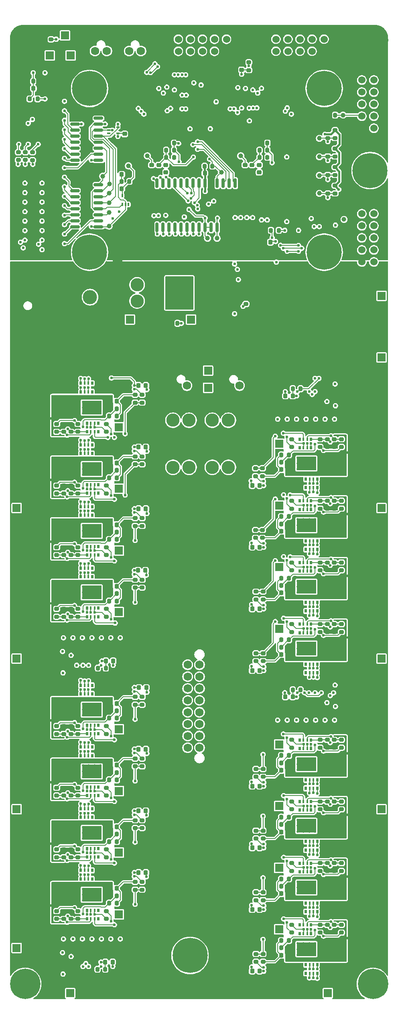
<source format=gbl>
G04 #@! TF.GenerationSoftware,KiCad,Pcbnew,9.0.5*
G04 #@! TF.CreationDate,2025-11-08T18:16:22-06:00*
G04 #@! TF.ProjectId,PowerDistributionUnit_Mk1,506f7765-7244-4697-9374-726962757469,rev?*
G04 #@! TF.SameCoordinates,Original*
G04 #@! TF.FileFunction,Copper,L4,Bot*
G04 #@! TF.FilePolarity,Positive*
%FSLAX46Y46*%
G04 Gerber Fmt 4.6, Leading zero omitted, Abs format (unit mm)*
G04 Created by KiCad (PCBNEW 9.0.5) date 2025-11-08 18:16:22*
%MOMM*%
%LPD*%
G01*
G04 APERTURE LIST*
G04 Aperture macros list*
%AMRoundRect*
0 Rectangle with rounded corners*
0 $1 Rounding radius*
0 $2 $3 $4 $5 $6 $7 $8 $9 X,Y pos of 4 corners*
0 Add a 4 corners polygon primitive as box body*
4,1,4,$2,$3,$4,$5,$6,$7,$8,$9,$2,$3,0*
0 Add four circle primitives for the rounded corners*
1,1,$1+$1,$2,$3*
1,1,$1+$1,$4,$5*
1,1,$1+$1,$6,$7*
1,1,$1+$1,$8,$9*
0 Add four rect primitives between the rounded corners*
20,1,$1+$1,$2,$3,$4,$5,0*
20,1,$1+$1,$4,$5,$6,$7,0*
20,1,$1+$1,$6,$7,$8,$9,0*
20,1,$1+$1,$8,$9,$2,$3,0*%
G04 Aperture macros list end*
G04 #@! TA.AperFunction,EtchedComponent*
%ADD10C,0.000000*%
G04 #@! TD*
G04 #@! TA.AperFunction,ComponentPad*
%ADD11R,1.700000X1.700000*%
G04 #@! TD*
G04 #@! TA.AperFunction,ComponentPad*
%ADD12C,6.400000*%
G04 #@! TD*
G04 #@! TA.AperFunction,ComponentPad*
%ADD13C,1.752600*%
G04 #@! TD*
G04 #@! TA.AperFunction,HeatsinkPad*
%ADD14C,0.500000*%
G04 #@! TD*
G04 #@! TA.AperFunction,HeatsinkPad*
%ADD15R,4.100000X2.900000*%
G04 #@! TD*
G04 #@! TA.AperFunction,ComponentPad*
%ADD16R,3.000000X3.000000*%
G04 #@! TD*
G04 #@! TA.AperFunction,ComponentPad*
%ADD17C,3.000000*%
G04 #@! TD*
G04 #@! TA.AperFunction,ComponentPad*
%ADD18C,2.780000*%
G04 #@! TD*
G04 #@! TA.AperFunction,ComponentPad*
%ADD19C,1.524000*%
G04 #@! TD*
G04 #@! TA.AperFunction,ComponentPad*
%ADD20C,7.400000*%
G04 #@! TD*
G04 #@! TA.AperFunction,SMDPad,CuDef*
%ADD21RoundRect,0.200000X-0.275000X0.200000X-0.275000X-0.200000X0.275000X-0.200000X0.275000X0.200000X0*%
G04 #@! TD*
G04 #@! TA.AperFunction,SMDPad,CuDef*
%ADD22R,0.500000X0.800000*%
G04 #@! TD*
G04 #@! TA.AperFunction,SMDPad,CuDef*
%ADD23R,0.400000X0.800000*%
G04 #@! TD*
G04 #@! TA.AperFunction,SMDPad,CuDef*
%ADD24RoundRect,0.200000X0.275000X-0.200000X0.275000X0.200000X-0.275000X0.200000X-0.275000X-0.200000X0*%
G04 #@! TD*
G04 #@! TA.AperFunction,SMDPad,CuDef*
%ADD25C,1.000000*%
G04 #@! TD*
G04 #@! TA.AperFunction,SMDPad,CuDef*
%ADD26RoundRect,0.200000X0.200000X0.275000X-0.200000X0.275000X-0.200000X-0.275000X0.200000X-0.275000X0*%
G04 #@! TD*
G04 #@! TA.AperFunction,SMDPad,CuDef*
%ADD27RoundRect,0.200000X-0.200000X-0.275000X0.200000X-0.275000X0.200000X0.275000X-0.200000X0.275000X0*%
G04 #@! TD*
G04 #@! TA.AperFunction,SMDPad,CuDef*
%ADD28RoundRect,0.225000X-0.225000X-0.250000X0.225000X-0.250000X0.225000X0.250000X-0.225000X0.250000X0*%
G04 #@! TD*
G04 #@! TA.AperFunction,SMDPad,CuDef*
%ADD29RoundRect,0.225000X0.225000X0.250000X-0.225000X0.250000X-0.225000X-0.250000X0.225000X-0.250000X0*%
G04 #@! TD*
G04 #@! TA.AperFunction,SMDPad,CuDef*
%ADD30RoundRect,0.100000X-0.225000X-0.100000X0.225000X-0.100000X0.225000X0.100000X-0.225000X0.100000X0*%
G04 #@! TD*
G04 #@! TA.AperFunction,SMDPad,CuDef*
%ADD31C,0.500000*%
G04 #@! TD*
G04 #@! TA.AperFunction,SMDPad,CuDef*
%ADD32RoundRect,0.100000X-0.100000X0.225000X-0.100000X-0.225000X0.100000X-0.225000X0.100000X0.225000X0*%
G04 #@! TD*
G04 #@! TA.AperFunction,SMDPad,CuDef*
%ADD33RoundRect,0.150000X-0.825000X-0.150000X0.825000X-0.150000X0.825000X0.150000X-0.825000X0.150000X0*%
G04 #@! TD*
G04 #@! TA.AperFunction,SMDPad,CuDef*
%ADD34RoundRect,0.225000X-0.250000X0.225000X-0.250000X-0.225000X0.250000X-0.225000X0.250000X0.225000X0*%
G04 #@! TD*
G04 #@! TA.AperFunction,SMDPad,CuDef*
%ADD35RoundRect,0.225000X0.250000X-0.225000X0.250000X0.225000X-0.250000X0.225000X-0.250000X-0.225000X0*%
G04 #@! TD*
G04 #@! TA.AperFunction,SMDPad,CuDef*
%ADD36RoundRect,0.150000X-0.150000X0.875000X-0.150000X-0.875000X0.150000X-0.875000X0.150000X0.875000X0*%
G04 #@! TD*
G04 #@! TA.AperFunction,SMDPad,CuDef*
%ADD37C,2.000000*%
G04 #@! TD*
G04 #@! TA.AperFunction,ViaPad*
%ADD38C,0.600000*%
G04 #@! TD*
G04 #@! TA.AperFunction,Conductor*
%ADD39C,0.200000*%
G04 #@! TD*
G04 #@! TA.AperFunction,Conductor*
%ADD40C,0.400000*%
G04 #@! TD*
G04 #@! TA.AperFunction,Conductor*
%ADD41C,0.150000*%
G04 #@! TD*
G04 APERTURE END LIST*
D10*
G04 #@! TA.AperFunction,EtchedComponent*
G36*
X183850000Y-117300000D02*
G01*
X182850000Y-117300000D01*
X182850000Y-116800000D01*
X183850000Y-116800000D01*
X183850000Y-117300000D01*
G37*
G04 #@! TD.AperFunction*
G04 #@! TA.AperFunction,EtchedComponent*
G36*
X183850000Y-66900000D02*
G01*
X182850000Y-66900000D01*
X182850000Y-66400000D01*
X183850000Y-66400000D01*
X183850000Y-66900000D01*
G37*
G04 #@! TD.AperFunction*
G04 #@! TA.AperFunction,EtchedComponent*
G36*
X121348000Y-72700000D02*
G01*
X120348000Y-72700000D01*
X120348000Y-72200000D01*
X121348000Y-72200000D01*
X121348000Y-72700000D01*
G37*
G04 #@! TD.AperFunction*
G04 #@! TA.AperFunction,EtchedComponent*
G36*
X121348000Y-110400000D02*
G01*
X120348000Y-110400000D01*
X120348000Y-109900000D01*
X121348000Y-109900000D01*
X121348000Y-110400000D01*
G37*
G04 #@! TD.AperFunction*
G04 #@! TA.AperFunction,EtchedComponent*
G36*
X121348000Y-59700000D02*
G01*
X120348000Y-59700000D01*
X120348000Y-59200000D01*
X121348000Y-59200000D01*
X121348000Y-59700000D01*
G37*
G04 #@! TD.AperFunction*
G04 #@! TA.AperFunction,EtchedComponent*
G36*
X183850000Y-143300000D02*
G01*
X182850000Y-143300000D01*
X182850000Y-142800000D01*
X183850000Y-142800000D01*
X183850000Y-143300000D01*
G37*
G04 #@! TD.AperFunction*
G04 #@! TA.AperFunction,EtchedComponent*
G36*
X183850000Y-130300000D02*
G01*
X182850000Y-130300000D01*
X182850000Y-129800000D01*
X183850000Y-129800000D01*
X183850000Y-130300000D01*
G37*
G04 #@! TD.AperFunction*
G04 #@! TA.AperFunction,EtchedComponent*
G36*
X121348000Y-85700000D02*
G01*
X120348000Y-85700000D01*
X120348000Y-85200000D01*
X121348000Y-85200000D01*
X121348000Y-85700000D01*
G37*
G04 #@! TD.AperFunction*
G04 #@! TA.AperFunction,EtchedComponent*
G36*
X183850000Y-79900000D02*
G01*
X182850000Y-79900000D01*
X182850000Y-79400000D01*
X183850000Y-79400000D01*
X183850000Y-79900000D01*
G37*
G04 #@! TD.AperFunction*
G04 #@! TA.AperFunction,EtchedComponent*
G36*
X183850000Y-53900000D02*
G01*
X182850000Y-53900000D01*
X182850000Y-53400000D01*
X183850000Y-53400000D01*
X183850000Y-53900000D01*
G37*
G04 #@! TD.AperFunction*
G04 #@! TA.AperFunction,EtchedComponent*
G36*
X135900000Y-15000000D02*
G01*
X133900000Y-15000000D01*
X133900000Y-11000000D01*
X135900000Y-11000000D01*
X135900000Y-15000000D01*
G37*
G04 #@! TD.AperFunction*
G04 #@! TA.AperFunction,EtchedComponent*
G36*
X183850000Y-92900000D02*
G01*
X182850000Y-92900000D01*
X182850000Y-92400000D01*
X183850000Y-92400000D01*
X183850000Y-92900000D01*
G37*
G04 #@! TD.AperFunction*
G04 #@! TA.AperFunction,EtchedComponent*
G36*
X121348000Y-46700000D02*
G01*
X120348000Y-46700000D01*
X120348000Y-46200000D01*
X121348000Y-46200000D01*
X121348000Y-46700000D01*
G37*
G04 #@! TD.AperFunction*
G04 #@! TA.AperFunction,EtchedComponent*
G36*
X121348000Y-136400000D02*
G01*
X120348000Y-136400000D01*
X120348000Y-135900000D01*
X121348000Y-135900000D01*
X121348000Y-136400000D01*
G37*
G04 #@! TD.AperFunction*
G04 #@! TA.AperFunction,EtchedComponent*
G36*
X121348000Y-123400000D02*
G01*
X120348000Y-123400000D01*
X120348000Y-122900000D01*
X121348000Y-122900000D01*
X121348000Y-123400000D01*
G37*
G04 #@! TD.AperFunction*
G04 #@! TA.AperFunction,EtchedComponent*
G36*
X121348000Y-149400000D02*
G01*
X120348000Y-149400000D01*
X120348000Y-148900000D01*
X121348000Y-148900000D01*
X121348000Y-149400000D01*
G37*
G04 #@! TD.AperFunction*
G04 #@! TA.AperFunction,EtchedComponent*
G36*
X183850000Y-156300000D02*
G01*
X182850000Y-156300000D01*
X182850000Y-155800000D01*
X183850000Y-155800000D01*
X183850000Y-156300000D01*
G37*
G04 #@! TD.AperFunction*
D11*
X179300000Y-167600000D03*
X113600000Y-97100000D03*
D12*
X188800000Y33300000D03*
D11*
X135198000Y-87300000D03*
D13*
X152200000Y-115900000D03*
X152200000Y-113400000D03*
X152200000Y-110900000D03*
X152200000Y-108400000D03*
X152200000Y-105900000D03*
X152200000Y-103400000D03*
X152200000Y-100900000D03*
X152200000Y-98399999D03*
X149700000Y-115900000D03*
X149700000Y-113400000D03*
X149700000Y-110900000D03*
X149700000Y-108400000D03*
X149700000Y-105900000D03*
X149700000Y-103400000D03*
X149700000Y-100900000D03*
X149700000Y-98399999D03*
D11*
X113600000Y-35300000D03*
X190600000Y-33600000D03*
D14*
X127648000Y-109050000D03*
X128848000Y-109050000D03*
X130048000Y-109050000D03*
X131248000Y-109050000D03*
X127648000Y-107850000D03*
X128848000Y-107850000D03*
D15*
X129448000Y-107850000D03*
D14*
X130048000Y-107850000D03*
X131248000Y-107850000D03*
X127648000Y-106650000D03*
X128848000Y-106650000D03*
X130048000Y-106650000D03*
X131248000Y-106650000D03*
D11*
X190600000Y-128850000D03*
D16*
X129100000Y-25900000D03*
D17*
X129100000Y-20900000D03*
D11*
X190600000Y-20600000D03*
D12*
X115400000Y-165700000D03*
D14*
X176550000Y-144150000D03*
X175350000Y-144150000D03*
X174150000Y-144150000D03*
X172950000Y-144150000D03*
X176550000Y-145350000D03*
X175350000Y-145350000D03*
D15*
X174750000Y-145350000D03*
D14*
X174150000Y-145350000D03*
X172950000Y-145350000D03*
X176550000Y-146550000D03*
X175350000Y-146550000D03*
X174150000Y-146550000D03*
X172950000Y-146550000D03*
D11*
X123800000Y34300000D03*
X135198000Y-151000000D03*
X135198000Y-48300000D03*
X169000000Y-154200000D03*
D14*
X176550000Y-157150000D03*
X175350000Y-157150000D03*
X174150000Y-157150000D03*
X172950000Y-157150000D03*
X176550000Y-158350000D03*
X175350000Y-158350000D03*
D15*
X174750000Y-158350000D03*
D14*
X174150000Y-158350000D03*
X172950000Y-158350000D03*
X176550000Y-159550000D03*
X175350000Y-159550000D03*
X174150000Y-159550000D03*
X172950000Y-159550000D03*
D11*
X169000000Y-51800000D03*
X169000000Y-128200000D03*
X135198000Y-74300000D03*
X190600000Y-65350000D03*
X113600000Y-158100000D03*
X169000000Y-115200000D03*
D14*
X176550000Y-67750000D03*
X175350000Y-67750000D03*
X174150000Y-67750000D03*
X172950000Y-67750000D03*
X176550000Y-68950000D03*
X175350000Y-68950000D03*
D15*
X174750000Y-68950000D03*
D14*
X174150000Y-68950000D03*
X172950000Y-68950000D03*
X176550000Y-70150000D03*
X175350000Y-70150000D03*
X174150000Y-70150000D03*
X172950000Y-70150000D03*
D11*
X124900000Y-167600000D03*
D12*
X188800000Y-165700000D03*
D13*
X160650000Y-39550000D03*
X158150000Y-39550000D03*
D11*
X190600000Y-97100000D03*
D13*
X117300000Y-16450000D03*
X117300000Y-18950000D03*
X117300000Y-21450000D03*
X117300000Y-23950000D03*
X117300000Y-26450000D03*
X117300000Y-28950000D03*
D18*
X146600000Y-56760000D03*
X150000000Y-56760000D03*
X146600000Y-46840000D03*
X150000000Y-46840000D03*
D19*
X178496600Y30963300D03*
X178496600Y33503300D03*
X175956600Y30963300D03*
X175956600Y33503300D03*
X173416600Y30963300D03*
X173416600Y33503300D03*
X170876600Y30963300D03*
X170876600Y33503300D03*
X168336600Y30963300D03*
X168336600Y33503300D03*
D11*
X125000000Y30100000D03*
X113600000Y-65350000D03*
D14*
X176550000Y-131150000D03*
X175350000Y-131150000D03*
X174150000Y-131150000D03*
X172950000Y-131150000D03*
X176550000Y-132350000D03*
X175350000Y-132350000D03*
D15*
X174750000Y-132350000D03*
D14*
X174150000Y-132350000D03*
X172950000Y-132350000D03*
X176550000Y-133550000D03*
X175350000Y-133550000D03*
X174150000Y-133550000D03*
X172950000Y-133550000D03*
X176550000Y-80750000D03*
X175350000Y-80750000D03*
X174150000Y-80750000D03*
X172950000Y-80750000D03*
X176550000Y-81950000D03*
X175350000Y-81950000D03*
D15*
X174750000Y-81950000D03*
D14*
X174150000Y-81950000D03*
X172950000Y-81950000D03*
X176550000Y-83150000D03*
X175350000Y-83150000D03*
X174150000Y-83150000D03*
X172950000Y-83150000D03*
D11*
X154000000Y-36400000D03*
X169000000Y-141200000D03*
X135198000Y-61300000D03*
D20*
X188200000Y5800000D03*
D11*
X135198000Y-125000000D03*
D13*
X149550000Y-39540000D03*
X147050000Y-39540000D03*
D18*
X154900000Y-56760000D03*
X158300000Y-56760000D03*
X154900000Y-46840000D03*
X158300000Y-46840000D03*
D11*
X120600000Y30100000D03*
D19*
X186460000Y-13460000D03*
X189000000Y-13460000D03*
X186460000Y-10920000D03*
X189000000Y-10920000D03*
X186460000Y-8380000D03*
X189000000Y-8380000D03*
X186460000Y-5840000D03*
X189000000Y-5840000D03*
X186460000Y-3300000D03*
X189000000Y-3300000D03*
D14*
X127648000Y-58350000D03*
X128848000Y-58350000D03*
X130048000Y-58350000D03*
X131248000Y-58350000D03*
X127648000Y-57150000D03*
X128848000Y-57150000D03*
D15*
X129448000Y-57150000D03*
D14*
X130048000Y-57150000D03*
X131248000Y-57150000D03*
X127648000Y-55950000D03*
X128848000Y-55950000D03*
X130048000Y-55950000D03*
X131248000Y-55950000D03*
D11*
X137500000Y-25600000D03*
X113600000Y-128850000D03*
X150400000Y-25600000D03*
D20*
X150200000Y-159700000D03*
D11*
X190600000Y-158100000D03*
D18*
X139040000Y-18300000D03*
X139040000Y-21700000D03*
X148960000Y-18300000D03*
X148960000Y-21700000D03*
D14*
X127648000Y-122050000D03*
X128848000Y-122050000D03*
X130048000Y-122050000D03*
X131248000Y-122050000D03*
X127648000Y-120850000D03*
X128848000Y-120850000D03*
D15*
X129448000Y-120850000D03*
D14*
X130048000Y-120850000D03*
X131248000Y-120850000D03*
X127648000Y-119650000D03*
X128848000Y-119650000D03*
X130048000Y-119650000D03*
X131248000Y-119650000D03*
D19*
X186460000Y14720000D03*
X189000000Y14720000D03*
X186460000Y17260000D03*
X189000000Y17260000D03*
X186460000Y19800000D03*
X189000000Y19800000D03*
X186460000Y22340000D03*
X189000000Y22340000D03*
X186460000Y24880000D03*
X189000000Y24880000D03*
D14*
X127648000Y-45350000D03*
X128848000Y-45350000D03*
X130048000Y-45350000D03*
X131248000Y-45350000D03*
X127648000Y-44150000D03*
X128848000Y-44150000D03*
D15*
X129448000Y-44150000D03*
D14*
X130048000Y-44150000D03*
X131248000Y-44150000D03*
X127648000Y-42950000D03*
X128848000Y-42950000D03*
X130048000Y-42950000D03*
X131248000Y-42950000D03*
X127648000Y-71350000D03*
X128848000Y-71350000D03*
X130048000Y-71350000D03*
X131248000Y-71350000D03*
X127648000Y-70150000D03*
X128848000Y-70150000D03*
D15*
X129448000Y-70150000D03*
D14*
X130048000Y-70150000D03*
X131248000Y-70150000D03*
X127648000Y-68950000D03*
X128848000Y-68950000D03*
X130048000Y-68950000D03*
X131248000Y-68950000D03*
D11*
X135198000Y-138000000D03*
D14*
X176550000Y-118150000D03*
X175350000Y-118150000D03*
X174150000Y-118150000D03*
X172950000Y-118150000D03*
X176550000Y-119350000D03*
X175350000Y-119350000D03*
D15*
X174750000Y-119350000D03*
D14*
X174150000Y-119350000D03*
X172950000Y-119350000D03*
X176550000Y-120550000D03*
X175350000Y-120550000D03*
X174150000Y-120550000D03*
X172950000Y-120550000D03*
D11*
X169000000Y-64800000D03*
D13*
X139851000Y30999850D03*
X137351000Y30999850D03*
D14*
X127648000Y-148050000D03*
X128848000Y-148050000D03*
X130048000Y-148050000D03*
X131248000Y-148050000D03*
X127648000Y-146850000D03*
X128848000Y-146850000D03*
D15*
X129448000Y-146850000D03*
D14*
X130048000Y-146850000D03*
X131248000Y-146850000D03*
X127648000Y-145650000D03*
X128848000Y-145650000D03*
X130048000Y-145650000D03*
X131248000Y-145650000D03*
X127648000Y-84350000D03*
X128848000Y-84350000D03*
X130048000Y-84350000D03*
X131248000Y-84350000D03*
X127648000Y-83150000D03*
X128848000Y-83150000D03*
D15*
X129448000Y-83150000D03*
D14*
X130048000Y-83150000D03*
X131248000Y-83150000D03*
X127648000Y-81950000D03*
X128848000Y-81950000D03*
X130048000Y-81950000D03*
X131248000Y-81950000D03*
D11*
X169000000Y-77800000D03*
D14*
X176550000Y-54750000D03*
X175350000Y-54750000D03*
X174150000Y-54750000D03*
X172950000Y-54750000D03*
X176550000Y-55950000D03*
X175350000Y-55950000D03*
D15*
X174750000Y-55950000D03*
D14*
X174150000Y-55950000D03*
X172950000Y-55950000D03*
X176550000Y-57150000D03*
X175350000Y-57150000D03*
X174150000Y-57150000D03*
X172950000Y-57150000D03*
D11*
X135198000Y-112000000D03*
D20*
X129000000Y23100000D03*
X178500000Y23100000D03*
X129000000Y-11400000D03*
X178500000Y-11400000D03*
D13*
X132651000Y30999850D03*
X130151000Y30999850D03*
D11*
X154000000Y-40000000D03*
X169000000Y-90800000D03*
D14*
X127648000Y-135050000D03*
X128848000Y-135050000D03*
X130048000Y-135050000D03*
X131248000Y-135050000D03*
X127648000Y-133850000D03*
X128848000Y-133850000D03*
D15*
X129448000Y-133850000D03*
D14*
X130048000Y-133850000D03*
X131248000Y-133850000D03*
X127648000Y-132650000D03*
X128848000Y-132650000D03*
X130048000Y-132650000D03*
X131248000Y-132650000D03*
D12*
X115400000Y33300000D03*
D14*
X176550000Y-93750000D03*
X175350000Y-93750000D03*
X174150000Y-93750000D03*
X172950000Y-93750000D03*
X176550000Y-94950000D03*
X175350000Y-94950000D03*
D15*
X174750000Y-94950000D03*
D14*
X174150000Y-94950000D03*
X172950000Y-94950000D03*
X176550000Y-96150000D03*
X175350000Y-96150000D03*
X174150000Y-96150000D03*
X172950000Y-96150000D03*
D19*
X157896600Y30960000D03*
X157896600Y33500000D03*
X155356600Y30960000D03*
X155356600Y33500000D03*
X152816600Y30960000D03*
X152816600Y33500000D03*
X150276600Y30960000D03*
X150276600Y33500000D03*
X147736600Y30960000D03*
X147736600Y33500000D03*
D21*
X138600000Y-80475000D03*
X138600000Y-82125000D03*
D22*
X130848000Y-49250000D03*
D23*
X130048000Y-49250000D03*
X129248000Y-49250000D03*
D22*
X128448000Y-49250000D03*
X128448000Y-47450000D03*
D23*
X129248000Y-47450000D03*
X130048000Y-47450000D03*
D22*
X130848000Y-47450000D03*
D24*
X123548000Y-151975000D03*
X123548000Y-150325000D03*
D25*
X141200000Y8900000D03*
D26*
X134774866Y-108109998D03*
X133124866Y-108109998D03*
D27*
X153275000Y6735000D03*
X154925000Y6735000D03*
D21*
X179150000Y-50825000D03*
X179150000Y-52475000D03*
D28*
X139325000Y-52500000D03*
X140875000Y-52500000D03*
D29*
X167175000Y-9300000D03*
X165625000Y-9300000D03*
D21*
X132548000Y-150325000D03*
X132548000Y-151975000D03*
X179150000Y-127225000D03*
X179150000Y-128875000D03*
X138600000Y-41475000D03*
X138600000Y-43125000D03*
D30*
X133050000Y13650000D03*
X133050000Y14300000D03*
X133050000Y14950000D03*
X134950000Y14950000D03*
X134950000Y13650000D03*
D21*
X138600000Y-131175000D03*
X138600000Y-132825000D03*
X179150000Y-76825000D03*
X179150000Y-78475000D03*
D22*
X173350000Y-140250000D03*
D23*
X174150000Y-140250000D03*
X174950000Y-140250000D03*
D22*
X175750000Y-140250000D03*
X175750000Y-142050000D03*
D23*
X174950000Y-142050000D03*
X174150000Y-142050000D03*
D22*
X173350000Y-142050000D03*
D24*
X165600000Y-122025000D03*
X165600000Y-120375000D03*
D22*
X177050000Y-61050000D03*
D23*
X176250000Y-61050000D03*
X175450000Y-61050000D03*
D22*
X174650000Y-61050000D03*
X174650000Y-59250000D03*
D23*
X175450000Y-59250000D03*
X176250000Y-59250000D03*
D22*
X177050000Y-59250000D03*
D26*
X146825000Y11600000D03*
X145175000Y11600000D03*
D24*
X164100000Y-97625000D03*
X164100000Y-95975000D03*
D31*
X183850000Y-117050000D03*
X182850000Y-117050000D03*
D25*
X182500000Y17500000D03*
D24*
X164100000Y-122025000D03*
X164100000Y-120375000D03*
X165500000Y-71625000D03*
X165500000Y-69975000D03*
D21*
X122048000Y-150325000D03*
X122048000Y-151975000D03*
D24*
X177650000Y-65475000D03*
X177650000Y-63825000D03*
D25*
X133100000Y1000000D03*
D24*
X123548000Y-138975000D03*
X123548000Y-137325000D03*
D21*
X140100000Y-131175000D03*
X140100000Y-132825000D03*
D22*
X127148000Y-115750000D03*
D23*
X127948000Y-115750000D03*
X128748000Y-115750000D03*
D22*
X129548000Y-115750000D03*
X129548000Y-117550000D03*
D23*
X128748000Y-117550000D03*
X127948000Y-117550000D03*
D22*
X127148000Y-117550000D03*
D28*
X153325000Y5235000D03*
X154875000Y5235000D03*
D26*
X134774866Y-45959998D03*
X133124866Y-45959998D03*
D22*
X177050000Y-87050000D03*
D23*
X176250000Y-87050000D03*
X175450000Y-87050000D03*
D22*
X174650000Y-87050000D03*
X174650000Y-85250000D03*
D23*
X175450000Y-85250000D03*
X176250000Y-85250000D03*
D22*
X177050000Y-85250000D03*
X177050000Y-150450000D03*
D23*
X176250000Y-150450000D03*
X175450000Y-150450000D03*
D22*
X174650000Y-150450000D03*
X174650000Y-148650000D03*
D23*
X175450000Y-148650000D03*
X176250000Y-148650000D03*
D22*
X177050000Y-148650000D03*
D28*
X169473134Y-96240002D03*
X171023134Y-96240002D03*
D31*
X183850000Y-66650000D03*
X182850000Y-66650000D03*
D28*
X139325000Y-116200000D03*
X140875000Y-116200000D03*
X139325000Y-129200000D03*
X140875000Y-129200000D03*
D22*
X130848000Y-88250000D03*
D23*
X130048000Y-88250000D03*
X129248000Y-88250000D03*
D22*
X128448000Y-88250000D03*
X128448000Y-86450000D03*
D23*
X129248000Y-86450000D03*
X130048000Y-86450000D03*
D22*
X130848000Y-86450000D03*
D25*
X133100000Y-1000000D03*
D27*
X130673000Y-162600000D03*
X132323000Y-162600000D03*
X169423134Y-67140002D03*
X171073134Y-67140002D03*
D22*
X127148000Y-141750000D03*
D23*
X127948000Y-141750000D03*
X128748000Y-141750000D03*
D22*
X129548000Y-141750000D03*
X129548000Y-143550000D03*
D23*
X128748000Y-143550000D03*
X127948000Y-143550000D03*
D22*
X127148000Y-143550000D03*
D27*
X130773000Y-99100000D03*
X132423000Y-99100000D03*
D21*
X138600000Y-144175000D03*
X138600000Y-145825000D03*
X132548000Y-111325000D03*
X132548000Y-112975000D03*
D22*
X173350000Y-114250000D03*
D23*
X174150000Y-114250000D03*
X174950000Y-114250000D03*
D22*
X175750000Y-114250000D03*
X175750000Y-116050000D03*
D23*
X174950000Y-116050000D03*
X174150000Y-116050000D03*
D22*
X173350000Y-116050000D03*
X127148000Y-39050000D03*
D23*
X127948000Y-39050000D03*
X128748000Y-39050000D03*
D22*
X129548000Y-39050000D03*
X129548000Y-40850000D03*
D23*
X128748000Y-40850000D03*
X127948000Y-40850000D03*
D22*
X127148000Y-40850000D03*
D25*
X133100000Y-3000000D03*
D29*
X134724866Y-145559998D03*
X133174866Y-145559998D03*
D21*
X140100000Y-118175000D03*
X140100000Y-119825000D03*
D24*
X123548000Y-75275000D03*
X123548000Y-73625000D03*
X116964359Y8003359D03*
X116964359Y9653359D03*
D26*
X173525000Y-40200000D03*
X171875000Y-40200000D03*
X137388000Y3500000D03*
X135738000Y3500000D03*
D22*
X173350000Y-127250000D03*
D23*
X174150000Y-127250000D03*
X174950000Y-127250000D03*
D22*
X175750000Y-127250000D03*
X175750000Y-129050000D03*
D23*
X174950000Y-129050000D03*
X174150000Y-129050000D03*
D22*
X173350000Y-129050000D03*
D28*
X170325000Y-105175000D03*
X171875000Y-105175000D03*
D31*
X120348000Y-72450000D03*
X121348000Y-72450000D03*
D24*
X182150000Y-91475000D03*
X182150000Y-89825000D03*
D28*
X139325000Y-39500000D03*
X140875000Y-39500000D03*
D24*
X165600000Y-161025000D03*
X165600000Y-159375000D03*
D21*
X138600000Y-54475000D03*
X138600000Y-56125000D03*
X140100000Y-67475000D03*
X140100000Y-69125000D03*
D22*
X177050000Y-100050000D03*
D23*
X176250000Y-100050000D03*
X175450000Y-100050000D03*
D22*
X174650000Y-100050000D03*
X174650000Y-98250000D03*
D23*
X175450000Y-98250000D03*
X176250000Y-98250000D03*
D22*
X177050000Y-98250000D03*
D21*
X126548000Y-150325000D03*
X126548000Y-151975000D03*
X122048000Y-47625000D03*
X122048000Y-49275000D03*
D29*
X164875000Y-150000000D03*
X163325000Y-150000000D03*
X134724866Y-106559998D03*
X133174866Y-106559998D03*
D25*
X177500000Y1000000D03*
D21*
X162600000Y28625000D03*
X162600000Y26975000D03*
D26*
X134774866Y-148659998D03*
X133124866Y-148659998D03*
D27*
X164875000Y10100000D03*
X166525000Y10100000D03*
D24*
X182150000Y-141875000D03*
X182150000Y-140225000D03*
D22*
X173350000Y-50850000D03*
D23*
X174150000Y-50850000D03*
X174950000Y-50850000D03*
D22*
X175750000Y-50850000D03*
X175750000Y-52650000D03*
D23*
X174950000Y-52650000D03*
X174150000Y-52650000D03*
D22*
X173350000Y-52650000D03*
D21*
X126548000Y-47625000D03*
X126548000Y-49275000D03*
D22*
X130848000Y-75250000D03*
D23*
X130048000Y-75250000D03*
X129248000Y-75250000D03*
D22*
X128448000Y-75250000D03*
X128448000Y-73450000D03*
D23*
X129248000Y-73450000D03*
X130048000Y-73450000D03*
D22*
X130848000Y-73450000D03*
D26*
X134774866Y-109659998D03*
X133124866Y-109659998D03*
D32*
X135913000Y550000D03*
X136563000Y550000D03*
X137213000Y550000D03*
X137213000Y-1350000D03*
X136563000Y-1350000D03*
X135913000Y-1350000D03*
D29*
X164875000Y-137000000D03*
X163325000Y-137000000D03*
D28*
X139325000Y-142200000D03*
X140875000Y-142200000D03*
D21*
X180650000Y-114225000D03*
X180650000Y-115875000D03*
D33*
X125925000Y7955000D03*
X125925000Y9225000D03*
X125925000Y10495000D03*
X125925000Y11765000D03*
X125925000Y13035000D03*
X125925000Y14305000D03*
X125925000Y15575000D03*
X125925000Y16845000D03*
X130875000Y16845000D03*
X130875000Y15575000D03*
X130875000Y14305000D03*
X130875000Y13035000D03*
X130875000Y11765000D03*
X130875000Y10495000D03*
X130875000Y9225000D03*
X130875000Y7955000D03*
D26*
X134774866Y-121109998D03*
X133124866Y-121109998D03*
D24*
X177650000Y-52475000D03*
X177650000Y-50825000D03*
X164000000Y-58625000D03*
X164000000Y-56975000D03*
X125048000Y-125975000D03*
X125048000Y-124325000D03*
D34*
X164800000Y6975000D03*
X164800000Y5425000D03*
D28*
X169473134Y-70240002D03*
X171023134Y-70240002D03*
D25*
X177500000Y4800000D03*
D22*
X173350000Y-89850000D03*
D23*
X174150000Y-89850000D03*
X174950000Y-89850000D03*
D22*
X175750000Y-89850000D03*
X175750000Y-91650000D03*
D23*
X174950000Y-91650000D03*
X174150000Y-91650000D03*
D22*
X173350000Y-91650000D03*
X173350000Y-76850000D03*
D23*
X174150000Y-76850000D03*
X174950000Y-76850000D03*
D22*
X175750000Y-76850000D03*
X175750000Y-78650000D03*
D23*
X174950000Y-78650000D03*
X174150000Y-78650000D03*
D22*
X173350000Y-78650000D03*
D26*
X134774866Y-83409998D03*
X133124866Y-83409998D03*
D21*
X140100000Y-105175000D03*
X140100000Y-106825000D03*
D24*
X182150000Y-78475000D03*
X182150000Y-76825000D03*
D34*
X161800000Y6975000D03*
X161800000Y5425000D03*
D24*
X125048000Y-151975000D03*
X125048000Y-150325000D03*
D21*
X132548000Y-124325000D03*
X132548000Y-125975000D03*
D22*
X173350000Y-63850000D03*
D23*
X174150000Y-63850000D03*
X174950000Y-63850000D03*
D22*
X175750000Y-63850000D03*
X175750000Y-65650000D03*
D23*
X174950000Y-65650000D03*
X174150000Y-65650000D03*
D22*
X173350000Y-65650000D03*
D21*
X180650000Y-63825000D03*
X180650000Y-65475000D03*
D28*
X139325000Y-65500000D03*
X140875000Y-65500000D03*
D24*
X177650000Y-154875000D03*
X177650000Y-153225000D03*
D26*
X134774866Y-122659998D03*
X133124866Y-122659998D03*
D21*
X126548000Y-137325000D03*
X126548000Y-138975000D03*
D26*
X134774866Y-57409998D03*
X133124866Y-57409998D03*
D22*
X173350000Y-153250000D03*
D23*
X174150000Y-153250000D03*
X174950000Y-153250000D03*
D22*
X175750000Y-153250000D03*
X175750000Y-155050000D03*
D23*
X174950000Y-155050000D03*
X174150000Y-155050000D03*
D22*
X173350000Y-155050000D03*
D27*
X169423134Y-54140002D03*
X171073134Y-54140002D03*
D22*
X177050000Y-137450000D03*
D23*
X176250000Y-137450000D03*
X175450000Y-137450000D03*
D22*
X174650000Y-137450000D03*
X174650000Y-135650000D03*
D23*
X175450000Y-135650000D03*
X176250000Y-135650000D03*
D22*
X177050000Y-135650000D03*
D27*
X169423134Y-68690002D03*
X171073134Y-68690002D03*
D24*
X179300000Y4875000D03*
X179300000Y6525000D03*
D21*
X132548000Y-73625000D03*
X132548000Y-75275000D03*
D31*
X120348000Y-110150000D03*
X121348000Y-110150000D03*
D24*
X171650000Y-91475000D03*
X171650000Y-89825000D03*
D27*
X169423134Y-132090002D03*
X171073134Y-132090002D03*
D24*
X125048000Y-88275000D03*
X125048000Y-86625000D03*
D21*
X126548000Y-73625000D03*
X126548000Y-75275000D03*
X140100000Y-41475000D03*
X140100000Y-43125000D03*
D29*
X164875000Y-163000000D03*
X163325000Y-163000000D03*
D28*
X135788000Y2000000D03*
X137338000Y2000000D03*
X169473134Y-159640002D03*
X171023134Y-159640002D03*
D24*
X123548000Y-125975000D03*
X123548000Y-124325000D03*
D26*
X134774866Y-70409998D03*
X133124866Y-70409998D03*
D28*
X135788000Y5000000D03*
X137338000Y5000000D03*
D26*
X134774866Y-71959998D03*
X133124866Y-71959998D03*
D24*
X182150000Y-52475000D03*
X182150000Y-50825000D03*
X182150000Y-65475000D03*
X182150000Y-63825000D03*
D26*
X134774866Y-135659998D03*
X133124866Y-135659998D03*
D24*
X171650000Y-128875000D03*
X171650000Y-127225000D03*
D25*
X137200000Y6800000D03*
D31*
X120348000Y-59450000D03*
X121348000Y-59450000D03*
D27*
X164875000Y8600000D03*
X166525000Y8600000D03*
D29*
X134724866Y-119559998D03*
X133174866Y-119559998D03*
D33*
X125925000Y-6045000D03*
X125925000Y-4775000D03*
X125925000Y-3505000D03*
X125925000Y-2235000D03*
X125925000Y-965000D03*
X125925000Y305000D03*
X125925000Y1575000D03*
X125925000Y2845000D03*
X130875000Y2845000D03*
X130875000Y1575000D03*
X130875000Y305000D03*
X130875000Y-965000D03*
X130875000Y-2235000D03*
X130875000Y-3505000D03*
X130875000Y-4775000D03*
X130875000Y-6045000D03*
D24*
X125048000Y-138975000D03*
X125048000Y-137325000D03*
D22*
X130848000Y-138950000D03*
D23*
X130048000Y-138950000D03*
X129248000Y-138950000D03*
D22*
X128448000Y-138950000D03*
X128448000Y-137150000D03*
D23*
X129248000Y-137150000D03*
X130048000Y-137150000D03*
D22*
X130848000Y-137150000D03*
D25*
X160900000Y8900000D03*
D31*
X183850000Y-143050000D03*
X182850000Y-143050000D03*
D29*
X133973000Y-97600000D03*
X132423000Y-97600000D03*
D21*
X126548000Y-60625000D03*
X126548000Y-62275000D03*
D35*
X136400000Y13525000D03*
X136400000Y15075000D03*
D24*
X171650000Y-115875000D03*
X171650000Y-114225000D03*
D21*
X180650000Y-89825000D03*
X180650000Y-91475000D03*
X132548000Y-137325000D03*
X132548000Y-138975000D03*
D24*
X123548000Y-88275000D03*
X123548000Y-86625000D03*
X177650000Y-78475000D03*
X177650000Y-76825000D03*
D31*
X183850000Y-130050000D03*
X182850000Y-130050000D03*
D27*
X169423134Y-143540002D03*
X171073134Y-143540002D03*
D24*
X182150000Y-115875000D03*
X182150000Y-114225000D03*
D27*
X169423134Y-94690002D03*
X171073134Y-94690002D03*
D24*
X120862500Y33475000D03*
X120862500Y35125000D03*
X123548000Y-49275000D03*
X123548000Y-47625000D03*
D27*
X169423134Y-130540002D03*
X171073134Y-130540002D03*
D34*
X145100000Y6975000D03*
X145100000Y5425000D03*
D26*
X147562500Y-26400000D03*
X145912500Y-26400000D03*
D29*
X134724866Y-81859998D03*
X133174866Y-81859998D03*
D24*
X164000000Y-71625000D03*
X164000000Y-69975000D03*
D26*
X134774866Y-84959998D03*
X133124866Y-84959998D03*
D29*
X133873000Y-161100000D03*
X132323000Y-161100000D03*
D26*
X166525000Y11600000D03*
X164875000Y11600000D03*
D29*
X164875000Y-99600000D03*
X163325000Y-99600000D03*
D24*
X177650000Y-141875000D03*
X177650000Y-140225000D03*
D29*
X134724866Y-55859998D03*
X133174866Y-55859998D03*
D27*
X169423134Y-93140002D03*
X171073134Y-93140002D03*
D22*
X127148000Y-128750000D03*
D23*
X127948000Y-128750000D03*
X128748000Y-128750000D03*
D22*
X129548000Y-128750000D03*
X129548000Y-130550000D03*
D23*
X128748000Y-130550000D03*
X127948000Y-130550000D03*
D22*
X127148000Y-130550000D03*
D29*
X164875000Y-73600000D03*
X163325000Y-73600000D03*
D27*
X169423134Y-158090002D03*
X171073134Y-158090002D03*
D24*
X179300000Y12675000D03*
X179300000Y14325000D03*
D29*
X164875000Y-60600000D03*
X163325000Y-60600000D03*
D21*
X180650000Y-76825000D03*
X180650000Y-78475000D03*
D31*
X120348000Y-85450000D03*
X121348000Y-85450000D03*
D36*
X143245000Y3150000D03*
X144515000Y3150000D03*
X145785000Y3150000D03*
X147055000Y3150000D03*
X148325000Y3150000D03*
X149595000Y3150000D03*
X150865000Y3150000D03*
X152135000Y3150000D03*
X153405000Y3150000D03*
X154675000Y3150000D03*
X155945000Y3150000D03*
X157215000Y3150000D03*
X158485000Y3150000D03*
X159755000Y3150000D03*
X159755000Y-6150000D03*
X158485000Y-6150000D03*
X157215000Y-6150000D03*
X155945000Y-6150000D03*
X154675000Y-6150000D03*
X153405000Y-6150000D03*
X152135000Y-6150000D03*
X150865000Y-6150000D03*
X149595000Y-6150000D03*
X148325000Y-6150000D03*
X147055000Y-6150000D03*
X145785000Y-6150000D03*
X144515000Y-6150000D03*
X143245000Y-6150000D03*
D21*
X122048000Y-137325000D03*
X122048000Y-138975000D03*
X140100000Y-144175000D03*
X140100000Y-145825000D03*
D28*
X169473134Y-133640002D03*
X171023134Y-133640002D03*
D24*
X123548000Y-62275000D03*
X123548000Y-60625000D03*
X113964359Y8028359D03*
X113964359Y9678359D03*
X165500000Y-58625000D03*
X165500000Y-56975000D03*
D21*
X122048000Y-124325000D03*
X122048000Y-125975000D03*
D25*
X177500000Y8700000D03*
D24*
X179300000Y8775000D03*
X179300000Y10425000D03*
D21*
X180800000Y14325000D03*
X180800000Y12675000D03*
D28*
X169473134Y-120640002D03*
X171023134Y-120640002D03*
D35*
X161100000Y27025000D03*
X161100000Y28575000D03*
D29*
X145650000Y-20300000D03*
X144100000Y-20300000D03*
D27*
X169423134Y-119090002D03*
X171073134Y-119090002D03*
D21*
X180650000Y-50825000D03*
X180650000Y-52475000D03*
D25*
X182700000Y-4500000D03*
D21*
X140100000Y-54475000D03*
X140100000Y-56125000D03*
D29*
X145650000Y-21800000D03*
X144100000Y-21800000D03*
D24*
X115464359Y8028359D03*
X115464359Y9678359D03*
X182150000Y-128875000D03*
X182150000Y-127225000D03*
D21*
X126548000Y-111325000D03*
X126548000Y-112975000D03*
D27*
X117100000Y24623250D03*
X118750000Y24623250D03*
D28*
X139225000Y-78500000D03*
X140775000Y-78500000D03*
D27*
X169423134Y-145090002D03*
X171073134Y-145090002D03*
D24*
X165600000Y-97625000D03*
X165600000Y-95975000D03*
D28*
X169473134Y-83240002D03*
X171023134Y-83240002D03*
D31*
X183850000Y-79650000D03*
X182850000Y-79650000D03*
D24*
X125048000Y-62275000D03*
X125048000Y-60625000D03*
D25*
X177500000Y12600000D03*
D24*
X162000000Y-22325000D03*
X162000000Y-20675000D03*
D21*
X180650000Y-153225000D03*
X180650000Y-154875000D03*
D24*
X177650000Y-128875000D03*
X177650000Y-127225000D03*
D21*
X180800000Y2625000D03*
X180800000Y975000D03*
D31*
X183850000Y-53650000D03*
X182850000Y-53650000D03*
D29*
X164875000Y-86600000D03*
X163325000Y-86600000D03*
D37*
X134900000Y-15000000D03*
X134900000Y-11000000D03*
D21*
X180650000Y-127225000D03*
X180650000Y-128875000D03*
D28*
X170325000Y-41700000D03*
X171875000Y-41700000D03*
D21*
X132548000Y-47625000D03*
X132548000Y-49275000D03*
D34*
X142100000Y6975000D03*
X142100000Y5425000D03*
D24*
X125048000Y-75275000D03*
X125048000Y-73625000D03*
X171650000Y-52475000D03*
X171650000Y-50825000D03*
D31*
X183850000Y-92650000D03*
X182850000Y-92650000D03*
D21*
X180650000Y-140225000D03*
X180650000Y-141875000D03*
X132548000Y-86625000D03*
X132548000Y-88275000D03*
D27*
X169423134Y-117540002D03*
X171073134Y-117540002D03*
D21*
X179150000Y-89825000D03*
X179150000Y-91475000D03*
X140100000Y-80475000D03*
X140100000Y-82125000D03*
D24*
X179300000Y975000D03*
X179300000Y2625000D03*
D31*
X120348000Y-46450000D03*
X121348000Y-46450000D03*
D22*
X130848000Y-62250000D03*
D23*
X130048000Y-62250000D03*
X129248000Y-62250000D03*
D22*
X128448000Y-62250000D03*
X128448000Y-60450000D03*
D23*
X129248000Y-60450000D03*
X130048000Y-60450000D03*
D22*
X130848000Y-60450000D03*
D26*
X134774866Y-134109998D03*
X133124866Y-134109998D03*
D24*
X171650000Y-141875000D03*
X171650000Y-140225000D03*
D31*
X120348000Y-136150000D03*
X121348000Y-136150000D03*
D21*
X122048000Y-86625000D03*
X122048000Y-88275000D03*
X132548000Y-60625000D03*
X132548000Y-62275000D03*
D24*
X165600000Y-148025000D03*
X165600000Y-146375000D03*
D27*
X169423134Y-156540002D03*
X171073134Y-156540002D03*
D29*
X145650000Y-18800000D03*
X144100000Y-18800000D03*
D21*
X126548000Y-124325000D03*
X126548000Y-125975000D03*
D24*
X182150000Y-154875000D03*
X182150000Y-153225000D03*
D27*
X145175000Y10100000D03*
X146825000Y10100000D03*
D24*
X125048000Y-49275000D03*
X125048000Y-47625000D03*
D21*
X138600000Y-105175000D03*
X138600000Y-106825000D03*
X122048000Y-60625000D03*
X122048000Y-62275000D03*
D22*
X177050000Y-124450000D03*
D23*
X176250000Y-124450000D03*
X175450000Y-124450000D03*
D22*
X174650000Y-124450000D03*
X174650000Y-122650000D03*
D23*
X175450000Y-122650000D03*
X176250000Y-122650000D03*
D22*
X177050000Y-122650000D03*
D24*
X123548000Y-112975000D03*
X123548000Y-111325000D03*
D26*
X134774866Y-147109998D03*
X133124866Y-147109998D03*
D27*
X169423134Y-80140002D03*
X171073134Y-80140002D03*
D22*
X130848000Y-125950000D03*
D23*
X130048000Y-125950000D03*
X129248000Y-125950000D03*
D22*
X128448000Y-125950000D03*
X128448000Y-124150000D03*
D23*
X129248000Y-124150000D03*
X130048000Y-124150000D03*
D22*
X130848000Y-124150000D03*
D29*
X134724866Y-42859998D03*
X133174866Y-42859998D03*
D24*
X164100000Y-135025000D03*
X164100000Y-133375000D03*
D21*
X180800000Y6525000D03*
X180800000Y4875000D03*
X179150000Y-114225000D03*
X179150000Y-115875000D03*
D25*
X153900000Y-8465000D03*
D24*
X171650000Y-78475000D03*
X171650000Y-76825000D03*
X177650000Y-91475000D03*
X177650000Y-89825000D03*
D22*
X130848000Y-151950000D03*
D23*
X130048000Y-151950000D03*
X129248000Y-151950000D03*
D22*
X128448000Y-151950000D03*
X128448000Y-150150000D03*
D23*
X129248000Y-150150000D03*
X130048000Y-150150000D03*
D22*
X130848000Y-150150000D03*
D21*
X179150000Y-140225000D03*
X179150000Y-141875000D03*
D27*
X145175000Y8600000D03*
X146825000Y8600000D03*
D21*
X138600000Y-67475000D03*
X138600000Y-69125000D03*
D26*
X118025000Y20900000D03*
X116375000Y20900000D03*
D31*
X120348000Y-123150000D03*
X121348000Y-123150000D03*
D24*
X164100000Y-161025000D03*
X164100000Y-159375000D03*
X177650000Y-115875000D03*
X177650000Y-114225000D03*
X125048000Y-112975000D03*
X125048000Y-111325000D03*
D28*
X139425000Y-103200000D03*
X140975000Y-103200000D03*
D21*
X126548000Y-86625000D03*
X126548000Y-88275000D03*
D31*
X120348000Y-149150000D03*
X121348000Y-149150000D03*
D29*
X134724866Y-68859998D03*
X133174866Y-68859998D03*
D22*
X127148000Y-78050000D03*
D23*
X127948000Y-78050000D03*
X128748000Y-78050000D03*
D22*
X129548000Y-78050000D03*
X129548000Y-79850000D03*
D23*
X128748000Y-79850000D03*
X127948000Y-79850000D03*
D22*
X127148000Y-79850000D03*
D24*
X165600000Y-84625000D03*
X165600000Y-82975000D03*
D27*
X167275000Y-6800000D03*
X168925000Y-6800000D03*
D24*
X171650000Y-65475000D03*
X171650000Y-63825000D03*
D29*
X134724866Y-132559998D03*
X133174866Y-132559998D03*
D22*
X177050000Y-74050000D03*
D23*
X176250000Y-74050000D03*
X175450000Y-74050000D03*
D22*
X174650000Y-74050000D03*
X174650000Y-72250000D03*
D23*
X175450000Y-72250000D03*
X176250000Y-72250000D03*
D22*
X177050000Y-72250000D03*
D26*
X134774866Y-58959998D03*
X133124866Y-58959998D03*
D34*
X143600000Y6975000D03*
X143600000Y5425000D03*
D25*
X156800000Y5435000D03*
D28*
X169473134Y-57240002D03*
X171023134Y-57240002D03*
X117150000Y23123250D03*
X118700000Y23123250D03*
D21*
X179150000Y-63825000D03*
X179150000Y-65475000D03*
X138600000Y-118175000D03*
X138600000Y-119825000D03*
D24*
X165600000Y-135025000D03*
X165600000Y-133375000D03*
D22*
X130848000Y-112950000D03*
D23*
X130048000Y-112950000D03*
X129248000Y-112950000D03*
D22*
X128448000Y-112950000D03*
X128448000Y-111150000D03*
D23*
X129248000Y-111150000D03*
X130048000Y-111150000D03*
D22*
X130848000Y-111150000D03*
D31*
X183850000Y-156050000D03*
X182850000Y-156050000D03*
D29*
X164875000Y-124000000D03*
X163325000Y-124000000D03*
D21*
X180800000Y10425000D03*
X180800000Y8775000D03*
D24*
X164100000Y-84625000D03*
X164100000Y-82975000D03*
D22*
X177050000Y-163450000D03*
D23*
X176250000Y-163450000D03*
X175450000Y-163450000D03*
D22*
X174650000Y-163450000D03*
X174650000Y-161650000D03*
D23*
X175450000Y-161650000D03*
X176250000Y-161650000D03*
D22*
X177050000Y-161650000D03*
D26*
X134774866Y-44409998D03*
X133124866Y-44409998D03*
D27*
X169423134Y-55690002D03*
X171073134Y-55690002D03*
D25*
X133100000Y-5900000D03*
D22*
X127148000Y-52050000D03*
D23*
X127948000Y-52050000D03*
X128748000Y-52050000D03*
D22*
X129548000Y-52050000D03*
X129548000Y-53850000D03*
D23*
X128748000Y-53850000D03*
X127948000Y-53850000D03*
D22*
X127148000Y-53850000D03*
D21*
X122048000Y-111325000D03*
X122048000Y-112975000D03*
D24*
X164100000Y-148025000D03*
X164100000Y-146375000D03*
D34*
X163300000Y6975000D03*
X163300000Y5425000D03*
D25*
X131800000Y4600000D03*
D21*
X122048000Y-73625000D03*
X122048000Y-75275000D03*
X179150000Y-153225000D03*
X179150000Y-154875000D03*
D25*
X155900000Y-8465000D03*
D27*
X169423134Y-81690002D03*
X171073134Y-81690002D03*
D26*
X173525000Y-103675000D03*
X171875000Y-103675000D03*
D24*
X171650000Y-154875000D03*
X171650000Y-153225000D03*
D22*
X127148000Y-65050000D03*
D23*
X127948000Y-65050000D03*
X128748000Y-65050000D03*
D22*
X129548000Y-65050000D03*
X129548000Y-66850000D03*
D23*
X128748000Y-66850000D03*
X127948000Y-66850000D03*
D22*
X127148000Y-66850000D03*
X127148000Y-102750000D03*
D23*
X127948000Y-102750000D03*
X128748000Y-102750000D03*
D22*
X129548000Y-102750000D03*
X129548000Y-104550000D03*
D23*
X128748000Y-104550000D03*
X127948000Y-104550000D03*
D22*
X127148000Y-104550000D03*
D25*
X133200000Y3000000D03*
D26*
X180825000Y17500000D03*
X179175000Y17500000D03*
D28*
X169473134Y-146640002D03*
X171023134Y-146640002D03*
D38*
X123449866Y-78209998D03*
X180200000Y-20200000D03*
X166550000Y-60500000D03*
X180748134Y-60890002D03*
X179698134Y-99890002D03*
X166550000Y-73500000D03*
X166550000Y-163750000D03*
X137648000Y-66450000D03*
X166550000Y-98650000D03*
X137648000Y-142300000D03*
X166550000Y-100350000D03*
X123449866Y-102909998D03*
X134400000Y-128650000D03*
X134400000Y-141650000D03*
X139700000Y-13700000D03*
X166550000Y-86500000D03*
X166550000Y-99500000D03*
X169800000Y-150500000D03*
X139700000Y-15300000D03*
X137648000Y-117150000D03*
X166550000Y-136050000D03*
X124499866Y-115909998D03*
X134400000Y-52000000D03*
X180748134Y-163290002D03*
X137648000Y-130150000D03*
X166550000Y-87350000D03*
X169800000Y-87150000D03*
X179300000Y-20200000D03*
X166550000Y-59650000D03*
X166550000Y-124750000D03*
X179698134Y-73890002D03*
X179698134Y-163290002D03*
X181100000Y-20200000D03*
X166550000Y-162900000D03*
X137648000Y-128450000D03*
X166550000Y-72650000D03*
X157901876Y-17500000D03*
X180748134Y-124290002D03*
X166550000Y-150750000D03*
X137648000Y-115450000D03*
X137648000Y-65600000D03*
X137648000Y-51750000D03*
X137648000Y-53450000D03*
X166550000Y-162050000D03*
X123449866Y-52209998D03*
X137648000Y-103300000D03*
X124499866Y-102909998D03*
X124499866Y-78209998D03*
X124499866Y-65209998D03*
X166550000Y-123900000D03*
X137648000Y-40450000D03*
X137648000Y-129300000D03*
X180748134Y-137290002D03*
X137648000Y-78600000D03*
X137648000Y-77750000D03*
X166550000Y-149050000D03*
X182000000Y-20200000D03*
X180748134Y-86890002D03*
X166550000Y-136900000D03*
X166550000Y-149900000D03*
X137648000Y-39600000D03*
X123449866Y-141909998D03*
X169800000Y-61150000D03*
X123449866Y-65209998D03*
X166550000Y-85650000D03*
X166550000Y-137750000D03*
X179698134Y-60890002D03*
X137648000Y-143150000D03*
X137648000Y-38750000D03*
X137648000Y-104150000D03*
X179698134Y-124290002D03*
X169800000Y-137550000D03*
X166550000Y-61350000D03*
X137648000Y-116300000D03*
X179698134Y-150290002D03*
X166550000Y-123050000D03*
X182900000Y-20200000D03*
X139700000Y-14500000D03*
X180748134Y-73890002D03*
X137648000Y-141450000D03*
X179698134Y-86890002D03*
X134400000Y-115650000D03*
X137648000Y-102450000D03*
X124499866Y-128909998D03*
X134400000Y-102650000D03*
X123449866Y-128909998D03*
X134400000Y-77950000D03*
X180748134Y-150290002D03*
X124499866Y-52209998D03*
X134400000Y-38950000D03*
X166500000Y-16800000D03*
X124499866Y-141909998D03*
X124499866Y-39209998D03*
X169800000Y-124550000D03*
X166550000Y-74350000D03*
X169800000Y-163550000D03*
X137648000Y-52600000D03*
X179698134Y-137290002D03*
X137648000Y-79450000D03*
X123449866Y-115909998D03*
X123449866Y-39209998D03*
X134400000Y-64950000D03*
X180748134Y-99890002D03*
X169800000Y-100150000D03*
X137648000Y-64750000D03*
X169800000Y-74150000D03*
X159600000Y-24400000D03*
X159600000Y-13900000D03*
X179100000Y-106375000D03*
X180771524Y-2228922D03*
X126583891Y-46669713D03*
X135650000Y10750000D03*
X155000000Y12200000D03*
X177614109Y-116830287D03*
X184600000Y31700000D03*
X136600000Y20800000D03*
X163200000Y-149100000D03*
X178150000Y-900000D03*
X171400000Y-3000000D03*
X163100000Y-59625000D03*
X126583891Y-110369713D03*
X173650000Y650000D03*
X133900000Y28500000D03*
X141000000Y-143100000D03*
X163200000Y-72700000D03*
X169400000Y21050000D03*
X140457597Y20700000D03*
X141100000Y-66500000D03*
X125098000Y-159900000D03*
X124250000Y24000000D03*
X183250000Y24250000D03*
X179100000Y-42900000D03*
X177614109Y-155830287D03*
X127300000Y2800000D03*
X166050000Y15150000D03*
X145800000Y27050000D03*
X128500000Y-3500000D03*
X125098000Y-96400000D03*
X177614109Y-66430287D03*
X117650000Y18450000D03*
X162900000Y-10500000D03*
X147050000Y16150000D03*
X131598000Y-97600000D03*
X121000000Y-11550000D03*
X121500000Y-2550000D03*
X126583891Y-123369713D03*
X163200000Y-98700000D03*
X158557872Y10757872D03*
X127329288Y16829288D03*
X163200000Y-162100000D03*
X176350000Y27850000D03*
X141000000Y-79500000D03*
X156700000Y27850000D03*
X183250000Y27850000D03*
X140457597Y24000000D03*
X164600000Y-8300000D03*
X171200000Y27850000D03*
X173850000Y-12350000D03*
X141100000Y-104200000D03*
X159900000Y8000000D03*
X138000000Y-8250000D03*
X177614109Y-79430287D03*
X184600000Y35500000D03*
X172700000Y-41700000D03*
X159000000Y22150000D03*
X126583891Y-59669713D03*
X141000000Y-130100000D03*
X160400000Y15100000D03*
X128500000Y10600000D03*
X177614109Y-92430287D03*
X137900000Y26700000D03*
X135150000Y25550000D03*
X132750000Y-8200000D03*
X120350000Y15900000D03*
X170200000Y25700000D03*
X131398000Y-161100000D03*
X114600000Y20900000D03*
X183550000Y-12300000D03*
X177614109Y-129830287D03*
X138857872Y10757872D03*
X163200000Y-123100000D03*
X114600000Y26400000D03*
X137950000Y-11550000D03*
X120350000Y11450000D03*
X177614109Y-142830287D03*
X126583891Y-149369713D03*
X126583891Y-136369713D03*
X163200000Y-136100000D03*
X140457597Y25600000D03*
X172700000Y-105175000D03*
X140457597Y24800000D03*
X154900000Y16300000D03*
X140457597Y19800000D03*
X167425000Y11600000D03*
X131500000Y6000000D03*
X126583891Y-72669713D03*
X183550000Y-6150000D03*
X154900000Y17800000D03*
X121700000Y5350000D03*
X137900000Y28500000D03*
X163200000Y-85700000D03*
X154800000Y-11550000D03*
X140200000Y8000000D03*
X133300000Y20700000D03*
X141100000Y-40400000D03*
X173200000Y24150000D03*
X113250000Y15350000D03*
X177614109Y-53430287D03*
X141100000Y-53400000D03*
X141100000Y-117100000D03*
X114400000Y28900000D03*
X124250000Y-11550000D03*
X122700000Y26800000D03*
X126583891Y-85669713D03*
X126300000Y4900000D03*
X147555540Y12336582D03*
X167525037Y-8335667D03*
X168203254Y-50190002D03*
X166500000Y-4600000D03*
X168200000Y-63449998D03*
X165300000Y-4600000D03*
X168200000Y-76449998D03*
X163399000Y-4126000D03*
X162199000Y-4100000D03*
X168200000Y-89300000D03*
X133609896Y-37941090D03*
X178380250Y-142600000D03*
X178380250Y-66200000D03*
X133549866Y-113459998D03*
X133998000Y-98500000D03*
X178380250Y-79200000D03*
X133549866Y-62759998D03*
X170600000Y-4972207D03*
X119600000Y20900000D03*
X170648134Y-139740002D03*
X165757015Y-124005731D03*
X138441022Y-78494545D03*
X170300000Y-40800000D03*
X165757015Y-99605731D03*
X138441022Y-52494545D03*
X170648134Y-63340002D03*
X170648134Y-76340002D03*
X170600000Y8677000D03*
X163300000Y6975000D03*
X178667725Y13478160D03*
X125817750Y-123600000D03*
X119600000Y26400000D03*
X125817750Y-149600000D03*
X150191299Y14600000D03*
X125817750Y-59900000D03*
X133549866Y-49759998D03*
X180900000Y-5700000D03*
X138441022Y-142194545D03*
X153405000Y1390000D03*
X170648134Y-89340002D03*
X165757015Y-163005731D03*
X150900000Y8627000D03*
X165759300Y-73621647D03*
X178380250Y-92200000D03*
X153275000Y6735000D03*
X178380250Y-129600000D03*
X165757015Y-60605731D03*
X155700000Y20300000D03*
X138441022Y-129194545D03*
X138438755Y-103178718D03*
X133549866Y-75759998D03*
X165757015Y-137005731D03*
X133549866Y-88759998D03*
X125817750Y-136600000D03*
X178380250Y-53200000D03*
X165757015Y-150005731D03*
X170648134Y-113740002D03*
X178380250Y-155600000D03*
X125817750Y-46900000D03*
X168242685Y-9157315D03*
X133549866Y-126459998D03*
X170648134Y-152740002D03*
X125817750Y-85900000D03*
X154500000Y14624000D03*
X170200000Y-104275000D03*
X125817750Y-110600000D03*
X138438755Y-116178718D03*
X133549866Y-139459998D03*
X133898000Y-162000000D03*
X181600000Y1800000D03*
X165757015Y-86605731D03*
X170648134Y-126740002D03*
X133549866Y-152459998D03*
X143600000Y6975000D03*
X138441022Y-65494545D03*
X178380250Y-116600000D03*
X170648134Y-50340002D03*
X138441022Y-39494545D03*
X168400000Y-13500000D03*
X125817750Y-72900000D03*
X151822665Y-2302402D03*
X138600000Y-148900000D03*
X138600000Y-135800000D03*
X151733637Y-1507368D03*
X149000000Y-4000000D03*
X138600000Y-122900000D03*
X145075000Y-3625000D03*
X138600000Y-109900000D03*
X165600000Y-117300000D03*
X160900000Y-4100000D03*
X165600000Y-130300000D03*
X159700000Y-4100000D03*
X155200000Y-656413D03*
X165600000Y-143300000D03*
X154105000Y-1259884D03*
X165600000Y-156300000D03*
X143525000Y-3675000D03*
X138600000Y-85200000D03*
X142579852Y-3725000D03*
X138600000Y-72200000D03*
X136500000Y-62600000D03*
X135275735Y-2875735D03*
X136500000Y-49700000D03*
X133850735Y-4300735D03*
X145100000Y6975000D03*
X144567689Y22150997D03*
X164800000Y6975000D03*
X146100000Y18900000D03*
X145100000Y5400000D03*
X164800000Y5425000D03*
X141200000Y8900000D03*
X160900000Y8900000D03*
X133100000Y-5900000D03*
X134975000Y13000000D03*
X129400000Y-6000000D03*
X117100000Y26400000D03*
X129400000Y8000000D03*
X161100000Y26101000D03*
X118243286Y-9730714D03*
X115426359Y7128359D03*
X114427359Y-9296641D03*
X113926359Y7128359D03*
X117026359Y7128359D03*
X123700000Y4400000D03*
X118954824Y3152879D03*
X118958482Y1153026D03*
X123700000Y2400000D03*
X118953359Y-847187D03*
X123700000Y400000D03*
X118953359Y-2844520D03*
X123700000Y-1600000D03*
X123700000Y-3600000D03*
X118953359Y-4845106D03*
X118962055Y-6846856D03*
X123700000Y-5600000D03*
X118962055Y-8846856D03*
X123700000Y-7600000D03*
X123700000Y-9600000D03*
X118953359Y-10871641D03*
X148400000Y-26400000D03*
X161400000Y-22800000D03*
X121962500Y33500000D03*
X151000000Y24300000D03*
X149300000Y26000000D03*
X151800000Y10277000D03*
X146825000Y8600000D03*
X145300000Y23400000D03*
X152550000Y23850000D03*
X147700000Y26000000D03*
X150821254Y11278000D03*
X160300000Y23300000D03*
X175800000Y-4300000D03*
X147867071Y7645810D03*
X146900000Y26000000D03*
X147800000Y11500000D03*
X148500000Y26000000D03*
X151800000Y11878000D03*
X164322700Y19025830D03*
X170700000Y19025830D03*
X166525000Y8600000D03*
X172800000Y-40800000D03*
X163463909Y22800000D03*
X177399184Y-38036143D03*
X161900000Y23100000D03*
X164496529Y22151998D03*
X149300000Y18800000D03*
X149400000Y21697000D03*
X154325473Y8226000D03*
X165279484Y23151998D03*
X167510298Y7446680D03*
X162700000Y18949937D03*
X171600000Y17700000D03*
X170303000Y18331286D03*
X163500000Y19000000D03*
X133773170Y14326830D03*
X143616689Y23101997D03*
X114064359Y11353359D03*
X139300000Y18900000D03*
X139900000Y18299000D03*
X116064359Y11328359D03*
X116050000Y15750000D03*
X141056760Y26499000D03*
X132300000Y15600000D03*
X142800000Y28300000D03*
X133100000Y-3000000D03*
X146900000Y22800000D03*
X145400000Y18400000D03*
X135006587Y15593413D03*
X143332479Y27702000D03*
X141855525Y26454525D03*
X116925000Y16575000D03*
X118164359Y11353359D03*
X140457597Y17699000D03*
X160200000Y-15050000D03*
X160400000Y-17200000D03*
X180700000Y-46600000D03*
X179949000Y-50124000D03*
X177047638Y-88099999D03*
X160250000Y18050000D03*
X127150362Y-114700001D03*
X127150362Y-64000001D03*
X127150362Y-51000001D03*
X177047638Y-164499999D03*
X177047638Y-138499999D03*
X177047638Y-75099999D03*
X177047638Y-101099999D03*
X177047638Y-62099999D03*
X173100000Y-11200000D03*
X179300000Y3900000D03*
X170700000Y-11200000D03*
X177047638Y-151499999D03*
X177480708Y-5997001D03*
X127150362Y-38000001D03*
X177047638Y-125499999D03*
X127150362Y-140700001D03*
X127150362Y-101700001D03*
X127150362Y-127700001D03*
X127150362Y-77000001D03*
X173100000Y-10000000D03*
X175403079Y-164435596D03*
X128794921Y-38064404D03*
X175403079Y-88035596D03*
X169300001Y-9964155D03*
X128794921Y-64064404D03*
X128794921Y-114764404D03*
X128794921Y-140764404D03*
X175403079Y-151435596D03*
X175403079Y-101035596D03*
X175403079Y-138435596D03*
X179300000Y100000D03*
X158663910Y18800000D03*
X175403079Y-75035596D03*
X175403079Y-125435596D03*
X128794921Y-101764404D03*
X128794921Y-51064404D03*
X128794921Y-77064404D03*
X175403079Y-62035596D03*
X128794921Y-127764404D03*
X176248134Y-151390002D03*
X127949866Y-127809998D03*
X127949866Y-51109998D03*
X176400000Y-5997000D03*
X176248134Y-125390002D03*
X179300000Y7900000D03*
X176248134Y-61990002D03*
X159500000Y18800000D03*
X176248134Y-100990002D03*
X127949866Y-77109998D03*
X127949866Y-114809998D03*
X176248134Y-87990002D03*
X176248134Y-138390002D03*
X176248134Y-74990002D03*
X127949866Y-64109998D03*
X169900000Y-10600000D03*
X127949866Y-101809998D03*
X127949866Y-140809998D03*
X176248134Y-164390002D03*
X173775735Y-10600000D03*
X127949866Y-38109998D03*
X179793108Y-51414105D03*
X178700000Y-46600000D03*
X174156268Y-51750002D03*
X176604217Y-51892726D03*
X179949000Y-63124000D03*
X176700000Y-46600000D03*
X179793108Y-64414105D03*
X174700000Y-46600000D03*
X174156268Y-64750002D03*
X176604217Y-64892726D03*
X179949000Y-76124000D03*
X172700000Y-46600000D03*
X170200000Y-6800000D03*
X162623528Y27875000D03*
X173100000Y-6800000D03*
X170700000Y-46600000D03*
X179793108Y-77414105D03*
X174156268Y-77750002D03*
X176604217Y-77892726D03*
X168700000Y-46600000D03*
X179949000Y-89124000D03*
X179793108Y-90414105D03*
X180900000Y-43795000D03*
X174156268Y-90750002D03*
X176604217Y-90892726D03*
X124249000Y-152676000D03*
X123498000Y-156200000D03*
X125498000Y-156200000D03*
X124404892Y-151385895D03*
X130041732Y-151049998D03*
X127593783Y-137907274D03*
X124249000Y-139676000D03*
X127498000Y-156200000D03*
X129498000Y-156200000D03*
X124404892Y-138385895D03*
X130041732Y-138049998D03*
X127593783Y-150907274D03*
X131498000Y-156200000D03*
X124249000Y-126676000D03*
X124404892Y-125385895D03*
X133498000Y-156200000D03*
X130041732Y-125049998D03*
X127593783Y-111907274D03*
X135498000Y-156200000D03*
X124249000Y-113676000D03*
X124404892Y-112385895D03*
X123298000Y-159100000D03*
X130041732Y-112049998D03*
X176604217Y-128292726D03*
X179949000Y-113524000D03*
X180700000Y-110075000D03*
X178700000Y-110075000D03*
X179793108Y-114814105D03*
X174156268Y-115150002D03*
X176604217Y-115292726D03*
X179949000Y-126524000D03*
X176700000Y-110075000D03*
X174700000Y-110075000D03*
X179793108Y-127814105D03*
X174156268Y-128150002D03*
X176604217Y-154292726D03*
X179949000Y-139524000D03*
X172700000Y-110075000D03*
X179793108Y-140814105D03*
X170700000Y-110075000D03*
X174156268Y-141150002D03*
X176604217Y-141292726D03*
X179949000Y-152524000D03*
X168700000Y-110075000D03*
X180900000Y-107200000D03*
X179793108Y-153814105D03*
X174156268Y-154150002D03*
X127593783Y-124907274D03*
X124249000Y-88976000D03*
X123498000Y-92700000D03*
X125498000Y-92700000D03*
X124404892Y-87685895D03*
X130041732Y-87349998D03*
X127593783Y-74207274D03*
X124249000Y-75976000D03*
X127498000Y-92700000D03*
X124404892Y-74685895D03*
X129498000Y-92700000D03*
X130041732Y-74349998D03*
X127593783Y-87207274D03*
X124249000Y-62976000D03*
X131498000Y-92700000D03*
X133498000Y-92700000D03*
X124404892Y-61685895D03*
X130041732Y-61349998D03*
X127593783Y-48207274D03*
X135498000Y-92700000D03*
X124249000Y-49976000D03*
X124404892Y-48685895D03*
X123298000Y-95600000D03*
X130041732Y-48349998D03*
X127593783Y-61207274D03*
X153400000Y-4190000D03*
X148521496Y21697000D03*
X149996238Y-2396238D03*
X148500000Y18800000D03*
X176600000Y-38000000D03*
X176600000Y-104300000D03*
X179800000Y-104900000D03*
X127598000Y-162000000D03*
X176600000Y-40800000D03*
X182700000Y-4500000D03*
X127598000Y-98500000D03*
X128798000Y-98500000D03*
X128799000Y-162000000D03*
X175400000Y-40800000D03*
X161100000Y19000000D03*
X175300000Y-104300000D03*
X131398000Y-162000000D03*
X180800000Y-102675000D03*
X180800000Y-39200000D03*
X172800000Y-104275000D03*
X131398000Y-98500000D03*
X123398000Y-163600000D03*
X128198000Y-161400000D03*
X177900000Y-104300000D03*
X176000000Y-41401000D03*
X162724585Y16299000D03*
X180500000Y-104300000D03*
X179300000Y11900000D03*
X126298000Y-98500000D03*
X174400000Y-104300000D03*
X156000000Y-4190000D03*
X145149001Y4462889D03*
X169900000Y-49590002D03*
X175756274Y-51750002D03*
X175756274Y-64750002D03*
X171348134Y-62600000D03*
X169948134Y-62590002D03*
X143951128Y4362666D03*
X175756274Y-77750002D03*
X171348134Y-75642825D03*
X142500000Y4100000D03*
X169948134Y-75590002D03*
X175756274Y-90750002D03*
X128441726Y-151049998D03*
X169948134Y-88590002D03*
X149800000Y-600000D03*
X128441726Y-138049998D03*
X134249866Y-153209998D03*
X152100000Y-7600000D03*
X128441726Y-125049998D03*
X134249866Y-140209998D03*
X150900000Y-7600000D03*
X128441726Y-112049998D03*
X175756274Y-115150002D03*
X134249866Y-127209998D03*
X149600000Y-7600000D03*
X175756274Y-128150002D03*
X175756274Y-141150002D03*
X134249866Y-114209998D03*
X148400000Y-7600000D03*
X175756274Y-154150002D03*
X149627300Y1025000D03*
X169900000Y-112990002D03*
X128441726Y-87349998D03*
X128441726Y-74349998D03*
X128441726Y-61349998D03*
X150474000Y1025000D03*
X169948134Y-125990002D03*
X128441726Y-48349998D03*
X169948134Y-138990002D03*
X150430413Y-56413D03*
X169948134Y-151990002D03*
X151125000Y-988172D03*
X147100000Y-7600000D03*
X134400000Y-89600000D03*
X134249866Y-76500000D03*
X145800000Y-7600000D03*
X144589118Y-7631519D03*
X134249866Y-63500000D03*
X134249866Y-50476274D03*
X143300000Y-7600000D03*
X132849866Y-50460220D03*
X123398000Y-100100000D03*
X123700000Y6400000D03*
X115002359Y-10501109D03*
X123700000Y8400000D03*
X115353565Y-8847178D03*
X123700000Y10400000D03*
X115362055Y-6846856D03*
X115353359Y-4845106D03*
X123700000Y12400000D03*
X123700000Y14400000D03*
X115353359Y-2847187D03*
X123700000Y16400000D03*
X115353359Y-847187D03*
X123700000Y18400000D03*
X115353359Y1154894D03*
X127328288Y15600000D03*
X115353359Y3152813D03*
X123700000Y20400000D03*
X177050000Y-60150000D03*
X176249997Y-60150000D03*
X175449994Y-60150000D03*
X177050000Y-73150000D03*
X176249997Y-73150000D03*
X175449994Y-73150000D03*
X176249997Y-86150000D03*
X175449994Y-86150000D03*
X177050000Y-86150000D03*
X176249997Y-99150000D03*
X177050000Y-99150000D03*
X175449994Y-99150000D03*
X127148000Y-142650000D03*
X128748006Y-142650000D03*
X127948003Y-142650000D03*
X127948003Y-129650000D03*
X128748006Y-129650000D03*
X127148000Y-129650000D03*
X128748006Y-116650000D03*
X127948003Y-116650000D03*
X127148000Y-116650000D03*
X128748006Y-103650000D03*
X127948003Y-103650000D03*
X127148000Y-103650000D03*
X175449994Y-123550000D03*
X177050000Y-123550000D03*
X176249997Y-123550000D03*
X176249997Y-136550000D03*
X175449994Y-136550000D03*
X177050000Y-136550000D03*
X177050000Y-149550000D03*
X175449994Y-149550000D03*
X176249997Y-149550000D03*
X175449994Y-162550000D03*
X177050000Y-162550000D03*
X176249997Y-162550000D03*
X127148000Y-78950000D03*
X127948003Y-78950000D03*
X128748006Y-78950000D03*
X127148000Y-65950000D03*
X127948003Y-65950000D03*
X128748006Y-65950000D03*
X127148000Y-52950000D03*
X127948003Y-52950000D03*
X128748006Y-52950000D03*
X128748006Y-39950000D03*
X127148000Y-39950000D03*
X127948003Y-39950000D03*
X174956271Y-51750002D03*
X174956271Y-64750002D03*
X174956271Y-77750002D03*
X174956271Y-90750002D03*
X129241729Y-151049998D03*
X129241729Y-138049998D03*
X129241729Y-125049998D03*
X174956271Y-115150002D03*
X174956271Y-128150002D03*
X174956271Y-141150002D03*
X174956271Y-154150002D03*
X129241729Y-112049998D03*
X129241729Y-87349998D03*
X129241729Y-74349998D03*
X129241729Y-61349998D03*
X129241729Y-48349998D03*
X165700000Y-59700000D03*
X165737087Y-72789061D03*
X165765310Y-85805773D03*
X165765312Y-98805772D03*
X165765310Y-123205774D03*
X165765312Y-136205772D03*
X165765312Y-149205772D03*
X165765312Y-162205772D03*
X138432745Y-129994504D03*
X138432745Y-142994503D03*
X138463128Y-104011170D03*
X138429439Y-116978666D03*
X138432745Y-79294504D03*
X138432745Y-66294503D03*
X138432745Y-53294503D03*
X138432745Y-40294503D03*
D39*
X163325000Y-85825000D02*
X163200000Y-85700000D01*
X132323000Y-161100000D02*
X131398000Y-161100000D01*
X163325000Y-86600000D02*
X163325000Y-85825000D01*
X127255000Y2845000D02*
X127300000Y2800000D01*
X127313576Y16845000D02*
X127329288Y16829288D01*
X163200000Y-72700000D02*
X163200000Y-73475000D01*
X125925000Y16845000D02*
X127313576Y16845000D01*
X141100000Y-103325000D02*
X140975000Y-103200000D01*
X132323000Y-162600000D02*
X132323000Y-161100000D01*
X171875000Y-41700000D02*
X171875000Y-40200000D01*
X163200000Y-136100000D02*
X163200000Y-136875000D01*
X141100000Y-39725000D02*
X140875000Y-39500000D01*
X171875000Y-41700000D02*
X172700000Y-41700000D01*
X132423000Y-97600000D02*
X132423000Y-99100000D01*
X163200000Y-123875000D02*
X163325000Y-124000000D01*
X141000000Y-78725000D02*
X140775000Y-78500000D01*
X141100000Y-53400000D02*
X141100000Y-52725000D01*
X163200000Y-98700000D02*
X163200000Y-99475000D01*
X163200000Y-123100000D02*
X163200000Y-123875000D01*
X125925000Y2845000D02*
X127255000Y2845000D01*
X141100000Y-40400000D02*
X141100000Y-39725000D01*
X163200000Y-73475000D02*
X163325000Y-73600000D01*
X141100000Y-104200000D02*
X141100000Y-103325000D01*
X163100000Y-60375000D02*
X163325000Y-60600000D01*
X163200000Y-149875000D02*
X163325000Y-150000000D01*
X132423000Y-97600000D02*
X131598000Y-97600000D01*
X141000000Y-130100000D02*
X141000000Y-129325000D01*
X154675000Y3150000D02*
X154675000Y5035000D01*
X141100000Y-52725000D02*
X140875000Y-52500000D01*
X163200000Y-162100000D02*
X163200000Y-162875000D01*
X141000000Y-143100000D02*
X141000000Y-142325000D01*
X141000000Y-142325000D02*
X140875000Y-142200000D01*
X163200000Y-149100000D02*
X163200000Y-149875000D01*
X141100000Y-65725000D02*
X140875000Y-65500000D01*
X163100000Y-59625000D02*
X163100000Y-60375000D01*
X141000000Y-129325000D02*
X140875000Y-129200000D01*
X141100000Y-116425000D02*
X140875000Y-116200000D01*
X163200000Y-136875000D02*
X163325000Y-137000000D01*
X141000000Y-79500000D02*
X141000000Y-78725000D01*
X171875000Y-105175000D02*
X172700000Y-105175000D01*
X141100000Y-66500000D02*
X141100000Y-65725000D01*
X154675000Y5035000D02*
X154875000Y5235000D01*
X141100000Y-117100000D02*
X141100000Y-116425000D01*
X171875000Y-103675000D02*
X171875000Y-105175000D01*
X163200000Y-162875000D02*
X163325000Y-163000000D01*
X163200000Y-99475000D02*
X163325000Y-99600000D01*
X167525037Y-8335667D02*
X167525037Y-7050037D01*
X167525037Y-7050037D02*
X167275000Y-6800000D01*
X167800000Y-54675000D02*
X165500000Y-56975000D01*
X164000000Y-56975000D02*
X165500000Y-56975000D01*
X167800000Y-50593256D02*
X167800000Y-54675000D01*
X168203254Y-50190002D02*
X167800000Y-50593256D01*
X167800000Y-67675000D02*
X165500000Y-69975000D01*
X167800000Y-63849998D02*
X167800000Y-67675000D01*
X164000000Y-69975000D02*
X165500000Y-69975000D01*
X168200000Y-63449998D02*
X167800000Y-63849998D01*
X168200000Y-76449998D02*
X167800000Y-76849998D01*
X167800000Y-80775000D02*
X165600000Y-82975000D01*
X164100000Y-82975000D02*
X165600000Y-82975000D01*
X167800000Y-76849998D02*
X167800000Y-80775000D01*
X167800000Y-93775000D02*
X165600000Y-95975000D01*
X167800000Y-89747841D02*
X167800000Y-93775000D01*
X164100000Y-95975000D02*
X165600000Y-95975000D01*
X168200000Y-89347841D02*
X167800000Y-89747841D01*
X168200000Y-89300000D02*
X168200000Y-89347841D01*
X164880731Y-137005731D02*
X164875000Y-137000000D01*
X138441022Y-129194545D02*
X139319545Y-129194545D01*
X170200000Y-105050000D02*
X170325000Y-105175000D01*
X133549866Y-125326866D02*
X132548000Y-124325000D01*
X164875000Y-86600000D02*
X165751284Y-86600000D01*
X164880731Y-124005731D02*
X164875000Y-124000000D01*
X145175000Y8600000D02*
X146730190Y7044810D01*
X133549866Y-74626866D02*
X132548000Y-73625000D01*
X125823000Y-72900000D02*
X126548000Y-73625000D01*
X170300000Y-40800000D02*
X170300000Y-41675000D01*
X133898000Y-162000000D02*
X133898000Y-161125000D01*
X122048000Y-73625000D02*
X122773000Y-72900000D01*
X182150000Y-91475000D02*
X181425000Y-92200000D01*
X122773000Y-149600000D02*
X125823000Y-149600000D01*
X181425000Y-79200000D02*
X178375000Y-79200000D01*
X133549866Y-138326866D02*
X132548000Y-137325000D01*
X133898000Y-161125000D02*
X133873000Y-161100000D01*
X181425000Y-66200000D02*
X178375000Y-66200000D01*
X178375000Y-66200000D02*
X177650000Y-65475000D01*
X133998000Y-97625000D02*
X133973000Y-97600000D01*
X138438755Y-103178718D02*
X139403718Y-103178718D01*
X170648134Y-152740002D02*
X170648134Y-153873134D01*
X170648134Y-76340002D02*
X170648134Y-77473134D01*
X138441022Y-39494545D02*
X139319545Y-39494545D01*
X170648134Y-139740002D02*
X170648134Y-140873134D01*
X170648134Y-50340002D02*
X170648134Y-51473134D01*
X165759300Y-73621647D02*
X164896647Y-73621647D01*
X178375000Y-142600000D02*
X177650000Y-141875000D01*
X170648134Y-89340002D02*
X170648134Y-90473134D01*
X170300000Y-41675000D02*
X170325000Y-41700000D01*
X163300000Y6975000D02*
X163300000Y7025000D01*
X170648134Y-127873134D02*
X171650000Y-128875000D01*
X164880731Y-150005731D02*
X164875000Y-150000000D01*
X118025000Y20900000D02*
X119600000Y20900000D01*
D40*
X153275000Y5285000D02*
X153325000Y5235000D01*
D39*
X125823000Y-85900000D02*
X126548000Y-86625000D01*
X133549866Y-62759998D02*
X133549866Y-61626866D01*
X133549866Y-61626866D02*
X132548000Y-60625000D01*
X168242685Y-9157315D02*
X167317685Y-9157315D01*
D40*
X181700000Y11325000D02*
X180800000Y10425000D01*
D39*
X181425000Y-116600000D02*
X178375000Y-116600000D01*
X133998000Y-98500000D02*
X133998000Y-97625000D01*
X165757015Y-137005731D02*
X164880731Y-137005731D01*
X133549866Y-152459998D02*
X133549866Y-151326866D01*
X149317810Y7044810D02*
X150900000Y8627000D01*
X133549866Y-48626866D02*
X132548000Y-47625000D01*
X163300000Y7025000D02*
X164875000Y8600000D01*
X139219545Y-78494545D02*
X139225000Y-78500000D01*
X125823000Y-110600000D02*
X126548000Y-111325000D01*
X170648134Y-140873134D02*
X171650000Y-141875000D01*
X133549866Y-151326866D02*
X132548000Y-150325000D01*
D40*
X181676000Y3501000D02*
X180800000Y2625000D01*
D39*
X170648134Y-114873134D02*
X171650000Y-115875000D01*
X122048000Y-124325000D02*
X122773000Y-123600000D01*
X138441022Y-65494545D02*
X139319545Y-65494545D01*
X170648134Y-51473134D02*
X171650000Y-52475000D01*
X170648134Y-64473134D02*
X171650000Y-65475000D01*
D40*
X180800000Y2600000D02*
X181600000Y1800000D01*
D39*
X138438755Y-116178718D02*
X139303718Y-116178718D01*
X178375000Y-53200000D02*
X177650000Y-52475000D01*
X170648134Y-113740002D02*
X170648134Y-114873134D01*
X122773000Y-123600000D02*
X125823000Y-123600000D01*
X133549866Y-112326866D02*
X132548000Y-111325000D01*
X181425000Y-53200000D02*
X178375000Y-53200000D01*
D40*
X180800000Y14325000D02*
X181700000Y13425000D01*
D39*
X139319545Y-129194545D02*
X139325000Y-129200000D01*
X139319545Y-142194545D02*
X139325000Y-142200000D01*
X170648134Y-63340002D02*
X170648134Y-64473134D01*
X170648134Y-126740002D02*
X170648134Y-127873134D01*
X133549866Y-49759998D02*
X133549866Y-48626866D01*
D40*
X181676000Y9549000D02*
X181676000Y7401000D01*
D39*
X181425000Y-142600000D02*
X178375000Y-142600000D01*
X178375000Y-129600000D02*
X177650000Y-128875000D01*
X139403718Y-103178718D02*
X139425000Y-103200000D01*
X167317685Y-9157315D02*
X167175000Y-9300000D01*
X170648134Y-153873134D02*
X171650000Y-154875000D01*
D40*
X153275000Y6735000D02*
X153275000Y5285000D01*
D39*
X122048000Y-137325000D02*
X122773000Y-136600000D01*
X133549866Y-139459998D02*
X133549866Y-138326866D01*
X181425000Y-155600000D02*
X178375000Y-155600000D01*
X125823000Y-136600000D02*
X126548000Y-137325000D01*
X145175000Y8600000D02*
X145175000Y10100000D01*
X182150000Y-128875000D02*
X181425000Y-129600000D01*
X122773000Y-136600000D02*
X125823000Y-136600000D01*
X182150000Y-65475000D02*
X181425000Y-66200000D01*
X178375000Y-155600000D02*
X177650000Y-154875000D01*
X182150000Y-141875000D02*
X181425000Y-142600000D01*
X122773000Y-72900000D02*
X125823000Y-72900000D01*
X138441022Y-52494545D02*
X139319545Y-52494545D01*
X181425000Y-129600000D02*
X178375000Y-129600000D01*
X164875000Y8600000D02*
X164875000Y10100000D01*
X170200000Y-104275000D02*
X170200000Y-105050000D01*
X137689033Y-37941090D02*
X133609896Y-37941090D01*
X182150000Y-115875000D02*
X181425000Y-116600000D01*
X122048000Y-47625000D02*
X122773000Y-46900000D01*
D40*
X181676000Y7401000D02*
X180800000Y6525000D01*
D39*
X122773000Y-110600000D02*
X125823000Y-110600000D01*
X139319545Y-39494545D02*
X139325000Y-39500000D01*
X165751284Y-86600000D02*
X165757015Y-86605731D01*
X125823000Y-59900000D02*
X126548000Y-60625000D01*
X170648134Y-77473134D02*
X171650000Y-78475000D01*
X122048000Y-111325000D02*
X122773000Y-110600000D01*
D40*
X180800000Y10425000D02*
X181676000Y9549000D01*
D39*
X122048000Y-86625000D02*
X122773000Y-85900000D01*
X178375000Y-79200000D02*
X177650000Y-78475000D01*
X133549866Y-75759998D02*
X133549866Y-74626866D01*
D40*
X180800000Y14325000D02*
X179953160Y13478160D01*
D39*
X165757015Y-124005731D02*
X164880731Y-124005731D01*
X138441022Y-39494545D02*
X138441022Y-38693079D01*
X164880731Y-60605731D02*
X164875000Y-60600000D01*
X138441022Y-78494545D02*
X139219545Y-78494545D01*
X139319545Y-65494545D02*
X139325000Y-65500000D01*
X122048000Y-60625000D02*
X122773000Y-59900000D01*
X133549866Y-88759998D02*
X133549866Y-87626866D01*
X122773000Y-85900000D02*
X125823000Y-85900000D01*
X165757015Y-99605731D02*
X164880731Y-99605731D01*
X180800000Y2625000D02*
X180800000Y2600000D01*
X133549866Y-126459998D02*
X133549866Y-125326866D01*
X139303718Y-116178718D02*
X139325000Y-116200000D01*
D40*
X179953160Y13478160D02*
X178667725Y13478160D01*
D39*
X146730190Y7044810D02*
X149317810Y7044810D01*
X125823000Y-46900000D02*
X126548000Y-47625000D01*
X122773000Y-59900000D02*
X125823000Y-59900000D01*
X178375000Y-92200000D02*
X177650000Y-91475000D01*
X143600000Y6975000D02*
X143600000Y7025000D01*
X181425000Y-92200000D02*
X178375000Y-92200000D01*
X164880731Y-99605731D02*
X164875000Y-99600000D01*
X125823000Y-149600000D02*
X126548000Y-150325000D01*
X182150000Y-52475000D02*
X181425000Y-53200000D01*
D40*
X181676000Y5649000D02*
X181676000Y3501000D01*
D39*
X182150000Y-154875000D02*
X181425000Y-155600000D01*
X125823000Y-123600000D02*
X126548000Y-124325000D01*
X182150000Y-78475000D02*
X181425000Y-79200000D01*
X165757015Y-163005731D02*
X164880731Y-163005731D01*
X165757015Y-150005731D02*
X164880731Y-150005731D01*
X164896647Y-73621647D02*
X164875000Y-73600000D01*
X139319545Y-52494545D02*
X139325000Y-52500000D01*
X133549866Y-113459998D02*
X133549866Y-112326866D01*
X138441022Y-142194545D02*
X139319545Y-142194545D01*
X170648134Y-90473134D02*
X171650000Y-91475000D01*
D40*
X181700000Y13425000D02*
X181700000Y11325000D01*
D39*
X178375000Y-116600000D02*
X177650000Y-115875000D01*
X143600000Y7025000D02*
X145175000Y8600000D01*
X133549866Y-87626866D02*
X132548000Y-86625000D01*
D40*
X153405000Y5155000D02*
X153325000Y5235000D01*
D39*
X138441022Y-38693079D02*
X137689033Y-37941090D01*
D40*
X153405000Y1390000D02*
X153405000Y3150000D01*
D39*
X164880731Y-163005731D02*
X164875000Y-163000000D01*
X122773000Y-46900000D02*
X125823000Y-46900000D01*
D40*
X180800000Y6525000D02*
X181676000Y5649000D01*
D39*
X165757015Y-60605731D02*
X164880731Y-60605731D01*
X122048000Y-150325000D02*
X122773000Y-149600000D01*
D40*
X153405000Y3150000D02*
X153405000Y5155000D01*
D39*
X138600000Y-145825000D02*
X140100000Y-145825000D01*
X138600000Y-145825000D02*
X138600000Y-148900000D01*
X138600000Y-135800000D02*
X138600000Y-132825000D01*
X138600000Y-132825000D02*
X140100000Y-132825000D01*
X138600000Y-119825000D02*
X138600000Y-122900000D01*
X138600000Y-119825000D02*
X140100000Y-119825000D01*
X138600000Y-106925000D02*
X140100000Y-106925000D01*
X138600000Y-106825000D02*
X138600000Y-109900000D01*
X165600000Y-120375000D02*
X165600000Y-117300000D01*
X164100000Y-120375000D02*
X165600000Y-120375000D01*
X165600000Y-133375000D02*
X165600000Y-130300000D01*
X165600000Y-133375000D02*
X164100000Y-133375000D01*
X164100000Y-146375000D02*
X165600000Y-146375000D01*
X165600000Y-146375000D02*
X165600000Y-143300000D01*
X164100000Y-159375000D02*
X165600000Y-159375000D01*
X165600000Y-159375000D02*
X165600000Y-156300000D01*
X138600000Y-82125000D02*
X138600000Y-85200000D01*
X138600000Y-82125000D02*
X140100000Y-82125000D01*
X138600000Y-69125000D02*
X140100000Y-69125000D01*
X138600000Y-69125000D02*
X138600000Y-72200000D01*
X136500000Y-62600000D02*
X136500000Y-58225000D01*
X140100000Y-56125000D02*
X138600000Y-56125000D01*
X136500000Y-58225000D02*
X138600000Y-56125000D01*
X136500000Y-49700000D02*
X136500000Y-45225000D01*
X136500000Y-45225000D02*
X138600000Y-43125000D01*
X138600000Y-43125000D02*
X140100000Y-43125000D01*
X145100000Y5425000D02*
X145100000Y5400000D01*
X142100000Y8000000D02*
X141200000Y8900000D01*
X142100000Y6975000D02*
X142100000Y8000000D01*
X161800000Y8000000D02*
X160900000Y8900000D01*
X161800000Y6975000D02*
X161800000Y8000000D01*
X135788000Y5000000D02*
X135788000Y3550000D01*
X117150000Y21675000D02*
X116375000Y20900000D01*
X134950000Y13650000D02*
X136275000Y13650000D01*
X129445000Y7955000D02*
X129400000Y8000000D01*
X135600000Y-400000D02*
X136218999Y-400000D01*
X134950000Y13025000D02*
X134975000Y13000000D01*
X136563000Y-744001D02*
X136563000Y-1350000D01*
X130875000Y-6045000D02*
X129445000Y-6045000D01*
X135037000Y2799000D02*
X135037000Y163000D01*
X136563000Y-2437000D02*
X133100000Y-5900000D01*
X136218999Y-400000D02*
X136563000Y-744001D01*
X136275000Y13650000D02*
X136400000Y13525000D01*
X135037000Y163000D02*
X135600000Y-400000D01*
X117100000Y23173250D02*
X117150000Y23123250D01*
X130875000Y7955000D02*
X129445000Y7955000D01*
X117100000Y24623250D02*
X117100000Y23173250D01*
X132955000Y-6045000D02*
X133100000Y-5900000D01*
X129445000Y-6045000D02*
X129400000Y-6000000D01*
X117100000Y24623250D02*
X117100000Y26400000D01*
X130875000Y-6045000D02*
X132955000Y-6045000D01*
X134950000Y13650000D02*
X134950000Y13025000D01*
X135738000Y3500000D02*
X135037000Y2799000D01*
X117150000Y23123250D02*
X117150000Y21675000D01*
X136563000Y-2437000D02*
X136563000Y-1350000D01*
X135788000Y3550000D02*
X135738000Y3500000D01*
X135913000Y550000D02*
X135913000Y1875000D01*
X137200000Y6800000D02*
X138300000Y5700000D01*
X138300000Y5700000D02*
X138300000Y4412000D01*
X138300000Y4412000D02*
X137388000Y3500000D01*
X135913000Y1875000D02*
X135788000Y2000000D01*
X137288000Y3500000D02*
X135788000Y2000000D01*
X137388000Y3500000D02*
X137288000Y3500000D01*
X161100000Y27025000D02*
X162550000Y27025000D01*
X161100000Y27025000D02*
X161100000Y26101000D01*
X162550000Y27025000D02*
X162600000Y26975000D01*
D41*
X115426359Y7990359D02*
X115464359Y8028359D01*
X115426359Y7128359D02*
X115426359Y7990359D01*
X113926359Y7990359D02*
X113964359Y8028359D01*
X113926359Y7128359D02*
X113926359Y7990359D01*
D39*
X116964359Y7190359D02*
X117026359Y7128359D01*
X116964359Y8003359D02*
X116964359Y7190359D01*
X124649000Y3451000D02*
X124649000Y2504032D01*
X123700000Y4400000D02*
X124649000Y3451000D01*
X124649000Y2504032D02*
X125578032Y1575000D01*
X125578032Y1575000D02*
X125925000Y1575000D01*
X123700000Y2400000D02*
X123700000Y1692894D01*
X125087894Y305000D02*
X125925000Y305000D01*
X123700000Y1692894D02*
X125087894Y305000D01*
X123700000Y400000D02*
X125065000Y-965000D01*
X125065000Y-965000D02*
X125925000Y-965000D01*
X125925000Y-2235000D02*
X124335000Y-2235000D01*
X124335000Y-2235000D02*
X123700000Y-1600000D01*
X123795000Y-3505000D02*
X123700000Y-3600000D01*
X125925000Y-3505000D02*
X123795000Y-3505000D01*
X124525000Y-4775000D02*
X123700000Y-5600000D01*
X125925000Y-4775000D02*
X124525000Y-4775000D01*
X123700000Y-7600000D02*
X125255000Y-6045000D01*
X125255000Y-6045000D02*
X125925000Y-6045000D01*
D41*
X124407106Y-9600000D02*
X129232106Y-4775000D01*
X129232106Y-4775000D02*
X130875000Y-4775000D01*
X123700000Y-9600000D02*
X124407106Y-9600000D01*
D39*
X148400000Y-26400000D02*
X147562500Y-26400000D01*
X161525000Y-22800000D02*
X162000000Y-22325000D01*
X161400000Y-22800000D02*
X161525000Y-22800000D01*
X121962500Y33500000D02*
X120887500Y33500000D01*
X120887500Y33500000D02*
X120862500Y33475000D01*
X153123000Y10277000D02*
X157800000Y5600000D01*
X151800000Y10277000D02*
X153123000Y10277000D01*
X157800000Y3735000D02*
X157215000Y3150000D01*
X157800000Y5600000D02*
X157800000Y3735000D01*
X150821254Y11278000D02*
X152722000Y11278000D01*
X152722000Y11278000D02*
X158485000Y5515000D01*
X158485000Y5515000D02*
X158485000Y3150000D01*
X146825000Y11600000D02*
X146825000Y10100000D01*
X147700000Y11600000D02*
X147800000Y11500000D01*
X146825000Y11600000D02*
X147700000Y11600000D01*
X146825000Y10100000D02*
X147867071Y9057929D01*
X147867071Y9057929D02*
X147867071Y7645810D01*
X159299000Y3606000D02*
X159755000Y3150000D01*
X152722000Y11878000D02*
X159299000Y5301000D01*
X151800000Y11878000D02*
X152722000Y11878000D01*
X159299000Y5301000D02*
X159299000Y3606000D01*
X177399184Y-38050759D02*
X177399184Y-38036143D01*
X172800000Y-40800000D02*
X172925000Y-40800000D01*
X175249943Y-40200000D02*
X177399184Y-38050759D01*
X172925000Y-40800000D02*
X173525000Y-40200000D01*
X173525000Y-40200000D02*
X175249943Y-40200000D01*
X155945000Y3150000D02*
X155945000Y4580000D01*
X155945000Y4580000D02*
X156800000Y5435000D01*
X154925000Y6735000D02*
X154925000Y7626473D01*
X154925000Y7626473D02*
X154325473Y8226000D01*
X155500000Y6735000D02*
X156800000Y5435000D01*
X154925000Y6735000D02*
X155500000Y6735000D01*
X166525000Y10100000D02*
X166525000Y11600000D01*
X167510298Y9114702D02*
X166525000Y10100000D01*
X167510298Y7446680D02*
X167510298Y9114702D01*
X130875000Y305000D02*
X132405000Y305000D01*
X134001000Y10255968D02*
X134001000Y1901000D01*
X130875000Y14305000D02*
X129900001Y14305000D01*
X133746340Y14300000D02*
X133773170Y14326830D01*
X133050000Y14300000D02*
X133746340Y14300000D01*
X129599000Y14003999D02*
X129599000Y12694032D01*
X129900001Y14305000D02*
X129599000Y14003999D01*
X134001000Y1901000D02*
X133100000Y1000000D01*
X132405000Y305000D02*
X133100000Y1000000D01*
X129599000Y12694032D02*
X129927032Y12366000D01*
X129927032Y12366000D02*
X131890968Y12366000D01*
X130875000Y14305000D02*
X133045000Y14305000D01*
X133045000Y14305000D02*
X133050000Y14300000D01*
X131890968Y12366000D02*
X134001000Y10255968D01*
X113964359Y11253359D02*
X114064359Y11353359D01*
X113964359Y9678359D02*
X113964359Y11253359D01*
X115464359Y10753359D02*
X116064359Y11353359D01*
X115464359Y9678359D02*
X115464359Y10753359D01*
X129200000Y14172099D02*
X129198000Y14170099D01*
X130875000Y-2235000D02*
X132400001Y-2235000D01*
X135327999Y-1935001D02*
X135913000Y-1350000D01*
X129900001Y11765000D02*
X130875000Y11765000D01*
X130875000Y15575000D02*
X132275000Y15575000D01*
X129200000Y12465001D02*
X129900001Y11765000D01*
X132400001Y-2235000D02*
X132700000Y-1935001D01*
X132700000Y-1935001D02*
X135327999Y-1935001D01*
X129900001Y-2235000D02*
X130875000Y-2235000D01*
X131849999Y11765000D02*
X133200000Y10414999D01*
X129900001Y1575000D02*
X129599000Y1273999D01*
X132275000Y15575000D02*
X132300000Y15600000D01*
X130875000Y1575000D02*
X129900001Y1575000D01*
X141056760Y26556760D02*
X141056760Y26499000D01*
X129599000Y-1933999D02*
X129900001Y-2235000D01*
X133200000Y10414999D02*
X133200000Y3000000D01*
X129200000Y14874999D02*
X129200000Y14172099D01*
X133200000Y3000000D02*
X131775000Y1575000D01*
X129198000Y14170099D02*
X129198000Y12527932D01*
X142800000Y28300000D02*
X141056760Y26556760D01*
X129599000Y1273999D02*
X129599000Y-1933999D01*
X130875000Y11765000D02*
X131849999Y11765000D01*
X129900001Y15575000D02*
X129200000Y14874999D01*
X129198000Y12527932D02*
X129200000Y12525932D01*
X130875000Y15575000D02*
X129900001Y15575000D01*
X129200000Y12525932D02*
X129200000Y12465001D01*
X131775000Y1575000D02*
X130875000Y1575000D01*
X132595000Y-3505000D02*
X133100000Y-3000000D01*
X130875000Y-3505000D02*
X132595000Y-3505000D01*
X133065000Y-965000D02*
X133100000Y-1000000D01*
X134950000Y14655130D02*
X133329870Y13035000D01*
X134950000Y14950000D02*
X134950000Y14655130D01*
X133329870Y13035000D02*
X130875000Y13035000D01*
X134500000Y10384999D02*
X134500000Y400000D01*
X131849999Y13035000D02*
X134500000Y10384999D01*
X130875000Y-965000D02*
X133065000Y-965000D01*
X142085004Y26454525D02*
X141855525Y26454525D01*
X135006587Y15593413D02*
X134950000Y15536826D01*
X130875000Y13035000D02*
X131849999Y13035000D01*
X134950000Y15536826D02*
X134950000Y14950000D01*
X134500000Y400000D02*
X133100000Y-1000000D01*
X143332479Y27702000D02*
X142085004Y26454525D01*
X116964359Y9653359D02*
X116964359Y10153359D01*
X116964359Y10153359D02*
X118164359Y11353359D01*
X174950000Y-50398000D02*
X175224000Y-50124000D01*
X180650000Y-50825000D02*
X182150000Y-50825000D01*
X174950000Y-50850000D02*
X174950000Y-50398000D01*
X175224000Y-50124000D02*
X179949000Y-50124000D01*
X180650000Y-50825000D02*
X179949000Y-50124000D01*
X127148000Y-65050000D02*
X127148000Y-64002363D01*
X179300000Y4875000D02*
X179300000Y3900000D01*
X173100000Y-11200000D02*
X170700000Y-11200000D01*
X127148000Y-77002363D02*
X127150362Y-77000001D01*
X177050000Y-100050000D02*
X177050000Y-101097637D01*
X127148000Y-51002363D02*
X127150362Y-51000001D01*
X127148000Y-52050000D02*
X127148000Y-51002363D01*
X127148000Y-114702363D02*
X127150362Y-114700001D01*
X177050000Y-124450000D02*
X177050000Y-125497637D01*
X177050000Y-101097637D02*
X177047638Y-101099999D01*
X127148000Y-39050000D02*
X127148000Y-38002363D01*
X177575000Y4875000D02*
X177500000Y4800000D01*
X177050000Y-150450000D02*
X177050000Y-151497637D01*
X127148000Y-127702363D02*
X127150362Y-127700001D01*
X177050000Y-75097637D02*
X177047638Y-75099999D01*
X127148000Y-38002363D02*
X127150362Y-38000001D01*
X177050000Y-74050000D02*
X177050000Y-75097637D01*
X179300000Y4875000D02*
X177575000Y4875000D01*
X127148000Y-140702363D02*
X127150362Y-140700001D01*
X177050000Y-164497637D02*
X177047638Y-164499999D01*
X177050000Y-125497637D02*
X177047638Y-125499999D01*
X179300000Y4875000D02*
X180800000Y4875000D01*
X177050000Y-87050000D02*
X177050000Y-88097637D01*
X127148000Y-115750000D02*
X127148000Y-114702363D01*
X127148000Y-102750000D02*
X127148000Y-101702363D01*
X127148000Y-64002363D02*
X127150362Y-64000001D01*
X177050000Y-62097637D02*
X177047638Y-62099999D01*
X177050000Y-151497637D02*
X177047638Y-151499999D01*
X127148000Y-141750000D02*
X127148000Y-140702363D01*
X177050000Y-138497637D02*
X177047638Y-138499999D01*
X127148000Y-78050000D02*
X127148000Y-77002363D01*
X177050000Y-61050000D02*
X177050000Y-62097637D01*
X177050000Y-137450000D02*
X177050000Y-138497637D01*
X127148000Y-128750000D02*
X127148000Y-127702363D01*
X177050000Y-88097637D02*
X177047638Y-88099999D01*
X177050000Y-163450000D02*
X177050000Y-164497637D01*
X127148000Y-101702363D02*
X127150362Y-101700001D01*
X128748000Y-115750000D02*
X128748000Y-114811325D01*
X175450000Y-61050000D02*
X175450000Y-61988675D01*
X180800000Y975000D02*
X179300000Y975000D01*
X128748000Y-64111325D02*
X128794921Y-64064404D01*
X128748000Y-101811325D02*
X128794921Y-101764404D01*
X169300000Y-9950057D02*
X169300001Y-9964155D01*
X128748000Y-51111325D02*
X128794921Y-51064404D01*
X175450000Y-137450000D02*
X175450000Y-138388675D01*
X175450000Y-163450000D02*
X175450000Y-164388675D01*
X177525000Y975000D02*
X177500000Y1000000D01*
X175450000Y-100988675D02*
X175403079Y-101035596D01*
X128748000Y-77111325D02*
X128794921Y-77064404D01*
X175450000Y-138388675D02*
X175403079Y-138435596D01*
X175450000Y-124450000D02*
X175450000Y-125388675D01*
X175450000Y-164388675D02*
X175403079Y-164435596D01*
X175450000Y-150450000D02*
X175450000Y-151388675D01*
X128748000Y-141750000D02*
X128748000Y-140811325D01*
X175450000Y-74050000D02*
X175450000Y-74988675D01*
X179300000Y975000D02*
X177525000Y975000D01*
X175450000Y-125388675D02*
X175403079Y-125435596D01*
X169349943Y-10000000D02*
X169300000Y-9950057D01*
X128748000Y-52050000D02*
X128748000Y-51111325D01*
X175450000Y-87988675D02*
X175403079Y-88035596D01*
X128748000Y-140811325D02*
X128794921Y-140764404D01*
X173100000Y-10000000D02*
X169349943Y-10000000D01*
X128748000Y-127811325D02*
X128794921Y-127764404D01*
X175450000Y-61988675D02*
X175403079Y-62035596D01*
X179300000Y975000D02*
X179300000Y100000D01*
X175450000Y-74988675D02*
X175403079Y-75035596D01*
X175450000Y-151388675D02*
X175403079Y-151435596D01*
X175450000Y-87050000D02*
X175450000Y-87988675D01*
X128748000Y-78050000D02*
X128748000Y-77111325D01*
X128748000Y-65050000D02*
X128748000Y-64111325D01*
X128748000Y-39050000D02*
X128748000Y-38111325D01*
X128748000Y-102750000D02*
X128748000Y-101811325D01*
X175450000Y-100050000D02*
X175450000Y-100988675D01*
X128748000Y-114811325D02*
X128794921Y-114764404D01*
X128748000Y-38111325D02*
X128794921Y-38064404D01*
X128748000Y-128750000D02*
X128748000Y-127811325D01*
X127948000Y-64111864D02*
X127949866Y-64109998D01*
X127948000Y-128750000D02*
X127948000Y-127811864D01*
X176250000Y-151388136D02*
X176248134Y-151390002D01*
X176250000Y-61988136D02*
X176248134Y-61990002D01*
X127948000Y-52050000D02*
X127948000Y-51111864D01*
X127948000Y-115750000D02*
X127948000Y-114811864D01*
X127948000Y-114811864D02*
X127949866Y-114809998D01*
X176250000Y-74050000D02*
X176250000Y-74988136D01*
X176250000Y-74988136D02*
X176248134Y-74990002D01*
X127948000Y-77111864D02*
X127949866Y-77109998D01*
X176250000Y-125388136D02*
X176248134Y-125390002D01*
X180800000Y8775000D02*
X179300000Y8775000D01*
X176250000Y-100050000D02*
X176250000Y-100988136D01*
X127948000Y-127811864D02*
X127949866Y-127809998D01*
X176250000Y-87050000D02*
X176250000Y-87988136D01*
X127948000Y-101811864D02*
X127949866Y-101809998D01*
X127948000Y-140811864D02*
X127949866Y-140809998D01*
X176250000Y-87988136D02*
X176248134Y-87990002D01*
X127948000Y-102750000D02*
X127948000Y-101811864D01*
X127948000Y-39050000D02*
X127948000Y-38111864D01*
X176250000Y-61050000D02*
X176250000Y-61988136D01*
X173775735Y-10600000D02*
X169900000Y-10600000D01*
X179300000Y8775000D02*
X179300000Y7900000D01*
X176250000Y-150450000D02*
X176250000Y-151388136D01*
X127948000Y-65050000D02*
X127948000Y-64111864D01*
X176250000Y-164388136D02*
X176248134Y-164390002D01*
X179300000Y8775000D02*
X177575000Y8775000D01*
X127948000Y-38111864D02*
X127949866Y-38109998D01*
X176250000Y-124450000D02*
X176250000Y-125388136D01*
X127948000Y-51111864D02*
X127949866Y-51109998D01*
X176250000Y-137450000D02*
X176250000Y-138388136D01*
X127948000Y-141750000D02*
X127948000Y-140811864D01*
X177575000Y8775000D02*
X177500000Y8700000D01*
X176250000Y-138388136D02*
X176248134Y-138390002D01*
X127948000Y-78050000D02*
X127948000Y-77111864D01*
X176250000Y-163450000D02*
X176250000Y-164388136D01*
X177625000Y-50850000D02*
X177650000Y-50825000D01*
X179793108Y-51414105D02*
X179769666Y-51414105D01*
X177650000Y-50825000D02*
X179150000Y-50825000D01*
X179769666Y-51414105D02*
X179180561Y-50825000D01*
X179180561Y-50825000D02*
X179150000Y-50825000D01*
X175750000Y-50850000D02*
X177625000Y-50850000D01*
X172575002Y-51750002D02*
X171650000Y-50825000D01*
X174165922Y-51759656D02*
X174165922Y-52634078D01*
X174156268Y-51750002D02*
X172575002Y-51750002D01*
X174156268Y-51750002D02*
X174165922Y-51759656D01*
X174165922Y-52634078D02*
X174150000Y-52650000D01*
X171873134Y-53340002D02*
X171073134Y-54140002D01*
X176301000Y-53340002D02*
X176301000Y-53351000D01*
X171073134Y-54140002D02*
X170973134Y-54140002D01*
X176311998Y-53340002D02*
X176301000Y-53340002D01*
X176301000Y-53351000D02*
X172799000Y-53351000D01*
X172799000Y-53351000D02*
X172799000Y-53340002D01*
X170973134Y-54140002D02*
X169423134Y-55690002D01*
X176604217Y-53047783D02*
X176311998Y-53340002D01*
X176604217Y-51892726D02*
X176604217Y-53047783D01*
X172799000Y-53340002D02*
X171873134Y-53340002D01*
X174950000Y-63850000D02*
X174950000Y-63398000D01*
X174950000Y-63398000D02*
X175224000Y-63124000D01*
X180650000Y-63825000D02*
X179949000Y-63124000D01*
X175224000Y-63124000D02*
X179949000Y-63124000D01*
X180650000Y-63825000D02*
X182150000Y-63825000D01*
X179180561Y-63825000D02*
X179150000Y-63825000D01*
X175750000Y-63850000D02*
X177625000Y-63850000D01*
X177650000Y-63825000D02*
X179150000Y-63825000D01*
X177625000Y-63850000D02*
X177650000Y-63825000D01*
X179793108Y-64414105D02*
X179769666Y-64414105D01*
X179769666Y-64414105D02*
X179180561Y-63825000D01*
X172575002Y-64750002D02*
X171650000Y-63825000D01*
X174156268Y-64750002D02*
X172575002Y-64750002D01*
X174156268Y-64750002D02*
X174165922Y-64759656D01*
X174165922Y-65634078D02*
X174150000Y-65650000D01*
X174165922Y-64759656D02*
X174165922Y-65634078D01*
X170973134Y-67140002D02*
X169423134Y-68690002D01*
X171073134Y-67140002D02*
X170973134Y-67140002D01*
X176301000Y-66340002D02*
X176301000Y-66351000D01*
X176311998Y-66340002D02*
X176301000Y-66340002D01*
X176604217Y-64892726D02*
X176604217Y-66047783D01*
X176301000Y-66351000D02*
X172799000Y-66351000D01*
X172799000Y-66351000D02*
X172799000Y-66340002D01*
X172799000Y-66340002D02*
X171873134Y-66340002D01*
X176604217Y-66047783D02*
X176311998Y-66340002D01*
X171873134Y-66340002D02*
X171073134Y-67140002D01*
X175224000Y-76124000D02*
X179949000Y-76124000D01*
X180650000Y-76825000D02*
X182150000Y-76825000D01*
X174950000Y-76398000D02*
X175224000Y-76124000D01*
X180650000Y-76825000D02*
X179949000Y-76124000D01*
X174950000Y-76850000D02*
X174950000Y-76398000D01*
X162600000Y27898528D02*
X162600000Y28625000D01*
X168925000Y-6800000D02*
X170200000Y-6800000D01*
X162623528Y27875000D02*
X162600000Y27898528D01*
X177650000Y-76825000D02*
X179150000Y-76825000D01*
X179180561Y-76825000D02*
X179150000Y-76825000D01*
X179769666Y-77414105D02*
X179180561Y-76825000D01*
X179793108Y-77414105D02*
X179769666Y-77414105D01*
X177625000Y-76850000D02*
X177650000Y-76825000D01*
X175750000Y-76850000D02*
X177625000Y-76850000D01*
X172575002Y-77750002D02*
X171650000Y-76825000D01*
X174156268Y-77750002D02*
X172575002Y-77750002D01*
X174165922Y-78634078D02*
X174150000Y-78650000D01*
X174165922Y-77759656D02*
X174165922Y-78634078D01*
X174156268Y-77750002D02*
X174165922Y-77759656D01*
X176301000Y-79351000D02*
X172799000Y-79351000D01*
X176604217Y-77892726D02*
X176604217Y-79047783D01*
X170973134Y-80140002D02*
X169423134Y-81690002D01*
X176301000Y-79340002D02*
X176301000Y-79351000D01*
X171873134Y-79340002D02*
X171073134Y-80140002D01*
X172799000Y-79351000D02*
X172799000Y-79340002D01*
X172799000Y-79340002D02*
X171873134Y-79340002D01*
X171073134Y-80140002D02*
X170973134Y-80140002D01*
X176604217Y-79047783D02*
X176311998Y-79340002D01*
X176311998Y-79340002D02*
X176301000Y-79340002D01*
X174950000Y-89850000D02*
X174950000Y-89398000D01*
X180650000Y-89825000D02*
X179949000Y-89124000D01*
X175224000Y-89124000D02*
X179949000Y-89124000D01*
X180650000Y-89825000D02*
X182150000Y-89825000D01*
X174950000Y-89398000D02*
X175224000Y-89124000D01*
X179180561Y-89825000D02*
X179150000Y-89825000D01*
X177650000Y-89825000D02*
X179150000Y-89825000D01*
X179769666Y-90414105D02*
X179180561Y-89825000D01*
X175750000Y-89850000D02*
X177625000Y-89850000D01*
X179793108Y-90414105D02*
X179769666Y-90414105D01*
X177625000Y-89850000D02*
X177650000Y-89825000D01*
X174165922Y-90759656D02*
X174165922Y-91634078D01*
X174156268Y-90750002D02*
X174165922Y-90759656D01*
X174156268Y-90750002D02*
X172575002Y-90750002D01*
X172575002Y-90750002D02*
X171650000Y-89825000D01*
X174165922Y-91634078D02*
X174150000Y-91650000D01*
X171873134Y-92340002D02*
X171073134Y-93140002D01*
X176301000Y-92351000D02*
X172799000Y-92351000D01*
X172799000Y-92340002D02*
X171873134Y-92340002D01*
X170973134Y-93140002D02*
X169423134Y-94690002D01*
X171073134Y-93140002D02*
X170973134Y-93140002D01*
X176604217Y-92047783D02*
X176311998Y-92340002D01*
X172799000Y-92351000D02*
X172799000Y-92340002D01*
X176604217Y-90892726D02*
X176604217Y-92047783D01*
X176301000Y-92340002D02*
X176301000Y-92351000D01*
X176311998Y-92340002D02*
X176301000Y-92340002D01*
X129248000Y-151950000D02*
X129248000Y-152402000D01*
X123548000Y-151975000D02*
X124249000Y-152676000D01*
X123548000Y-151975000D02*
X122048000Y-151975000D01*
X129248000Y-152402000D02*
X128974000Y-152676000D01*
X128974000Y-152676000D02*
X124249000Y-152676000D01*
X126573000Y-151950000D02*
X126548000Y-151975000D01*
X128448000Y-151950000D02*
X126573000Y-151950000D01*
X126548000Y-151975000D02*
X125048000Y-151975000D01*
X125017439Y-151975000D02*
X125048000Y-151975000D01*
X124404892Y-151385895D02*
X124428334Y-151385895D01*
X124428334Y-151385895D02*
X125017439Y-151975000D01*
X130041732Y-151049998D02*
X131622998Y-151049998D01*
X130041732Y-151049998D02*
X130032078Y-151040344D01*
X130032078Y-151040344D02*
X130032078Y-150165922D01*
X131622998Y-151049998D02*
X132548000Y-151975000D01*
X130032078Y-150165922D02*
X130048000Y-150150000D01*
X132324866Y-136459998D02*
X133124866Y-135659998D01*
X131399000Y-136459998D02*
X132324866Y-136459998D01*
X127593783Y-136752217D02*
X127886002Y-136459998D01*
X127897000Y-136459998D02*
X127897000Y-136449000D01*
X131399000Y-136449000D02*
X131399000Y-136459998D01*
X127593783Y-137907274D02*
X127593783Y-136752217D01*
X127886002Y-136459998D02*
X127897000Y-136459998D01*
X133224866Y-135659998D02*
X134774866Y-134109998D01*
X127897000Y-136449000D02*
X131399000Y-136449000D01*
X133124866Y-135659998D02*
X133224866Y-135659998D01*
X128974000Y-139676000D02*
X124249000Y-139676000D01*
X123548000Y-138975000D02*
X122048000Y-138975000D01*
X123548000Y-138975000D02*
X124249000Y-139676000D01*
X129248000Y-138950000D02*
X129248000Y-139402000D01*
X129248000Y-139402000D02*
X128974000Y-139676000D01*
X128448000Y-138950000D02*
X126573000Y-138950000D01*
X125017439Y-138975000D02*
X125048000Y-138975000D01*
X124404892Y-138385895D02*
X124428334Y-138385895D01*
X124428334Y-138385895D02*
X125017439Y-138975000D01*
X126548000Y-138975000D02*
X125048000Y-138975000D01*
X126573000Y-138950000D02*
X126548000Y-138975000D01*
X130041732Y-138049998D02*
X130032078Y-138040344D01*
X131622998Y-138049998D02*
X132548000Y-138975000D01*
X130032078Y-137165922D02*
X130048000Y-137150000D01*
X130041732Y-138049998D02*
X131622998Y-138049998D01*
X130032078Y-138040344D02*
X130032078Y-137165922D01*
X132324866Y-149459998D02*
X133124866Y-148659998D01*
X127593783Y-149752217D02*
X127886002Y-149459998D01*
X131399000Y-149459998D02*
X132324866Y-149459998D01*
X127886002Y-149459998D02*
X127897000Y-149459998D01*
X131399000Y-149449000D02*
X131399000Y-149459998D01*
X127897000Y-149449000D02*
X131399000Y-149449000D01*
X133224866Y-148659998D02*
X134774866Y-147109998D01*
X127897000Y-149459998D02*
X127897000Y-149449000D01*
X133124866Y-148659998D02*
X133224866Y-148659998D01*
X127593783Y-150907274D02*
X127593783Y-149752217D01*
X129248000Y-125950000D02*
X129248000Y-126402000D01*
X128974000Y-126676000D02*
X124249000Y-126676000D01*
X123548000Y-125975000D02*
X122048000Y-125975000D01*
X129248000Y-126402000D02*
X128974000Y-126676000D01*
X123548000Y-125975000D02*
X124249000Y-126676000D01*
X125017439Y-125975000D02*
X125048000Y-125975000D01*
X126548000Y-125975000D02*
X125048000Y-125975000D01*
X124404892Y-125385895D02*
X124428334Y-125385895D01*
X126573000Y-125950000D02*
X126548000Y-125975000D01*
X128448000Y-125950000D02*
X126573000Y-125950000D01*
X124428334Y-125385895D02*
X125017439Y-125975000D01*
X130041732Y-125049998D02*
X131622998Y-125049998D01*
X130041732Y-125049998D02*
X130032078Y-125040344D01*
X130032078Y-125040344D02*
X130032078Y-124165922D01*
X131622998Y-125049998D02*
X132548000Y-125975000D01*
X130032078Y-124165922D02*
X130048000Y-124150000D01*
X127593783Y-111907274D02*
X127593783Y-110752217D01*
X131399000Y-110449000D02*
X131399000Y-110459998D01*
X133124866Y-109659998D02*
X133224866Y-109659998D01*
X127593783Y-110752217D02*
X127886002Y-110459998D01*
X131399000Y-110459998D02*
X132324866Y-110459998D01*
X133224866Y-109659998D02*
X134774866Y-108109998D01*
X127897000Y-110459998D02*
X127897000Y-110449000D01*
X127897000Y-110449000D02*
X131399000Y-110449000D01*
X127886002Y-110459998D02*
X127897000Y-110459998D01*
X132324866Y-110459998D02*
X133124866Y-109659998D01*
X123548000Y-112975000D02*
X124249000Y-113676000D01*
X123548000Y-112975000D02*
X122048000Y-112975000D01*
X129248000Y-113402000D02*
X128974000Y-113676000D01*
X129248000Y-112950000D02*
X129248000Y-113402000D01*
X128974000Y-113676000D02*
X124249000Y-113676000D01*
X125017439Y-112975000D02*
X125048000Y-112975000D01*
X126573000Y-112950000D02*
X126548000Y-112975000D01*
X126548000Y-112975000D02*
X125048000Y-112975000D01*
X124404892Y-112385895D02*
X124428334Y-112385895D01*
X124428334Y-112385895D02*
X125017439Y-112975000D01*
X128448000Y-112950000D02*
X126573000Y-112950000D01*
X130032078Y-112040344D02*
X130032078Y-111165922D01*
X130041732Y-112049998D02*
X131622998Y-112049998D01*
X130032078Y-111165922D02*
X130048000Y-111150000D01*
X131622998Y-112049998D02*
X132548000Y-112975000D01*
X130041732Y-112049998D02*
X130032078Y-112040344D01*
X176604217Y-128292726D02*
X176604217Y-129447783D01*
X176301000Y-129751000D02*
X172799000Y-129751000D01*
X176301000Y-129740002D02*
X176301000Y-129751000D01*
X172799000Y-129751000D02*
X172799000Y-129740002D01*
X172799000Y-129740002D02*
X171873134Y-129740002D01*
X171073134Y-130540002D02*
X170973134Y-130540002D01*
X176604217Y-129447783D02*
X176311998Y-129740002D01*
X170973134Y-130540002D02*
X169423134Y-132090002D01*
X176311998Y-129740002D02*
X176301000Y-129740002D01*
X171873134Y-129740002D02*
X171073134Y-130540002D01*
X180650000Y-114225000D02*
X179949000Y-113524000D01*
X180650000Y-114225000D02*
X182150000Y-114225000D01*
X174950000Y-113798000D02*
X175224000Y-113524000D01*
X174950000Y-114250000D02*
X174950000Y-113798000D01*
X175224000Y-113524000D02*
X179949000Y-113524000D01*
X177650000Y-114225000D02*
X179150000Y-114225000D01*
X177625000Y-114250000D02*
X177650000Y-114225000D01*
X179793108Y-114814105D02*
X179769666Y-114814105D01*
X175750000Y-114250000D02*
X177625000Y-114250000D01*
X179769666Y-114814105D02*
X179180561Y-114225000D01*
X179180561Y-114225000D02*
X179150000Y-114225000D01*
X174165922Y-115159656D02*
X174165922Y-116034078D01*
X174165922Y-116034078D02*
X174150000Y-116050000D01*
X174156268Y-115150002D02*
X174165922Y-115159656D01*
X172575002Y-115150002D02*
X171650000Y-114225000D01*
X174156268Y-115150002D02*
X172575002Y-115150002D01*
X176301000Y-116751000D02*
X172799000Y-116751000D01*
X171073134Y-117540002D02*
X170973134Y-117540002D01*
X176301000Y-116740002D02*
X176301000Y-116751000D01*
X172799000Y-116751000D02*
X172799000Y-116740002D01*
X171873134Y-116740002D02*
X171073134Y-117540002D01*
X172799000Y-116740002D02*
X171873134Y-116740002D01*
X176604217Y-116447783D02*
X176311998Y-116740002D01*
X176311998Y-116740002D02*
X176301000Y-116740002D01*
X170973134Y-117540002D02*
X169423134Y-119090002D01*
X176604217Y-115292726D02*
X176604217Y-116447783D01*
X180650000Y-127225000D02*
X179949000Y-126524000D01*
X180650000Y-127225000D02*
X182150000Y-127225000D01*
X174950000Y-127250000D02*
X174950000Y-126798000D01*
X174950000Y-126798000D02*
X175224000Y-126524000D01*
X175224000Y-126524000D02*
X179949000Y-126524000D01*
X179793108Y-127814105D02*
X179769666Y-127814105D01*
X179180561Y-127225000D02*
X179150000Y-127225000D01*
X177650000Y-127225000D02*
X179150000Y-127225000D01*
X175750000Y-127250000D02*
X177625000Y-127250000D01*
X177625000Y-127250000D02*
X177650000Y-127225000D01*
X179769666Y-127814105D02*
X179180561Y-127225000D01*
X172575002Y-128150002D02*
X171650000Y-127225000D01*
X174156268Y-128150002D02*
X174165922Y-128159656D01*
X174165922Y-128159656D02*
X174165922Y-129034078D01*
X174156268Y-128150002D02*
X172575002Y-128150002D01*
X174165922Y-129034078D02*
X174150000Y-129050000D01*
X171073134Y-156540002D02*
X170973134Y-156540002D01*
X176604217Y-154292726D02*
X176604217Y-155447783D01*
X171873134Y-155740002D02*
X171073134Y-156540002D01*
X176301000Y-155751000D02*
X172799000Y-155751000D01*
X170973134Y-156540002D02*
X169423134Y-158090002D01*
X172799000Y-155740002D02*
X171873134Y-155740002D01*
X176311998Y-155740002D02*
X176301000Y-155740002D01*
X176301000Y-155740002D02*
X176301000Y-155751000D01*
X172799000Y-155751000D02*
X172799000Y-155740002D01*
X176604217Y-155447783D02*
X176311998Y-155740002D01*
X180650000Y-140225000D02*
X182150000Y-140225000D01*
X175224000Y-139524000D02*
X179949000Y-139524000D01*
X174950000Y-139798000D02*
X175224000Y-139524000D01*
X180650000Y-140225000D02*
X179949000Y-139524000D01*
X174950000Y-140250000D02*
X174950000Y-139798000D01*
X179180561Y-140225000D02*
X179150000Y-140225000D01*
X179769666Y-140814105D02*
X179180561Y-140225000D01*
X175750000Y-140250000D02*
X177625000Y-140250000D01*
X177650000Y-140225000D02*
X179150000Y-140225000D01*
X179793108Y-140814105D02*
X179769666Y-140814105D01*
X177625000Y-140250000D02*
X177650000Y-140225000D01*
X174165922Y-141159656D02*
X174165922Y-142034078D01*
X172575002Y-141150002D02*
X171650000Y-140225000D01*
X174156268Y-141150002D02*
X174165922Y-141159656D01*
X174165922Y-142034078D02*
X174150000Y-142050000D01*
X174156268Y-141150002D02*
X172575002Y-141150002D01*
X176604217Y-141292726D02*
X176604217Y-142447783D01*
X176301000Y-142751000D02*
X172799000Y-142751000D01*
X172799000Y-142740002D02*
X171873134Y-142740002D01*
X170973134Y-143540002D02*
X169423134Y-145090002D01*
X176311998Y-142740002D02*
X176301000Y-142740002D01*
X176301000Y-142740002D02*
X176301000Y-142751000D01*
X171073134Y-143540002D02*
X170973134Y-143540002D01*
X172799000Y-142751000D02*
X172799000Y-142740002D01*
X176604217Y-142447783D02*
X176311998Y-142740002D01*
X171873134Y-142740002D02*
X171073134Y-143540002D01*
X174950000Y-153250000D02*
X174950000Y-152798000D01*
X175224000Y-152524000D02*
X179949000Y-152524000D01*
X180650000Y-153225000D02*
X179949000Y-152524000D01*
X180650000Y-153225000D02*
X182150000Y-153225000D01*
X174950000Y-152798000D02*
X175224000Y-152524000D01*
X177625000Y-153250000D02*
X177650000Y-153225000D01*
X179793108Y-153814105D02*
X179769666Y-153814105D01*
X179769666Y-153814105D02*
X179180561Y-153225000D01*
X177650000Y-153225000D02*
X179150000Y-153225000D01*
X175750000Y-153250000D02*
X177625000Y-153250000D01*
X179180561Y-153225000D02*
X179150000Y-153225000D01*
X172575002Y-154150002D02*
X171650000Y-153225000D01*
X174165922Y-155034078D02*
X174150000Y-155050000D01*
X174156268Y-154150002D02*
X174165922Y-154159656D01*
X174165922Y-154159656D02*
X174165922Y-155034078D01*
X174156268Y-154150002D02*
X172575002Y-154150002D01*
X127886002Y-123459998D02*
X127897000Y-123459998D01*
X127897000Y-123449000D02*
X131399000Y-123449000D01*
X127593783Y-123752217D02*
X127886002Y-123459998D01*
X133124866Y-122659998D02*
X133224866Y-122659998D01*
X132324866Y-123459998D02*
X133124866Y-122659998D01*
X131399000Y-123449000D02*
X131399000Y-123459998D01*
X127593783Y-124907274D02*
X127593783Y-123752217D01*
X127897000Y-123459998D02*
X127897000Y-123449000D01*
X133224866Y-122659998D02*
X134774866Y-121109998D01*
X131399000Y-123459998D02*
X132324866Y-123459998D01*
X129248000Y-88250000D02*
X129248000Y-88702000D01*
X123548000Y-88275000D02*
X124249000Y-88976000D01*
X123548000Y-88275000D02*
X122048000Y-88275000D01*
X128974000Y-88976000D02*
X124249000Y-88976000D01*
X129248000Y-88702000D02*
X128974000Y-88976000D01*
X126548000Y-88275000D02*
X125048000Y-88275000D01*
X125017439Y-88275000D02*
X125048000Y-88275000D01*
X124428334Y-87685895D02*
X125017439Y-88275000D01*
X128448000Y-88250000D02*
X126573000Y-88250000D01*
X126573000Y-88250000D02*
X126548000Y-88275000D01*
X124404892Y-87685895D02*
X124428334Y-87685895D01*
X130032078Y-86465922D02*
X130048000Y-86450000D01*
X130032078Y-87340344D02*
X130032078Y-86465922D01*
X130041732Y-87349998D02*
X131622998Y-87349998D01*
X130041732Y-87349998D02*
X130032078Y-87340344D01*
X131622998Y-87349998D02*
X132548000Y-88275000D01*
X131399000Y-72749000D02*
X131399000Y-72759998D01*
X127897000Y-72759998D02*
X127897000Y-72749000D01*
X127593783Y-74207274D02*
X127593783Y-73052217D01*
X127897000Y-72749000D02*
X131399000Y-72749000D01*
X127886002Y-72759998D02*
X127897000Y-72759998D01*
X131399000Y-72759998D02*
X132324866Y-72759998D01*
X127593783Y-73052217D02*
X127886002Y-72759998D01*
X133124866Y-71959998D02*
X133224866Y-71959998D01*
X133224866Y-71959998D02*
X134774866Y-70409998D01*
X132324866Y-72759998D02*
X133124866Y-71959998D01*
X129248000Y-75250000D02*
X129248000Y-75702000D01*
X123548000Y-75275000D02*
X124249000Y-75976000D01*
X128974000Y-75976000D02*
X124249000Y-75976000D01*
X129248000Y-75702000D02*
X128974000Y-75976000D01*
X123548000Y-75275000D02*
X122048000Y-75275000D01*
X125017439Y-75275000D02*
X125048000Y-75275000D01*
X126573000Y-75250000D02*
X126548000Y-75275000D01*
X128448000Y-75250000D02*
X126573000Y-75250000D01*
X124404892Y-74685895D02*
X124428334Y-74685895D01*
X126548000Y-75275000D02*
X125048000Y-75275000D01*
X124428334Y-74685895D02*
X125017439Y-75275000D01*
X130041732Y-74349998D02*
X131622998Y-74349998D01*
X130032078Y-74340344D02*
X130032078Y-73465922D01*
X131622998Y-74349998D02*
X132548000Y-75275000D01*
X130041732Y-74349998D02*
X130032078Y-74340344D01*
X130032078Y-73465922D02*
X130048000Y-73450000D01*
X127593783Y-87207274D02*
X127593783Y-86052217D01*
X131399000Y-85759998D02*
X132324866Y-85759998D01*
X127897000Y-85749000D02*
X131399000Y-85749000D01*
X127593783Y-86052217D02*
X127886002Y-85759998D01*
X133124866Y-84959998D02*
X133224866Y-84959998D01*
X127897000Y-85759998D02*
X127897000Y-85749000D01*
X132324866Y-85759998D02*
X133124866Y-84959998D01*
X131399000Y-85749000D02*
X131399000Y-85759998D01*
X127886002Y-85759998D02*
X127897000Y-85759998D01*
X133224866Y-84959998D02*
X134774866Y-83409998D01*
X123548000Y-62275000D02*
X124249000Y-62976000D01*
X128974000Y-62976000D02*
X124249000Y-62976000D01*
X129248000Y-62250000D02*
X129248000Y-62702000D01*
X123548000Y-62275000D02*
X122048000Y-62275000D01*
X129248000Y-62702000D02*
X128974000Y-62976000D01*
X124428334Y-61685895D02*
X125017439Y-62275000D01*
X126548000Y-62275000D02*
X125048000Y-62275000D01*
X124404892Y-61685895D02*
X124428334Y-61685895D01*
X126573000Y-62250000D02*
X126548000Y-62275000D01*
X128448000Y-62250000D02*
X126573000Y-62250000D01*
X125017439Y-62275000D02*
X125048000Y-62275000D01*
X131622998Y-61349998D02*
X132548000Y-62275000D01*
X130032078Y-60465922D02*
X130048000Y-60450000D01*
X130032078Y-61340344D02*
X130032078Y-60465922D01*
X130041732Y-61349998D02*
X130032078Y-61340344D01*
X130041732Y-61349998D02*
X131622998Y-61349998D01*
X127886002Y-46759998D02*
X127897000Y-46759998D01*
X133224866Y-45959998D02*
X134774866Y-44409998D01*
X127593783Y-47052217D02*
X127886002Y-46759998D01*
X131399000Y-46749000D02*
X131399000Y-46759998D01*
X133124866Y-45959998D02*
X133224866Y-45959998D01*
X127593783Y-48207274D02*
X127593783Y-47052217D01*
X132324866Y-46759998D02*
X133124866Y-45959998D01*
X127897000Y-46749000D02*
X131399000Y-46749000D01*
X131399000Y-46759998D02*
X132324866Y-46759998D01*
X127897000Y-46759998D02*
X127897000Y-46749000D01*
X129248000Y-49702000D02*
X128974000Y-49976000D01*
X123548000Y-49275000D02*
X124249000Y-49976000D01*
X128974000Y-49976000D02*
X124249000Y-49976000D01*
X129248000Y-49250000D02*
X129248000Y-49702000D01*
X123548000Y-49275000D02*
X122048000Y-49275000D01*
X124428334Y-48685895D02*
X125017439Y-49275000D01*
X126548000Y-49275000D02*
X125048000Y-49275000D01*
X125017439Y-49275000D02*
X125048000Y-49275000D01*
X126573000Y-49250000D02*
X126548000Y-49275000D01*
X124404892Y-48685895D02*
X124428334Y-48685895D01*
X128448000Y-49250000D02*
X126573000Y-49250000D01*
X131622998Y-48349998D02*
X132548000Y-49275000D01*
X130032078Y-47465922D02*
X130048000Y-47450000D01*
X130041732Y-48349998D02*
X130032078Y-48340344D01*
X130032078Y-48340344D02*
X130032078Y-47465922D01*
X130041732Y-48349998D02*
X131622998Y-48349998D01*
X127593783Y-61207274D02*
X127593783Y-60052217D01*
X127897000Y-59759998D02*
X127897000Y-59749000D01*
X133124866Y-58959998D02*
X133224866Y-58959998D01*
X133224866Y-58959998D02*
X134774866Y-57409998D01*
X127897000Y-59749000D02*
X131399000Y-59749000D01*
X131399000Y-59749000D02*
X131399000Y-59759998D01*
X131399000Y-59759998D02*
X132324866Y-59759998D01*
X127886002Y-59759998D02*
X127897000Y-59759998D01*
X127593783Y-60052217D02*
X127886002Y-59759998D01*
X132324866Y-59759998D02*
X133124866Y-58959998D01*
X153405000Y-6150000D02*
X153405000Y-4195000D01*
X153405000Y-4195000D02*
X153400000Y-4190000D01*
X149996238Y-2396238D02*
X151399997Y-3799997D01*
X153405000Y-7970000D02*
X153900000Y-8465000D01*
X151399997Y-3799997D02*
X153009997Y-3799997D01*
X153009997Y-3799997D02*
X153400000Y-4190000D01*
X153405000Y-6150000D02*
X153405000Y-7970000D01*
X153405000Y-6150000D02*
X154675000Y-6150000D01*
X182500000Y17500000D02*
X180825000Y17500000D01*
X182500000Y17500000D02*
X186220000Y17500000D01*
X186220000Y17500000D02*
X186460000Y17260000D01*
X130673000Y-162600000D02*
X130798000Y-162600000D01*
X130798000Y-162600000D02*
X131398000Y-162000000D01*
X172925000Y-104275000D02*
X173525000Y-103675000D01*
X172800000Y-104275000D02*
X172925000Y-104275000D01*
X130773000Y-99100000D02*
X130798000Y-99100000D01*
X130798000Y-99100000D02*
X131398000Y-98500000D01*
X177300000Y-104900000D02*
X175000000Y-104900000D01*
X177900000Y-104300000D02*
X177300000Y-104900000D01*
X179300000Y12675000D02*
X180800000Y12675000D01*
X179300000Y12675000D02*
X177575000Y12675000D01*
X175000000Y-104900000D02*
X174400000Y-104300000D01*
X177575000Y12675000D02*
X177500000Y12600000D01*
X179300000Y12675000D02*
X179300000Y11900000D01*
X155945000Y-8420000D02*
X155900000Y-8465000D01*
X155945000Y-6150000D02*
X155945000Y-8420000D01*
X155945000Y-4245000D02*
X156000000Y-4190000D01*
X155945000Y-6150000D02*
X155945000Y-4245000D01*
X174150000Y-50850000D02*
X174150000Y-49810753D01*
X145785000Y3150000D02*
X145785000Y3826890D01*
X174150000Y-49810753D02*
X173929249Y-49590002D01*
X145785000Y3826890D02*
X145149001Y4462889D01*
X173929249Y-49590002D02*
X169900000Y-49590002D01*
X175750000Y-51756276D02*
X175750000Y-52650000D01*
X175756274Y-51750002D02*
X175750000Y-51756276D01*
X175750000Y-64756276D02*
X175750000Y-65650000D01*
X175756274Y-64750002D02*
X175750000Y-64756276D01*
X174150000Y-63850000D02*
X174150000Y-62810753D01*
X174128933Y-62789686D02*
X173939247Y-62600000D01*
X173939247Y-62600000D02*
X171348134Y-62600000D01*
X144515000Y3798794D02*
X143951128Y4362666D01*
X174150000Y-62810753D02*
X174128933Y-62789686D01*
X144515000Y3150000D02*
X144515000Y3798794D01*
X175750000Y-77756276D02*
X175750000Y-78650000D01*
X175756274Y-77750002D02*
X175750000Y-77756276D01*
X174128933Y-75789686D02*
X173982072Y-75642825D01*
X174150000Y-76850000D02*
X174150000Y-75810753D01*
X143245000Y3355000D02*
X142500000Y4100000D01*
X173982072Y-75642825D02*
X171348134Y-75642825D01*
X143245000Y3150000D02*
X143245000Y3355000D01*
X174150000Y-75810753D02*
X174128933Y-75789686D01*
X175756274Y-90750002D02*
X175750000Y-90756276D01*
X175750000Y-90756276D02*
X175750000Y-91650000D01*
X128448000Y-151043724D02*
X128448000Y-150150000D01*
X128441726Y-151049998D02*
X128448000Y-151043724D01*
X174150000Y-89850000D02*
X174150000Y-88810753D01*
X149800000Y-600000D02*
X149780001Y-600000D01*
X149780001Y-600000D02*
X147055000Y2125001D01*
X147055000Y2125001D02*
X147055000Y3150000D01*
X173929249Y-88590002D02*
X169948134Y-88590002D01*
X174150000Y-88810753D02*
X173929249Y-88590002D01*
X128448000Y-138043724D02*
X128448000Y-137150000D01*
X128441726Y-138049998D02*
X128448000Y-138043724D01*
X130268751Y-153209998D02*
X130048000Y-152989247D01*
X152100000Y-7600000D02*
X152100000Y-6185000D01*
X130048000Y-152989247D02*
X130048000Y-151950000D01*
X134249866Y-153209998D02*
X130268751Y-153209998D01*
X152100000Y-6185000D02*
X152135000Y-6150000D01*
X128448000Y-125043724D02*
X128448000Y-124150000D01*
X128441726Y-125049998D02*
X128448000Y-125043724D01*
X130268751Y-140209998D02*
X134249866Y-140209998D01*
X150900000Y-7600000D02*
X150900000Y-6185000D01*
X130048000Y-139989247D02*
X130268751Y-140209998D01*
X130048000Y-138950000D02*
X130048000Y-139989247D01*
X150900000Y-6185000D02*
X150865000Y-6150000D01*
X128441726Y-112049998D02*
X128448000Y-112043724D01*
X128448000Y-112043724D02*
X128448000Y-111150000D01*
X175756274Y-115150002D02*
X175750000Y-115156276D01*
X175750000Y-115156276D02*
X175750000Y-116050000D01*
X130048000Y-125950000D02*
X130048000Y-126989247D01*
X149600000Y-6155000D02*
X149595000Y-6150000D01*
X130268751Y-127209998D02*
X134249866Y-127209998D01*
X130048000Y-126989247D02*
X130268751Y-127209998D01*
X149600000Y-7600000D02*
X149600000Y-6155000D01*
X175756274Y-128150002D02*
X175750000Y-128156276D01*
X175750000Y-128156276D02*
X175750000Y-129050000D01*
X175750000Y-141156276D02*
X175750000Y-142050000D01*
X175756274Y-141150002D02*
X175750000Y-141156276D01*
X148400000Y-6225000D02*
X148325000Y-6150000D01*
X130268751Y-114209998D02*
X134249866Y-114209998D01*
X148400000Y-7600000D02*
X148400000Y-6225000D01*
X130048000Y-112950000D02*
X130048000Y-113989247D01*
X130048000Y-113989247D02*
X130268751Y-114209998D01*
X175750000Y-154156276D02*
X175750000Y-155050000D01*
X175756274Y-154150002D02*
X175750000Y-154156276D01*
X148325000Y2327300D02*
X148325000Y3150000D01*
X169900000Y-112990002D02*
X169907337Y-112982665D01*
X173921912Y-112982665D02*
X174150000Y-113210753D01*
X169907337Y-112982665D02*
X173921912Y-112982665D01*
X149627300Y1025000D02*
X148325000Y2327300D01*
X174150000Y-113210753D02*
X174150000Y-114250000D01*
X128441726Y-87349998D02*
X128448000Y-87343724D01*
X128448000Y-87343724D02*
X128448000Y-86450000D01*
X128441726Y-74349998D02*
X128448000Y-74343724D01*
X128448000Y-74343724D02*
X128448000Y-73450000D01*
X128448000Y-61343724D02*
X128448000Y-60450000D01*
X128441726Y-61349998D02*
X128448000Y-61343724D01*
X169958132Y-126000000D02*
X169948134Y-125990002D01*
X174150000Y-126210753D02*
X173939247Y-126000000D01*
X150474000Y1828246D02*
X149595000Y2707246D01*
X149595000Y2707246D02*
X149595000Y3150000D01*
X174150000Y-127250000D02*
X174150000Y-126210753D01*
X173939247Y-126000000D02*
X169958132Y-126000000D01*
X150474000Y1025000D02*
X150474000Y1828246D01*
X128448000Y-48343724D02*
X128448000Y-47450000D01*
X128441726Y-48349998D02*
X128448000Y-48343724D01*
X150875000Y1994346D02*
X150865000Y2004346D01*
X150875000Y1473943D02*
X150875000Y1994346D01*
X150865000Y2004346D02*
X150865000Y3150000D01*
X174150000Y-140250000D02*
X174150000Y-139210753D01*
X151075000Y588174D02*
X151075000Y1273943D01*
X174150000Y-139210753D02*
X173929249Y-138990002D01*
X150430413Y-56413D02*
X151075000Y588174D01*
X173929249Y-138990002D02*
X169948134Y-138990002D01*
X151075000Y1273943D02*
X150875000Y1473943D01*
X173929249Y-151990002D02*
X169948134Y-151990002D01*
X174150000Y-152210753D02*
X173929249Y-151990002D01*
X151125000Y-988172D02*
X152135000Y21828D01*
X174150000Y-153250000D02*
X174150000Y-152210753D01*
X152135000Y21828D02*
X152135000Y3150000D01*
X130048000Y-89289247D02*
X130069067Y-89310314D01*
X147100000Y-7600000D02*
X147100000Y-6195000D01*
X147100000Y-6195000D02*
X147055000Y-6150000D01*
X130358753Y-89600000D02*
X134400000Y-89600000D01*
X130048000Y-88250000D02*
X130048000Y-89289247D01*
X130069067Y-89310314D02*
X130358753Y-89600000D01*
X145785000Y-7585000D02*
X145785000Y-6150000D01*
X130258753Y-76500000D02*
X134249866Y-76500000D01*
X130048000Y-75250000D02*
X130048000Y-76289247D01*
X130048000Y-76289247D02*
X130258753Y-76500000D01*
X145800000Y-7600000D02*
X145785000Y-7585000D01*
X130048000Y-62250000D02*
X130048000Y-63289247D01*
X144589118Y-6224118D02*
X144515000Y-6150000D01*
X144589118Y-7631519D02*
X144589118Y-6224118D01*
X130048000Y-63289247D02*
X130258753Y-63500000D01*
X130258753Y-63500000D02*
X134249866Y-63500000D01*
X132849866Y-50460220D02*
X130218973Y-50460220D01*
X143245000Y-7545000D02*
X143245000Y-6150000D01*
X130218973Y-50460220D02*
X130048000Y-50289247D01*
X130048000Y-50289247D02*
X130048000Y-49250000D01*
X143300000Y-7600000D02*
X143245000Y-7545000D01*
X131995000Y10495000D02*
X130875000Y10495000D01*
X132600000Y9890000D02*
X131995000Y10495000D01*
X131800000Y3770000D02*
X131800000Y4600000D01*
X130875000Y2845000D02*
X131800000Y3770000D01*
X132600000Y5400000D02*
X132600000Y9890000D01*
X131800000Y4600000D02*
X132600000Y5400000D01*
X126500000Y6400000D02*
X129325000Y9225000D01*
X129325000Y9225000D02*
X130875000Y9225000D01*
X123700000Y6400000D02*
X126500000Y6400000D01*
X125925000Y7955000D02*
X124145000Y7955000D01*
X124145000Y7955000D02*
X123700000Y8400000D01*
X125925000Y9225000D02*
X124875000Y9225000D01*
X124875000Y9225000D02*
X123700000Y10400000D01*
X124950001Y10495000D02*
X123700000Y11745001D01*
X125925000Y10495000D02*
X124950001Y10495000D01*
X123700000Y11745001D02*
X123700000Y12400000D01*
X125435000Y11765000D02*
X123700000Y13500000D01*
X125925000Y11765000D02*
X125435000Y11765000D01*
X123700000Y13500000D02*
X123700000Y14400000D01*
X124500000Y14724972D02*
X123700000Y15524972D01*
X125417057Y13035000D02*
X124500000Y13952057D01*
X123700000Y15524972D02*
X123700000Y16400000D01*
X125925000Y13035000D02*
X125417057Y13035000D01*
X124500000Y13952057D02*
X124500000Y14724972D01*
X125925000Y14305000D02*
X125578032Y14305000D01*
X124400000Y17700000D02*
X123700000Y18400000D01*
X125578032Y14305000D02*
X124400000Y15483032D01*
X124400000Y15483032D02*
X124400000Y17700000D01*
X127303288Y15575000D02*
X127328288Y15600000D01*
X125925000Y15575000D02*
X127303288Y15575000D01*
X177050000Y-60150000D02*
X177050000Y-59250000D01*
X176249997Y-59250003D02*
X176250000Y-59250000D01*
X176249997Y-60150000D02*
X176249997Y-59250003D01*
X175449994Y-60150000D02*
X175449994Y-59250006D01*
X175449994Y-59250006D02*
X175450000Y-59250000D01*
X177050000Y-73150000D02*
X177050000Y-72250000D01*
X176249997Y-73150000D02*
X176249997Y-72250003D01*
X176249997Y-72250003D02*
X176250000Y-72250000D01*
X175449994Y-72250006D02*
X175450000Y-72250000D01*
X175449994Y-73150000D02*
X175449994Y-72250006D01*
X176249997Y-86150000D02*
X176249997Y-85250003D01*
X176249997Y-85250003D02*
X176250000Y-85250000D01*
X175449994Y-85250006D02*
X175450000Y-85250000D01*
X175449994Y-86150000D02*
X175449994Y-85250006D01*
X177050000Y-86150000D02*
X177050000Y-85250000D01*
X176249997Y-99150000D02*
X176249997Y-98250003D01*
X176249997Y-98250003D02*
X176250000Y-98250000D01*
X177050000Y-99150000D02*
X177050000Y-98250000D01*
X175449994Y-98250006D02*
X175450000Y-98250000D01*
X175449994Y-99150000D02*
X175449994Y-98250006D01*
X127148000Y-142650000D02*
X127148000Y-143550000D01*
X128748006Y-142650000D02*
X128748006Y-143549994D01*
X128748006Y-143549994D02*
X128748000Y-143550000D01*
X127948003Y-142650000D02*
X127948003Y-143549997D01*
X127948003Y-143549997D02*
X127948000Y-143550000D01*
X127948003Y-129650000D02*
X127948003Y-130549997D01*
X127948003Y-130549997D02*
X127948000Y-130550000D01*
X128748006Y-130549994D02*
X128748000Y-130550000D01*
X128748006Y-129650000D02*
X128748006Y-130549994D01*
X127148000Y-129650000D02*
X127148000Y-130550000D01*
X128748006Y-117549994D02*
X128748000Y-117550000D01*
X128748006Y-116650000D02*
X128748006Y-117549994D01*
X127948003Y-116650000D02*
X127948003Y-117549997D01*
X127948003Y-117549997D02*
X127948000Y-117550000D01*
X127148000Y-116650000D02*
X127148000Y-117550000D01*
X128748006Y-103650000D02*
X128748006Y-104549994D01*
X128748006Y-104549994D02*
X128748000Y-104550000D01*
X127948003Y-104549997D02*
X127948000Y-104550000D01*
X127948003Y-103650000D02*
X127948003Y-104549997D01*
X127148000Y-103650000D02*
X127148000Y-104550000D01*
X175449994Y-123550000D02*
X175449994Y-122650006D01*
X175449994Y-122650006D02*
X175450000Y-122650000D01*
X177050000Y-123550000D02*
X177050000Y-122650000D01*
X176249997Y-122650003D02*
X176250000Y-122650000D01*
X176249997Y-123550000D02*
X176249997Y-122650003D01*
X176249997Y-135650003D02*
X176250000Y-135650000D01*
X176249997Y-136550000D02*
X176249997Y-135650003D01*
X175449994Y-136550000D02*
X175449994Y-135650006D01*
X175449994Y-135650006D02*
X175450000Y-135650000D01*
X177050000Y-136550000D02*
X177050000Y-135650000D01*
X177050000Y-149550000D02*
X177050000Y-148650000D01*
X175449994Y-148650006D02*
X175450000Y-148650000D01*
X175449994Y-149550000D02*
X175449994Y-148650006D01*
X176249997Y-148650003D02*
X176250000Y-148650000D01*
X176249997Y-149550000D02*
X176249997Y-148650003D01*
X175449994Y-162550000D02*
X175449994Y-161650006D01*
X175449994Y-161650006D02*
X175450000Y-161650000D01*
X177050000Y-162550000D02*
X177050000Y-161650000D01*
X176249997Y-162550000D02*
X176249997Y-161650003D01*
X176249997Y-161650003D02*
X176250000Y-161650000D01*
X127148000Y-78950000D02*
X127148000Y-79850000D01*
X127948003Y-78950000D02*
X127948003Y-79849997D01*
X127948003Y-79849997D02*
X127948000Y-79850000D01*
X128748006Y-78950000D02*
X128748006Y-79849994D01*
X128748006Y-79849994D02*
X128748000Y-79850000D01*
X127148000Y-65950000D02*
X127148000Y-66850000D01*
X127948003Y-65950000D02*
X127948003Y-66849997D01*
X127948003Y-66849997D02*
X127948000Y-66850000D01*
X128748006Y-66849994D02*
X128748000Y-66850000D01*
X128748006Y-65950000D02*
X128748006Y-66849994D01*
X127148000Y-52950000D02*
X127148000Y-53850000D01*
X127948003Y-52950000D02*
X127948003Y-53849997D01*
X127948003Y-53849997D02*
X127948000Y-53850000D01*
X128748006Y-52950000D02*
X128748006Y-53849994D01*
X128748006Y-53849994D02*
X128748000Y-53850000D01*
X128748006Y-40849994D02*
X128748000Y-40850000D01*
X128748006Y-39950000D02*
X128748006Y-40849994D01*
X127148000Y-39950000D02*
X127148000Y-40850000D01*
X127948003Y-39950000D02*
X127948003Y-40849997D01*
X127948003Y-40849997D02*
X127948000Y-40850000D01*
X174956272Y-51750003D02*
X174956272Y-52643728D01*
X174956271Y-51750002D02*
X174956272Y-51750003D01*
X174956272Y-52643728D02*
X174950000Y-52650000D01*
X174956272Y-65643728D02*
X174950000Y-65650000D01*
X174956272Y-64750003D02*
X174956272Y-65643728D01*
X174956271Y-64750002D02*
X174956272Y-64750003D01*
X174956272Y-77750003D02*
X174956272Y-78643728D01*
X174956272Y-78643728D02*
X174950000Y-78650000D01*
X174956271Y-77750002D02*
X174956272Y-77750003D01*
X174956272Y-91643728D02*
X174950000Y-91650000D01*
X174956272Y-90750003D02*
X174956272Y-91643728D01*
X174956271Y-90750002D02*
X174956272Y-90750003D01*
X129241728Y-150156272D02*
X129248000Y-150150000D01*
X129241728Y-151049997D02*
X129241728Y-150156272D01*
X129241729Y-151049998D02*
X129241728Y-151049997D01*
X129241728Y-137156272D02*
X129248000Y-137150000D01*
X129241729Y-138049998D02*
X129241728Y-138049997D01*
X129241728Y-138049997D02*
X129241728Y-137156272D01*
X129241728Y-124156272D02*
X129248000Y-124150000D01*
X129241729Y-125049998D02*
X129241728Y-125049997D01*
X129241728Y-125049997D02*
X129241728Y-124156272D01*
X174956271Y-115150002D02*
X174956272Y-115150003D01*
X174956272Y-116043728D02*
X174950000Y-116050000D01*
X174956272Y-115150003D02*
X174956272Y-116043728D01*
X174956272Y-128150003D02*
X174956272Y-129043728D01*
X174956272Y-129043728D02*
X174950000Y-129050000D01*
X174956271Y-128150002D02*
X174956272Y-128150003D01*
X174956272Y-142043728D02*
X174950000Y-142050000D01*
X174956271Y-141150002D02*
X174956272Y-141150003D01*
X174956272Y-141150003D02*
X174956272Y-142043728D01*
X174956271Y-154150002D02*
X174956272Y-154150003D01*
X174956272Y-155043728D02*
X174950000Y-155050000D01*
X174956272Y-154150003D02*
X174956272Y-155043728D01*
X129241728Y-111156272D02*
X129248000Y-111150000D01*
X129241729Y-112049998D02*
X129241728Y-112049997D01*
X129241728Y-112049997D02*
X129241728Y-111156272D01*
X129241728Y-86456272D02*
X129248000Y-86450000D01*
X129241728Y-87349997D02*
X129241728Y-86456272D01*
X129241729Y-87349998D02*
X129241728Y-87349997D01*
X129241729Y-74349998D02*
X129241728Y-74349997D01*
X129241728Y-73456272D02*
X129248000Y-73450000D01*
X129241728Y-74349997D02*
X129241728Y-73456272D01*
X129241729Y-61349998D02*
X129241728Y-61349997D01*
X129241728Y-61349997D02*
X129241728Y-60456272D01*
X129241728Y-60456272D02*
X129248000Y-60450000D01*
X129241728Y-48349997D02*
X129241728Y-47456272D01*
X129241729Y-48349998D02*
X129241728Y-48349997D01*
X129241728Y-47456272D02*
X129248000Y-47450000D01*
X168722134Y-54841002D02*
X169423134Y-54140002D01*
X169473134Y-57240002D02*
X168722134Y-56489002D01*
X165500000Y-58625000D02*
X168088136Y-58625000D01*
X168722134Y-56489002D02*
X168722134Y-54841002D01*
X168088136Y-58625000D02*
X169473134Y-57240002D01*
X168722134Y-67841002D02*
X169423134Y-67140002D01*
X169473134Y-70240002D02*
X168722134Y-69489002D01*
X168722134Y-69489002D02*
X168722134Y-67841002D01*
X165500000Y-71625000D02*
X168088136Y-71625000D01*
X168088136Y-71625000D02*
X169473134Y-70240002D01*
X165600000Y-84625000D02*
X168088136Y-84625000D01*
X168088136Y-84625000D02*
X169473134Y-83240002D01*
X169473134Y-83240002D02*
X168722134Y-82489002D01*
X168722134Y-80841002D02*
X169423134Y-80140002D01*
X168722134Y-82489002D02*
X168722134Y-80841002D01*
X168088136Y-97625000D02*
X169473134Y-96240002D01*
X168722134Y-93841002D02*
X169423134Y-93140002D01*
X168722134Y-95489002D02*
X168722134Y-93841002D01*
X169473134Y-96240002D02*
X168722134Y-95489002D01*
X165600000Y-97625000D02*
X168088136Y-97625000D01*
X134724866Y-145559998D02*
X135475866Y-146310998D01*
X135475866Y-146310998D02*
X135475866Y-147958998D01*
X138600000Y-144175000D02*
X136109864Y-144175000D01*
X136109864Y-144175000D02*
X134724866Y-145559998D01*
X135475866Y-147958998D02*
X134774866Y-148659998D01*
X135475866Y-133310998D02*
X135475866Y-134958998D01*
X135475866Y-134958998D02*
X134774866Y-135659998D01*
X136109864Y-131175000D02*
X138600000Y-131175000D01*
X134724866Y-132559998D02*
X136109864Y-131175000D01*
X134724866Y-132559998D02*
X135475866Y-133310998D01*
X138600000Y-118175000D02*
X136109864Y-118175000D01*
X134724866Y-119559998D02*
X135475866Y-120310998D01*
X135475866Y-121958998D02*
X134774866Y-122659998D01*
X136109864Y-118175000D02*
X134724866Y-119559998D01*
X135475866Y-120310998D02*
X135475866Y-121958998D01*
X138600000Y-105175000D02*
X136109864Y-105175000D01*
X135475866Y-108958998D02*
X134774866Y-109659998D01*
X134724866Y-106559998D02*
X135475866Y-107310998D01*
X136109864Y-105175000D02*
X134724866Y-106559998D01*
X135475866Y-107310998D02*
X135475866Y-108958998D01*
X169473134Y-120640002D02*
X168722134Y-119889002D01*
X168722134Y-118241002D02*
X169423134Y-117540002D01*
X168722134Y-119889002D02*
X168722134Y-118241002D01*
X165600000Y-122025000D02*
X168088136Y-122025000D01*
X168088136Y-122025000D02*
X169473134Y-120640002D01*
X165600000Y-135025000D02*
X168088136Y-135025000D01*
X168722134Y-132889002D02*
X168722134Y-131241002D01*
X168088136Y-135025000D02*
X169473134Y-133640002D01*
X169473134Y-133640002D02*
X168722134Y-132889002D01*
X168722134Y-131241002D02*
X169423134Y-130540002D01*
X169473134Y-146640002D02*
X168722134Y-145889002D01*
X168088136Y-148025000D02*
X169473134Y-146640002D01*
X165600000Y-148025000D02*
X168088136Y-148025000D01*
X168722134Y-145889002D02*
X168722134Y-144241002D01*
X168722134Y-144241002D02*
X169423134Y-143540002D01*
X168722134Y-158889002D02*
X168722134Y-157241002D01*
X168088136Y-161025000D02*
X169473134Y-159640002D01*
X168722134Y-157241002D02*
X169423134Y-156540002D01*
X169473134Y-159640002D02*
X168722134Y-158889002D01*
X165600000Y-161025000D02*
X168088136Y-161025000D01*
X138600000Y-80475000D02*
X136109864Y-80475000D01*
X135475866Y-84258998D02*
X134774866Y-84959998D01*
X135475866Y-82610998D02*
X135475866Y-84258998D01*
X136109864Y-80475000D02*
X134724866Y-81859998D01*
X134724866Y-81859998D02*
X135475866Y-82610998D01*
X136109864Y-67475000D02*
X134724866Y-68859998D01*
X138600000Y-67475000D02*
X136109864Y-67475000D01*
X134724866Y-68859998D02*
X135475866Y-69610998D01*
X135475866Y-71258998D02*
X134774866Y-71959998D01*
X135475866Y-69610998D02*
X135475866Y-71258998D01*
X136109864Y-54475000D02*
X134724866Y-55859998D01*
X135475866Y-58258998D02*
X134774866Y-58959998D01*
X135475866Y-56610998D02*
X135475866Y-58258998D01*
X134724866Y-55859998D02*
X135475866Y-56610998D01*
X138600000Y-54475000D02*
X136109864Y-54475000D01*
X138600000Y-41475000D02*
X136109864Y-41475000D01*
X135475866Y-45258998D02*
X134774866Y-45959998D01*
X134724866Y-42859998D02*
X135475866Y-43610998D01*
X136109864Y-41475000D02*
X134724866Y-42859998D01*
X135475866Y-43610998D02*
X135475866Y-45258998D01*
X165075000Y-59700000D02*
X164000000Y-58625000D01*
X165700000Y-59700000D02*
X165075000Y-59700000D01*
X165164061Y-72789061D02*
X164000000Y-71625000D01*
X165737087Y-72789061D02*
X165164061Y-72789061D01*
X165280773Y-85805773D02*
X164100000Y-84625000D01*
X165765310Y-85805773D02*
X165280773Y-85805773D01*
X165765312Y-98805772D02*
X165280772Y-98805772D01*
X165280772Y-98805772D02*
X164100000Y-97625000D01*
X165280774Y-123205774D02*
X164100000Y-122025000D01*
X165765310Y-123205774D02*
X165280774Y-123205774D01*
X165280772Y-136205772D02*
X165765312Y-136205772D01*
X164100000Y-135025000D02*
X165280772Y-136205772D01*
X165765312Y-149205772D02*
X165280772Y-149205772D01*
X165280772Y-149205772D02*
X164100000Y-148025000D01*
X165280772Y-162205772D02*
X164100000Y-161025000D01*
X165765312Y-162205772D02*
X165280772Y-162205772D01*
X140100000Y-131175000D02*
X138919504Y-129994504D01*
X138919504Y-129994504D02*
X138432745Y-129994504D01*
X138919503Y-142994503D02*
X138432745Y-142994503D01*
X140100000Y-144175000D02*
X138919503Y-142994503D01*
X140100000Y-105175000D02*
X138936170Y-104011170D01*
X138936170Y-104011170D02*
X138463128Y-104011170D01*
X138903666Y-116978666D02*
X140100000Y-118175000D01*
X138429439Y-116978666D02*
X138903666Y-116978666D01*
X138432745Y-79294504D02*
X138919504Y-79294504D01*
X138919504Y-79294504D02*
X140100000Y-80475000D01*
X138432745Y-66294503D02*
X138919503Y-66294503D01*
X138919503Y-66294503D02*
X140100000Y-67475000D01*
X138432745Y-53294503D02*
X138919503Y-53294503D01*
X138919503Y-53294503D02*
X140100000Y-54475000D01*
X138432745Y-40294503D02*
X138919503Y-40294503D01*
X138919503Y-40294503D02*
X140100000Y-41475000D01*
G04 #@! TA.AperFunction,Conductor*
G36*
X183191173Y-75909687D02*
G01*
X183236928Y-75962491D01*
X183248134Y-76014002D01*
X183248134Y-84466002D01*
X183228449Y-84533041D01*
X183175645Y-84578796D01*
X183124134Y-84590002D01*
X170408842Y-84590002D01*
X170341803Y-84570317D01*
X170296048Y-84517513D01*
X170284858Y-84468002D01*
X170284826Y-84466002D01*
X170235799Y-81426391D01*
X170254400Y-81359047D01*
X170272095Y-81336722D01*
X170708574Y-80900242D01*
X170769895Y-80866759D01*
X170807832Y-80864467D01*
X170818868Y-80865502D01*
X171327404Y-80865502D01*
X171357833Y-80862648D01*
X171357835Y-80862648D01*
X171430091Y-80837364D01*
X171486016Y-80817795D01*
X171595284Y-80737152D01*
X171675927Y-80627884D01*
X171698353Y-80563792D01*
X171720780Y-80499703D01*
X171720780Y-80499701D01*
X171723067Y-80475321D01*
X172449500Y-80475321D01*
X172449500Y-83424678D01*
X172464032Y-83497735D01*
X172464033Y-83497739D01*
X172464034Y-83497740D01*
X172519399Y-83580601D01*
X172602260Y-83635966D01*
X172602264Y-83635967D01*
X172675321Y-83650499D01*
X172675324Y-83650500D01*
X172675326Y-83650500D01*
X176824676Y-83650500D01*
X176824677Y-83650499D01*
X176897740Y-83635966D01*
X176980601Y-83580601D01*
X177035966Y-83497740D01*
X177050500Y-83424674D01*
X177050500Y-80475326D01*
X177050500Y-80475323D01*
X177050499Y-80475321D01*
X177035967Y-80402264D01*
X177035966Y-80402260D01*
X176980601Y-80319399D01*
X176897740Y-80264034D01*
X176897739Y-80264033D01*
X176897735Y-80264032D01*
X176824677Y-80249500D01*
X176824674Y-80249500D01*
X172675326Y-80249500D01*
X172675323Y-80249500D01*
X172602264Y-80264032D01*
X172602260Y-80264033D01*
X172519399Y-80319399D01*
X172464033Y-80402260D01*
X172464032Y-80402264D01*
X172449500Y-80475321D01*
X171723067Y-80475321D01*
X171723634Y-80469271D01*
X171723634Y-80036546D01*
X171743319Y-79969507D01*
X171759953Y-79948865D01*
X171981997Y-79726821D01*
X172043320Y-79693336D01*
X172069678Y-79690502D01*
X172695486Y-79690502D01*
X172727578Y-79694727D01*
X172736082Y-79697005D01*
X172752856Y-79701500D01*
X172752858Y-79701500D01*
X176347142Y-79701500D01*
X176347144Y-79701500D01*
X176436288Y-79677614D01*
X176516212Y-79631469D01*
X176516989Y-79630691D01*
X176517003Y-79630683D01*
X176517001Y-79630681D01*
X176690868Y-79456814D01*
X176884687Y-79262995D01*
X176930831Y-79183071D01*
X176939826Y-79149500D01*
X176945497Y-79128332D01*
X176966479Y-79093913D01*
X176981859Y-79068679D01*
X176981862Y-79068677D01*
X176981864Y-79068675D01*
X177006723Y-79056599D01*
X177044705Y-79038148D01*
X177044708Y-79038148D01*
X177044712Y-79038147D01*
X177075643Y-79041846D01*
X177114081Y-79046441D01*
X177114086Y-79046443D01*
X177114088Y-79046445D01*
X177138901Y-79060658D01*
X177162118Y-79077793D01*
X177204845Y-79092744D01*
X177290299Y-79122646D01*
X177320730Y-79125500D01*
X177320734Y-79125500D01*
X177705750Y-79125500D01*
X177772789Y-79145185D01*
X177818544Y-79197989D01*
X177829750Y-79249500D01*
X177829750Y-79272475D01*
X177867047Y-79411668D01*
X177867267Y-79412488D01*
X177939738Y-79538011D01*
X177939740Y-79538013D01*
X177939741Y-79538015D01*
X178042235Y-79640509D01*
X178042236Y-79640510D01*
X178042238Y-79640511D01*
X178167761Y-79712982D01*
X178167762Y-79712982D01*
X178167765Y-79712984D01*
X178307775Y-79750500D01*
X178307778Y-79750500D01*
X178452722Y-79750500D01*
X178452725Y-79750500D01*
X178592735Y-79712984D01*
X178718265Y-79640509D01*
X178771955Y-79586819D01*
X178833278Y-79553334D01*
X178859636Y-79550500D01*
X181471142Y-79550500D01*
X181471144Y-79550500D01*
X181560288Y-79526614D01*
X181565370Y-79523680D01*
X181640212Y-79480470D01*
X181958863Y-79161819D01*
X182020186Y-79128334D01*
X182046544Y-79125500D01*
X182479270Y-79125500D01*
X182509699Y-79122646D01*
X182509701Y-79122646D01*
X182573790Y-79100219D01*
X182637882Y-79077793D01*
X182747150Y-78997150D01*
X182827793Y-78887882D01*
X182853932Y-78813181D01*
X182872646Y-78759701D01*
X182872646Y-78759699D01*
X182875500Y-78729269D01*
X182875500Y-78220730D01*
X182872646Y-78190300D01*
X182872646Y-78190298D01*
X182827793Y-78062119D01*
X182827792Y-78062117D01*
X182747150Y-77952850D01*
X182637882Y-77872207D01*
X182637880Y-77872206D01*
X182509700Y-77827353D01*
X182479270Y-77824500D01*
X182479266Y-77824500D01*
X181820734Y-77824500D01*
X181820730Y-77824500D01*
X181790300Y-77827353D01*
X181790298Y-77827353D01*
X181662119Y-77872206D01*
X181662117Y-77872207D01*
X181552850Y-77952850D01*
X181472207Y-78062117D01*
X181472206Y-78062119D01*
X181427353Y-78190298D01*
X181427353Y-78190300D01*
X181424500Y-78220730D01*
X181424500Y-78653456D01*
X181415855Y-78682896D01*
X181409332Y-78712883D01*
X181405577Y-78717898D01*
X181404815Y-78720495D01*
X181388181Y-78741137D01*
X181316137Y-78813181D01*
X181254814Y-78846666D01*
X181228456Y-78849500D01*
X178859636Y-78849500D01*
X178792597Y-78829815D01*
X178771955Y-78813181D01*
X178718267Y-78759493D01*
X178718261Y-78759488D01*
X178592738Y-78687017D01*
X178592739Y-78687017D01*
X178558680Y-78677891D01*
X178467405Y-78653433D01*
X178407746Y-78617068D01*
X178377217Y-78554221D01*
X178375500Y-78533659D01*
X178375500Y-78220730D01*
X178372646Y-78190300D01*
X178372646Y-78190298D01*
X178327793Y-78062119D01*
X178327792Y-78062117D01*
X178247150Y-77952850D01*
X178137882Y-77872207D01*
X178137880Y-77872206D01*
X178009700Y-77827353D01*
X177979270Y-77824500D01*
X177979266Y-77824500D01*
X177320734Y-77824500D01*
X177320730Y-77824500D01*
X177290300Y-77827353D01*
X177283999Y-77828729D01*
X177282969Y-77829330D01*
X177253684Y-77828049D01*
X177224415Y-77829537D01*
X177219186Y-77826540D01*
X177213166Y-77826277D01*
X177189225Y-77809369D01*
X177163795Y-77794795D01*
X177159753Y-77788555D01*
X177156094Y-77785971D01*
X177149189Y-77772244D01*
X177138328Y-77755475D01*
X177135465Y-77748405D01*
X177117201Y-77680241D01*
X177085960Y-77626131D01*
X177082724Y-77618137D01*
X177080086Y-77591611D01*
X177073801Y-77565703D01*
X177076682Y-77557376D01*
X177075811Y-77548610D01*
X177087934Y-77524867D01*
X177096653Y-77499676D01*
X177103578Y-77494229D01*
X177107585Y-77486383D01*
X177130620Y-77472962D01*
X177151574Y-77456485D01*
X177160343Y-77455647D01*
X177167957Y-77451212D01*
X177194592Y-77452376D01*
X177221127Y-77449843D01*
X177237473Y-77454252D01*
X177237760Y-77454265D01*
X177237908Y-77454369D01*
X177238616Y-77454560D01*
X177244115Y-77456485D01*
X177290301Y-77472646D01*
X177290300Y-77472646D01*
X177320730Y-77475500D01*
X177320734Y-77475500D01*
X177979270Y-77475500D01*
X178009699Y-77472646D01*
X178009701Y-77472646D01*
X178074866Y-77449843D01*
X178137882Y-77427793D01*
X178247150Y-77347150D01*
X178300230Y-77275229D01*
X178355877Y-77232978D01*
X178425533Y-77227519D01*
X178487083Y-77260586D01*
X178499770Y-77275229D01*
X178552848Y-77347148D01*
X178552849Y-77347148D01*
X178552850Y-77347150D01*
X178662118Y-77427793D01*
X178704845Y-77442744D01*
X178790299Y-77472646D01*
X178820730Y-77475500D01*
X178820734Y-77475500D01*
X179144491Y-77475500D01*
X179211530Y-77495185D01*
X179257285Y-77547989D01*
X179264264Y-77567400D01*
X179275256Y-77608422D01*
X179280125Y-77626593D01*
X179352596Y-77752116D01*
X179352598Y-77752118D01*
X179352599Y-77752120D01*
X179455093Y-77854614D01*
X179455094Y-77854615D01*
X179455096Y-77854616D01*
X179580619Y-77927087D01*
X179580620Y-77927087D01*
X179580623Y-77927089D01*
X179720633Y-77964605D01*
X179720636Y-77964605D01*
X179865580Y-77964605D01*
X179865583Y-77964605D01*
X180005593Y-77927089D01*
X180131123Y-77854614D01*
X180233617Y-77752120D01*
X180306092Y-77626590D01*
X180321950Y-77567404D01*
X180358315Y-77507746D01*
X180421163Y-77477217D01*
X180441725Y-77475500D01*
X180979270Y-77475500D01*
X181009699Y-77472646D01*
X181009701Y-77472646D01*
X181074866Y-77449843D01*
X181137882Y-77427793D01*
X181247150Y-77347150D01*
X181300230Y-77275229D01*
X181355877Y-77232978D01*
X181425533Y-77227519D01*
X181487083Y-77260586D01*
X181499770Y-77275229D01*
X181552848Y-77347148D01*
X181552849Y-77347148D01*
X181552850Y-77347150D01*
X181662118Y-77427793D01*
X181704845Y-77442744D01*
X181790299Y-77472646D01*
X181820730Y-77475500D01*
X181820734Y-77475500D01*
X182479270Y-77475500D01*
X182509699Y-77472646D01*
X182509701Y-77472646D01*
X182574866Y-77449843D01*
X182637882Y-77427793D01*
X182747150Y-77347150D01*
X182827793Y-77237882D01*
X182850219Y-77173790D01*
X182872646Y-77109701D01*
X182872646Y-77109699D01*
X182875500Y-77079269D01*
X182875500Y-76570730D01*
X182872646Y-76540300D01*
X182872646Y-76540298D01*
X182839006Y-76444163D01*
X182827793Y-76412118D01*
X182747150Y-76302850D01*
X182637882Y-76222207D01*
X182637880Y-76222206D01*
X182509700Y-76177353D01*
X182479270Y-76174500D01*
X182479266Y-76174500D01*
X181820734Y-76174500D01*
X181820730Y-76174500D01*
X181790300Y-76177353D01*
X181790298Y-76177353D01*
X181662119Y-76222206D01*
X181662117Y-76222207D01*
X181552850Y-76302850D01*
X181499770Y-76374771D01*
X181444122Y-76417022D01*
X181374466Y-76422480D01*
X181312917Y-76389412D01*
X181300230Y-76374771D01*
X181283616Y-76352260D01*
X181247150Y-76302850D01*
X181137882Y-76222207D01*
X181137880Y-76222206D01*
X181009700Y-76177353D01*
X180979270Y-76174500D01*
X180979266Y-76174500D01*
X180623500Y-76174500D01*
X180556461Y-76154815D01*
X180510706Y-76102011D01*
X180500975Y-76069568D01*
X180499500Y-76060090D01*
X180499500Y-76051525D01*
X180496320Y-76039658D01*
X180495295Y-76033070D01*
X180499028Y-76004775D01*
X180499709Y-75976243D01*
X180503541Y-75970581D01*
X180504436Y-75963801D01*
X180522877Y-75942012D01*
X180538873Y-75918381D01*
X180545157Y-75915689D01*
X180549576Y-75910470D01*
X180576871Y-75902110D01*
X180603102Y-75890879D01*
X180616068Y-75890106D01*
X180616383Y-75890010D01*
X180616610Y-75890074D01*
X180617820Y-75890002D01*
X183124134Y-75890002D01*
X183191173Y-75909687D01*
G37*
G04 #@! TD.AperFunction*
G04 #@! TA.AperFunction,Conductor*
G36*
X183191173Y-113309687D02*
G01*
X183236928Y-113362491D01*
X183248134Y-113414002D01*
X183248134Y-121866002D01*
X183228449Y-121933041D01*
X183175645Y-121978796D01*
X183124134Y-121990002D01*
X170408842Y-121990002D01*
X170341803Y-121970317D01*
X170296048Y-121917513D01*
X170284858Y-121868002D01*
X170284826Y-121866002D01*
X170235799Y-118826391D01*
X170254400Y-118759047D01*
X170272095Y-118736722D01*
X170708574Y-118300242D01*
X170769895Y-118266759D01*
X170807832Y-118264467D01*
X170818868Y-118265502D01*
X171327404Y-118265502D01*
X171357833Y-118262648D01*
X171357835Y-118262648D01*
X171430091Y-118237364D01*
X171486016Y-118217795D01*
X171595284Y-118137152D01*
X171675927Y-118027884D01*
X171698353Y-117963792D01*
X171720780Y-117899703D01*
X171720780Y-117899701D01*
X171723067Y-117875321D01*
X172449500Y-117875321D01*
X172449500Y-120824678D01*
X172464032Y-120897735D01*
X172464033Y-120897739D01*
X172464034Y-120897740D01*
X172519399Y-120980601D01*
X172602260Y-121035966D01*
X172602264Y-121035967D01*
X172675321Y-121050499D01*
X172675324Y-121050500D01*
X172675326Y-121050500D01*
X176824676Y-121050500D01*
X176824677Y-121050499D01*
X176897740Y-121035966D01*
X176980601Y-120980601D01*
X177035966Y-120897740D01*
X177050500Y-120824674D01*
X177050500Y-117875326D01*
X177050500Y-117875323D01*
X177050499Y-117875321D01*
X177035967Y-117802264D01*
X177035966Y-117802260D01*
X176980601Y-117719399D01*
X176897740Y-117664034D01*
X176897739Y-117664033D01*
X176897735Y-117664032D01*
X176824677Y-117649500D01*
X176824674Y-117649500D01*
X172675326Y-117649500D01*
X172675323Y-117649500D01*
X172602264Y-117664032D01*
X172602260Y-117664033D01*
X172519399Y-117719399D01*
X172464033Y-117802260D01*
X172464032Y-117802264D01*
X172449500Y-117875321D01*
X171723067Y-117875321D01*
X171723634Y-117869271D01*
X171723634Y-117436546D01*
X171743319Y-117369507D01*
X171759953Y-117348865D01*
X171981997Y-117126821D01*
X172043320Y-117093336D01*
X172069678Y-117090502D01*
X172695486Y-117090502D01*
X172727578Y-117094727D01*
X172736082Y-117097005D01*
X172752856Y-117101500D01*
X172752858Y-117101500D01*
X176347142Y-117101500D01*
X176347144Y-117101500D01*
X176436288Y-117077614D01*
X176516212Y-117031469D01*
X176516989Y-117030691D01*
X176517003Y-117030683D01*
X176517001Y-117030681D01*
X176690868Y-116856814D01*
X176884687Y-116662995D01*
X176930831Y-116583071D01*
X176939826Y-116549500D01*
X176945497Y-116528332D01*
X176966479Y-116493913D01*
X176981859Y-116468679D01*
X176981862Y-116468677D01*
X176981864Y-116468675D01*
X177006723Y-116456599D01*
X177044705Y-116438148D01*
X177044708Y-116438148D01*
X177044712Y-116438147D01*
X177075643Y-116441846D01*
X177114081Y-116446441D01*
X177114086Y-116446443D01*
X177114088Y-116446445D01*
X177138901Y-116460658D01*
X177162118Y-116477793D01*
X177204845Y-116492744D01*
X177290299Y-116522646D01*
X177320730Y-116525500D01*
X177320734Y-116525500D01*
X177705750Y-116525500D01*
X177772789Y-116545185D01*
X177818544Y-116597989D01*
X177829750Y-116649500D01*
X177829750Y-116672475D01*
X177867047Y-116811668D01*
X177867267Y-116812488D01*
X177939738Y-116938011D01*
X177939740Y-116938013D01*
X177939741Y-116938015D01*
X178042235Y-117040509D01*
X178042236Y-117040510D01*
X178042238Y-117040511D01*
X178167761Y-117112982D01*
X178167762Y-117112982D01*
X178167765Y-117112984D01*
X178307775Y-117150500D01*
X178307778Y-117150500D01*
X178452722Y-117150500D01*
X178452725Y-117150500D01*
X178592735Y-117112984D01*
X178718265Y-117040509D01*
X178771955Y-116986819D01*
X178833278Y-116953334D01*
X178859636Y-116950500D01*
X181471142Y-116950500D01*
X181471144Y-116950500D01*
X181560288Y-116926614D01*
X181565370Y-116923680D01*
X181640212Y-116880470D01*
X181958863Y-116561819D01*
X182020186Y-116528334D01*
X182046544Y-116525500D01*
X182479270Y-116525500D01*
X182509699Y-116522646D01*
X182509701Y-116522646D01*
X182573790Y-116500219D01*
X182637882Y-116477793D01*
X182747150Y-116397150D01*
X182827793Y-116287882D01*
X182853932Y-116213181D01*
X182872646Y-116159701D01*
X182872646Y-116159699D01*
X182875500Y-116129269D01*
X182875500Y-115620730D01*
X182872646Y-115590300D01*
X182872646Y-115590298D01*
X182827793Y-115462119D01*
X182827792Y-115462117D01*
X182747150Y-115352850D01*
X182637882Y-115272207D01*
X182637880Y-115272206D01*
X182509700Y-115227353D01*
X182479270Y-115224500D01*
X182479266Y-115224500D01*
X181820734Y-115224500D01*
X181820730Y-115224500D01*
X181790300Y-115227353D01*
X181790298Y-115227353D01*
X181662119Y-115272206D01*
X181662117Y-115272207D01*
X181552850Y-115352850D01*
X181472207Y-115462117D01*
X181472206Y-115462119D01*
X181427353Y-115590298D01*
X181427353Y-115590300D01*
X181424500Y-115620730D01*
X181424500Y-116053456D01*
X181415855Y-116082896D01*
X181409332Y-116112883D01*
X181405577Y-116117898D01*
X181404815Y-116120495D01*
X181388181Y-116141137D01*
X181316137Y-116213181D01*
X181254814Y-116246666D01*
X181228456Y-116249500D01*
X178859636Y-116249500D01*
X178792597Y-116229815D01*
X178771955Y-116213181D01*
X178718267Y-116159493D01*
X178718261Y-116159488D01*
X178592738Y-116087017D01*
X178592739Y-116087017D01*
X178558680Y-116077891D01*
X178467405Y-116053433D01*
X178407746Y-116017068D01*
X178377217Y-115954221D01*
X178375500Y-115933659D01*
X178375500Y-115620730D01*
X178372646Y-115590300D01*
X178372646Y-115590298D01*
X178327793Y-115462119D01*
X178327792Y-115462117D01*
X178247150Y-115352850D01*
X178137882Y-115272207D01*
X178137880Y-115272206D01*
X178009700Y-115227353D01*
X177979270Y-115224500D01*
X177979266Y-115224500D01*
X177320734Y-115224500D01*
X177320730Y-115224500D01*
X177290300Y-115227353D01*
X177283999Y-115228729D01*
X177282969Y-115229330D01*
X177253684Y-115228049D01*
X177224415Y-115229537D01*
X177219186Y-115226540D01*
X177213166Y-115226277D01*
X177189225Y-115209369D01*
X177163795Y-115194795D01*
X177159753Y-115188555D01*
X177156094Y-115185971D01*
X177149189Y-115172244D01*
X177138328Y-115155475D01*
X177135465Y-115148405D01*
X177117201Y-115080241D01*
X177085960Y-115026131D01*
X177082724Y-115018137D01*
X177080086Y-114991611D01*
X177073801Y-114965703D01*
X177076682Y-114957376D01*
X177075811Y-114948610D01*
X177087934Y-114924867D01*
X177096653Y-114899676D01*
X177103578Y-114894229D01*
X177107585Y-114886383D01*
X177130620Y-114872962D01*
X177151574Y-114856485D01*
X177160343Y-114855647D01*
X177167957Y-114851212D01*
X177194592Y-114852376D01*
X177221127Y-114849843D01*
X177237473Y-114854252D01*
X177237760Y-114854265D01*
X177237908Y-114854369D01*
X177238616Y-114854560D01*
X177244115Y-114856485D01*
X177290301Y-114872646D01*
X177290300Y-114872646D01*
X177320730Y-114875500D01*
X177320734Y-114875500D01*
X177979270Y-114875500D01*
X178009699Y-114872646D01*
X178009701Y-114872646D01*
X178074866Y-114849843D01*
X178137882Y-114827793D01*
X178247150Y-114747150D01*
X178300230Y-114675229D01*
X178355877Y-114632978D01*
X178425533Y-114627519D01*
X178487083Y-114660586D01*
X178499770Y-114675229D01*
X178552848Y-114747148D01*
X178552849Y-114747148D01*
X178552850Y-114747150D01*
X178662118Y-114827793D01*
X178704845Y-114842744D01*
X178790299Y-114872646D01*
X178820730Y-114875500D01*
X178820734Y-114875500D01*
X179144491Y-114875500D01*
X179211530Y-114895185D01*
X179257285Y-114947989D01*
X179264264Y-114967400D01*
X179275256Y-115008422D01*
X179280125Y-115026593D01*
X179352596Y-115152116D01*
X179352598Y-115152118D01*
X179352599Y-115152120D01*
X179455093Y-115254614D01*
X179455094Y-115254615D01*
X179455096Y-115254616D01*
X179580619Y-115327087D01*
X179580620Y-115327087D01*
X179580623Y-115327089D01*
X179720633Y-115364605D01*
X179720636Y-115364605D01*
X179865580Y-115364605D01*
X179865583Y-115364605D01*
X180005593Y-115327089D01*
X180131123Y-115254614D01*
X180233617Y-115152120D01*
X180306092Y-115026590D01*
X180321950Y-114967404D01*
X180358315Y-114907746D01*
X180421163Y-114877217D01*
X180441725Y-114875500D01*
X180979270Y-114875500D01*
X181009699Y-114872646D01*
X181009701Y-114872646D01*
X181074866Y-114849843D01*
X181137882Y-114827793D01*
X181247150Y-114747150D01*
X181300230Y-114675229D01*
X181355877Y-114632978D01*
X181425533Y-114627519D01*
X181487083Y-114660586D01*
X181499770Y-114675229D01*
X181552848Y-114747148D01*
X181552849Y-114747148D01*
X181552850Y-114747150D01*
X181662118Y-114827793D01*
X181704845Y-114842744D01*
X181790299Y-114872646D01*
X181820730Y-114875500D01*
X181820734Y-114875500D01*
X182479270Y-114875500D01*
X182509699Y-114872646D01*
X182509701Y-114872646D01*
X182574866Y-114849843D01*
X182637882Y-114827793D01*
X182747150Y-114747150D01*
X182827793Y-114637882D01*
X182850219Y-114573790D01*
X182872646Y-114509701D01*
X182872646Y-114509699D01*
X182875500Y-114479269D01*
X182875500Y-113970730D01*
X182872646Y-113940300D01*
X182872646Y-113940298D01*
X182839006Y-113844163D01*
X182827793Y-113812118D01*
X182747150Y-113702850D01*
X182637882Y-113622207D01*
X182637880Y-113622206D01*
X182509700Y-113577353D01*
X182479270Y-113574500D01*
X182479266Y-113574500D01*
X181820734Y-113574500D01*
X181820730Y-113574500D01*
X181790300Y-113577353D01*
X181790298Y-113577353D01*
X181662119Y-113622206D01*
X181662117Y-113622207D01*
X181552850Y-113702850D01*
X181499770Y-113774771D01*
X181444122Y-113817022D01*
X181374466Y-113822480D01*
X181312917Y-113789412D01*
X181300230Y-113774771D01*
X181283616Y-113752260D01*
X181247150Y-113702850D01*
X181137882Y-113622207D01*
X181137880Y-113622206D01*
X181009700Y-113577353D01*
X180979270Y-113574500D01*
X180979266Y-113574500D01*
X180623500Y-113574500D01*
X180556461Y-113554815D01*
X180510706Y-113502011D01*
X180500975Y-113469568D01*
X180499500Y-113460090D01*
X180499500Y-113451525D01*
X180496320Y-113439658D01*
X180495295Y-113433070D01*
X180499028Y-113404775D01*
X180499709Y-113376243D01*
X180503541Y-113370581D01*
X180504436Y-113363801D01*
X180522877Y-113342012D01*
X180538873Y-113318381D01*
X180545157Y-113315689D01*
X180549576Y-113310470D01*
X180576871Y-113302110D01*
X180603102Y-113290879D01*
X180616068Y-113290106D01*
X180616383Y-113290010D01*
X180616610Y-113290074D01*
X180617820Y-113290002D01*
X183124134Y-113290002D01*
X183191173Y-113309687D01*
G37*
G04 #@! TD.AperFunction*
G04 #@! TA.AperFunction,Conductor*
G36*
X183191173Y-49909687D02*
G01*
X183236928Y-49962491D01*
X183248134Y-50014002D01*
X183248134Y-58466002D01*
X183228449Y-58533041D01*
X183175645Y-58578796D01*
X183124134Y-58590002D01*
X170408842Y-58590002D01*
X170341803Y-58570317D01*
X170296048Y-58517513D01*
X170284858Y-58468002D01*
X170284826Y-58466002D01*
X170235799Y-55426391D01*
X170254400Y-55359047D01*
X170272095Y-55336722D01*
X170708574Y-54900242D01*
X170769895Y-54866759D01*
X170807832Y-54864467D01*
X170818868Y-54865502D01*
X171327404Y-54865502D01*
X171357833Y-54862648D01*
X171357835Y-54862648D01*
X171430091Y-54837364D01*
X171486016Y-54817795D01*
X171595284Y-54737152D01*
X171675927Y-54627884D01*
X171698353Y-54563792D01*
X171720780Y-54499703D01*
X171720780Y-54499701D01*
X171723067Y-54475321D01*
X172449500Y-54475321D01*
X172449500Y-57424678D01*
X172464032Y-57497735D01*
X172464033Y-57497739D01*
X172464034Y-57497740D01*
X172519399Y-57580601D01*
X172602260Y-57635966D01*
X172602264Y-57635967D01*
X172675321Y-57650499D01*
X172675324Y-57650500D01*
X172675326Y-57650500D01*
X176824676Y-57650500D01*
X176824677Y-57650499D01*
X176897740Y-57635966D01*
X176980601Y-57580601D01*
X177035966Y-57497740D01*
X177050500Y-57424674D01*
X177050500Y-54475326D01*
X177050500Y-54475323D01*
X177050499Y-54475321D01*
X177035967Y-54402264D01*
X177035966Y-54402260D01*
X176980601Y-54319399D01*
X176897740Y-54264034D01*
X176897739Y-54264033D01*
X176897735Y-54264032D01*
X176824677Y-54249500D01*
X176824674Y-54249500D01*
X172675326Y-54249500D01*
X172675323Y-54249500D01*
X172602264Y-54264032D01*
X172602260Y-54264033D01*
X172519399Y-54319399D01*
X172464033Y-54402260D01*
X172464032Y-54402264D01*
X172449500Y-54475321D01*
X171723067Y-54475321D01*
X171723634Y-54469271D01*
X171723634Y-54036546D01*
X171743319Y-53969507D01*
X171759953Y-53948865D01*
X171981997Y-53726821D01*
X172043320Y-53693336D01*
X172069678Y-53690502D01*
X172695486Y-53690502D01*
X172727578Y-53694727D01*
X172736082Y-53697005D01*
X172752856Y-53701500D01*
X172752858Y-53701500D01*
X176347142Y-53701500D01*
X176347144Y-53701500D01*
X176436288Y-53677614D01*
X176516212Y-53631469D01*
X176516989Y-53630691D01*
X176517003Y-53630683D01*
X176517001Y-53630681D01*
X176690868Y-53456814D01*
X176884687Y-53262995D01*
X176930831Y-53183071D01*
X176939826Y-53149500D01*
X176945497Y-53128332D01*
X176966479Y-53093913D01*
X176981859Y-53068679D01*
X176981862Y-53068677D01*
X176981864Y-53068675D01*
X177006723Y-53056599D01*
X177044705Y-53038148D01*
X177044708Y-53038148D01*
X177044712Y-53038147D01*
X177075643Y-53041846D01*
X177114081Y-53046441D01*
X177114086Y-53046443D01*
X177114088Y-53046445D01*
X177138901Y-53060658D01*
X177162118Y-53077793D01*
X177204845Y-53092744D01*
X177290299Y-53122646D01*
X177320730Y-53125500D01*
X177320734Y-53125500D01*
X177705750Y-53125500D01*
X177772789Y-53145185D01*
X177818544Y-53197989D01*
X177829750Y-53249500D01*
X177829750Y-53272475D01*
X177867047Y-53411668D01*
X177867267Y-53412488D01*
X177939738Y-53538011D01*
X177939740Y-53538013D01*
X177939741Y-53538015D01*
X178042235Y-53640509D01*
X178042236Y-53640510D01*
X178042238Y-53640511D01*
X178167761Y-53712982D01*
X178167762Y-53712982D01*
X178167765Y-53712984D01*
X178307775Y-53750500D01*
X178307778Y-53750500D01*
X178452722Y-53750500D01*
X178452725Y-53750500D01*
X178592735Y-53712984D01*
X178718265Y-53640509D01*
X178771955Y-53586819D01*
X178833278Y-53553334D01*
X178859636Y-53550500D01*
X181471142Y-53550500D01*
X181471144Y-53550500D01*
X181560288Y-53526614D01*
X181565370Y-53523680D01*
X181640212Y-53480470D01*
X181958863Y-53161819D01*
X182020186Y-53128334D01*
X182046544Y-53125500D01*
X182479270Y-53125500D01*
X182509699Y-53122646D01*
X182509701Y-53122646D01*
X182573790Y-53100219D01*
X182637882Y-53077793D01*
X182747150Y-52997150D01*
X182827793Y-52887882D01*
X182853932Y-52813181D01*
X182872646Y-52759701D01*
X182872646Y-52759699D01*
X182875500Y-52729269D01*
X182875500Y-52220730D01*
X182872646Y-52190300D01*
X182872646Y-52190298D01*
X182827793Y-52062119D01*
X182827792Y-52062117D01*
X182747150Y-51952850D01*
X182637882Y-51872207D01*
X182637880Y-51872206D01*
X182509700Y-51827353D01*
X182479270Y-51824500D01*
X182479266Y-51824500D01*
X181820734Y-51824500D01*
X181820730Y-51824500D01*
X181790300Y-51827353D01*
X181790298Y-51827353D01*
X181662119Y-51872206D01*
X181662117Y-51872207D01*
X181552850Y-51952850D01*
X181472207Y-52062117D01*
X181472206Y-52062119D01*
X181427353Y-52190298D01*
X181427353Y-52190300D01*
X181424500Y-52220730D01*
X181424500Y-52653456D01*
X181415855Y-52682896D01*
X181409332Y-52712883D01*
X181405577Y-52717898D01*
X181404815Y-52720495D01*
X181388181Y-52741137D01*
X181316137Y-52813181D01*
X181254814Y-52846666D01*
X181228456Y-52849500D01*
X178859636Y-52849500D01*
X178792597Y-52829815D01*
X178771955Y-52813181D01*
X178718267Y-52759493D01*
X178718261Y-52759488D01*
X178592738Y-52687017D01*
X178592739Y-52687017D01*
X178558680Y-52677891D01*
X178467405Y-52653433D01*
X178407746Y-52617068D01*
X178377217Y-52554221D01*
X178375500Y-52533659D01*
X178375500Y-52220730D01*
X178372646Y-52190300D01*
X178372646Y-52190298D01*
X178327793Y-52062119D01*
X178327792Y-52062117D01*
X178247150Y-51952850D01*
X178137882Y-51872207D01*
X178137880Y-51872206D01*
X178009700Y-51827353D01*
X177979270Y-51824500D01*
X177979266Y-51824500D01*
X177320734Y-51824500D01*
X177320730Y-51824500D01*
X177290300Y-51827353D01*
X177283999Y-51828729D01*
X177282969Y-51829330D01*
X177253684Y-51828049D01*
X177224415Y-51829537D01*
X177219186Y-51826540D01*
X177213166Y-51826277D01*
X177189225Y-51809369D01*
X177163795Y-51794795D01*
X177159753Y-51788555D01*
X177156094Y-51785971D01*
X177149189Y-51772244D01*
X177138328Y-51755475D01*
X177135465Y-51748405D01*
X177117201Y-51680241D01*
X177085960Y-51626131D01*
X177082724Y-51618137D01*
X177080086Y-51591611D01*
X177073801Y-51565703D01*
X177076682Y-51557376D01*
X177075811Y-51548610D01*
X177087934Y-51524867D01*
X177096653Y-51499676D01*
X177103578Y-51494229D01*
X177107585Y-51486383D01*
X177130620Y-51472962D01*
X177151574Y-51456485D01*
X177160343Y-51455647D01*
X177167957Y-51451212D01*
X177194592Y-51452376D01*
X177221127Y-51449843D01*
X177237473Y-51454252D01*
X177237760Y-51454265D01*
X177237908Y-51454369D01*
X177238616Y-51454560D01*
X177244115Y-51456485D01*
X177290301Y-51472646D01*
X177290300Y-51472646D01*
X177320730Y-51475500D01*
X177320734Y-51475500D01*
X177979270Y-51475500D01*
X178009699Y-51472646D01*
X178009701Y-51472646D01*
X178074866Y-51449843D01*
X178137882Y-51427793D01*
X178247150Y-51347150D01*
X178300230Y-51275229D01*
X178355877Y-51232978D01*
X178425533Y-51227519D01*
X178487083Y-51260586D01*
X178499770Y-51275229D01*
X178552848Y-51347148D01*
X178552849Y-51347148D01*
X178552850Y-51347150D01*
X178662118Y-51427793D01*
X178704845Y-51442744D01*
X178790299Y-51472646D01*
X178820730Y-51475500D01*
X178820734Y-51475500D01*
X179144491Y-51475500D01*
X179211530Y-51495185D01*
X179257285Y-51547989D01*
X179264264Y-51567400D01*
X179275256Y-51608422D01*
X179280125Y-51626593D01*
X179352596Y-51752116D01*
X179352598Y-51752118D01*
X179352599Y-51752120D01*
X179455093Y-51854614D01*
X179455094Y-51854615D01*
X179455096Y-51854616D01*
X179580619Y-51927087D01*
X179580620Y-51927087D01*
X179580623Y-51927089D01*
X179720633Y-51964605D01*
X179720636Y-51964605D01*
X179865580Y-51964605D01*
X179865583Y-51964605D01*
X180005593Y-51927089D01*
X180131123Y-51854614D01*
X180233617Y-51752120D01*
X180306092Y-51626590D01*
X180321950Y-51567404D01*
X180358315Y-51507746D01*
X180421163Y-51477217D01*
X180441725Y-51475500D01*
X180979270Y-51475500D01*
X181009699Y-51472646D01*
X181009701Y-51472646D01*
X181074866Y-51449843D01*
X181137882Y-51427793D01*
X181247150Y-51347150D01*
X181300230Y-51275229D01*
X181355877Y-51232978D01*
X181425533Y-51227519D01*
X181487083Y-51260586D01*
X181499770Y-51275229D01*
X181552848Y-51347148D01*
X181552849Y-51347148D01*
X181552850Y-51347150D01*
X181662118Y-51427793D01*
X181704845Y-51442744D01*
X181790299Y-51472646D01*
X181820730Y-51475500D01*
X181820734Y-51475500D01*
X182479270Y-51475500D01*
X182509699Y-51472646D01*
X182509701Y-51472646D01*
X182574866Y-51449843D01*
X182637882Y-51427793D01*
X182747150Y-51347150D01*
X182827793Y-51237882D01*
X182850219Y-51173790D01*
X182872646Y-51109701D01*
X182872646Y-51109699D01*
X182875500Y-51079269D01*
X182875500Y-50570730D01*
X182872646Y-50540300D01*
X182872646Y-50540298D01*
X182839006Y-50444163D01*
X182827793Y-50412118D01*
X182747150Y-50302850D01*
X182637882Y-50222207D01*
X182637880Y-50222206D01*
X182509700Y-50177353D01*
X182479270Y-50174500D01*
X182479266Y-50174500D01*
X181820734Y-50174500D01*
X181820730Y-50174500D01*
X181790300Y-50177353D01*
X181790298Y-50177353D01*
X181662119Y-50222206D01*
X181662117Y-50222207D01*
X181552850Y-50302850D01*
X181499770Y-50374771D01*
X181444122Y-50417022D01*
X181374466Y-50422480D01*
X181312917Y-50389412D01*
X181300230Y-50374771D01*
X181283616Y-50352260D01*
X181247150Y-50302850D01*
X181137882Y-50222207D01*
X181137880Y-50222206D01*
X181009700Y-50177353D01*
X180979270Y-50174500D01*
X180979266Y-50174500D01*
X180623500Y-50174500D01*
X180556461Y-50154815D01*
X180510706Y-50102011D01*
X180500975Y-50069568D01*
X180499500Y-50060090D01*
X180499500Y-50051525D01*
X180496320Y-50039658D01*
X180495295Y-50033070D01*
X180499028Y-50004775D01*
X180499709Y-49976243D01*
X180503541Y-49970581D01*
X180504436Y-49963801D01*
X180522877Y-49942012D01*
X180538873Y-49918381D01*
X180545157Y-49915689D01*
X180549576Y-49910470D01*
X180576871Y-49902110D01*
X180603102Y-49890879D01*
X180616068Y-49890106D01*
X180616383Y-49890010D01*
X180616610Y-49890074D01*
X180617820Y-49890002D01*
X183124134Y-49890002D01*
X183191173Y-49909687D01*
G37*
G04 #@! TD.AperFunction*
G04 #@! TA.AperFunction,Conductor*
G36*
X183191173Y-62909687D02*
G01*
X183236928Y-62962491D01*
X183248134Y-63014002D01*
X183248134Y-71466002D01*
X183228449Y-71533041D01*
X183175645Y-71578796D01*
X183124134Y-71590002D01*
X170408842Y-71590002D01*
X170341803Y-71570317D01*
X170296048Y-71517513D01*
X170284858Y-71468002D01*
X170284826Y-71466002D01*
X170235799Y-68426391D01*
X170254400Y-68359047D01*
X170272095Y-68336722D01*
X170708574Y-67900242D01*
X170769895Y-67866759D01*
X170807832Y-67864467D01*
X170818868Y-67865502D01*
X171327404Y-67865502D01*
X171357833Y-67862648D01*
X171357835Y-67862648D01*
X171430091Y-67837364D01*
X171486016Y-67817795D01*
X171595284Y-67737152D01*
X171675927Y-67627884D01*
X171698353Y-67563792D01*
X171720780Y-67499703D01*
X171720780Y-67499701D01*
X171723067Y-67475321D01*
X172449500Y-67475321D01*
X172449500Y-70424678D01*
X172464032Y-70497735D01*
X172464033Y-70497739D01*
X172464034Y-70497740D01*
X172519399Y-70580601D01*
X172602260Y-70635966D01*
X172602264Y-70635967D01*
X172675321Y-70650499D01*
X172675324Y-70650500D01*
X172675326Y-70650500D01*
X176824676Y-70650500D01*
X176824677Y-70650499D01*
X176897740Y-70635966D01*
X176980601Y-70580601D01*
X177035966Y-70497740D01*
X177050500Y-70424674D01*
X177050500Y-67475326D01*
X177050500Y-67475323D01*
X177050499Y-67475321D01*
X177035967Y-67402264D01*
X177035966Y-67402260D01*
X176980601Y-67319399D01*
X176897740Y-67264034D01*
X176897739Y-67264033D01*
X176897735Y-67264032D01*
X176824677Y-67249500D01*
X176824674Y-67249500D01*
X172675326Y-67249500D01*
X172675323Y-67249500D01*
X172602264Y-67264032D01*
X172602260Y-67264033D01*
X172519399Y-67319399D01*
X172464033Y-67402260D01*
X172464032Y-67402264D01*
X172449500Y-67475321D01*
X171723067Y-67475321D01*
X171723634Y-67469271D01*
X171723634Y-67036546D01*
X171743319Y-66969507D01*
X171759953Y-66948865D01*
X171981997Y-66726821D01*
X172043320Y-66693336D01*
X172069678Y-66690502D01*
X172695486Y-66690502D01*
X172727578Y-66694727D01*
X172736082Y-66697005D01*
X172752856Y-66701500D01*
X172752858Y-66701500D01*
X176347142Y-66701500D01*
X176347144Y-66701500D01*
X176436288Y-66677614D01*
X176516212Y-66631469D01*
X176516989Y-66630691D01*
X176517003Y-66630683D01*
X176517001Y-66630681D01*
X176690868Y-66456814D01*
X176884687Y-66262995D01*
X176930831Y-66183071D01*
X176939826Y-66149500D01*
X176945497Y-66128332D01*
X176966479Y-66093913D01*
X176981859Y-66068679D01*
X176981862Y-66068677D01*
X176981864Y-66068675D01*
X177006723Y-66056599D01*
X177044705Y-66038148D01*
X177044708Y-66038148D01*
X177044712Y-66038147D01*
X177075643Y-66041846D01*
X177114081Y-66046441D01*
X177114086Y-66046443D01*
X177114088Y-66046445D01*
X177138901Y-66060658D01*
X177162118Y-66077793D01*
X177204845Y-66092744D01*
X177290299Y-66122646D01*
X177320730Y-66125500D01*
X177320734Y-66125500D01*
X177705750Y-66125500D01*
X177772789Y-66145185D01*
X177818544Y-66197989D01*
X177829750Y-66249500D01*
X177829750Y-66272475D01*
X177867047Y-66411668D01*
X177867267Y-66412488D01*
X177939738Y-66538011D01*
X177939740Y-66538013D01*
X177939741Y-66538015D01*
X178042235Y-66640509D01*
X178042236Y-66640510D01*
X178042238Y-66640511D01*
X178167761Y-66712982D01*
X178167762Y-66712982D01*
X178167765Y-66712984D01*
X178307775Y-66750500D01*
X178307778Y-66750500D01*
X178452722Y-66750500D01*
X178452725Y-66750500D01*
X178592735Y-66712984D01*
X178718265Y-66640509D01*
X178771955Y-66586819D01*
X178833278Y-66553334D01*
X178859636Y-66550500D01*
X181471142Y-66550500D01*
X181471144Y-66550500D01*
X181560288Y-66526614D01*
X181565370Y-66523680D01*
X181640212Y-66480470D01*
X181958863Y-66161819D01*
X182020186Y-66128334D01*
X182046544Y-66125500D01*
X182479270Y-66125500D01*
X182509699Y-66122646D01*
X182509701Y-66122646D01*
X182573790Y-66100219D01*
X182637882Y-66077793D01*
X182747150Y-65997150D01*
X182827793Y-65887882D01*
X182853932Y-65813181D01*
X182872646Y-65759701D01*
X182872646Y-65759699D01*
X182875500Y-65729269D01*
X182875500Y-65220730D01*
X182872646Y-65190300D01*
X182872646Y-65190298D01*
X182827793Y-65062119D01*
X182827792Y-65062117D01*
X182747150Y-64952850D01*
X182637882Y-64872207D01*
X182637880Y-64872206D01*
X182509700Y-64827353D01*
X182479270Y-64824500D01*
X182479266Y-64824500D01*
X181820734Y-64824500D01*
X181820730Y-64824500D01*
X181790300Y-64827353D01*
X181790298Y-64827353D01*
X181662119Y-64872206D01*
X181662117Y-64872207D01*
X181552850Y-64952850D01*
X181472207Y-65062117D01*
X181472206Y-65062119D01*
X181427353Y-65190298D01*
X181427353Y-65190300D01*
X181424500Y-65220730D01*
X181424500Y-65653456D01*
X181415855Y-65682896D01*
X181409332Y-65712883D01*
X181405577Y-65717898D01*
X181404815Y-65720495D01*
X181388181Y-65741137D01*
X181316137Y-65813181D01*
X181254814Y-65846666D01*
X181228456Y-65849500D01*
X178859636Y-65849500D01*
X178792597Y-65829815D01*
X178771955Y-65813181D01*
X178718267Y-65759493D01*
X178718261Y-65759488D01*
X178592738Y-65687017D01*
X178592739Y-65687017D01*
X178558680Y-65677891D01*
X178467405Y-65653433D01*
X178407746Y-65617068D01*
X178377217Y-65554221D01*
X178375500Y-65533659D01*
X178375500Y-65220730D01*
X178372646Y-65190300D01*
X178372646Y-65190298D01*
X178327793Y-65062119D01*
X178327792Y-65062117D01*
X178247150Y-64952850D01*
X178137882Y-64872207D01*
X178137880Y-64872206D01*
X178009700Y-64827353D01*
X177979270Y-64824500D01*
X177979266Y-64824500D01*
X177320734Y-64824500D01*
X177320730Y-64824500D01*
X177290300Y-64827353D01*
X177283999Y-64828729D01*
X177282969Y-64829330D01*
X177253684Y-64828049D01*
X177224415Y-64829537D01*
X177219186Y-64826540D01*
X177213166Y-64826277D01*
X177189225Y-64809369D01*
X177163795Y-64794795D01*
X177159753Y-64788555D01*
X177156094Y-64785971D01*
X177149189Y-64772244D01*
X177138328Y-64755475D01*
X177135465Y-64748405D01*
X177117201Y-64680241D01*
X177085960Y-64626131D01*
X177082724Y-64618137D01*
X177080086Y-64591611D01*
X177073801Y-64565703D01*
X177076682Y-64557376D01*
X177075811Y-64548610D01*
X177087934Y-64524867D01*
X177096653Y-64499676D01*
X177103578Y-64494229D01*
X177107585Y-64486383D01*
X177130620Y-64472962D01*
X177151574Y-64456485D01*
X177160343Y-64455647D01*
X177167957Y-64451212D01*
X177194592Y-64452376D01*
X177221127Y-64449843D01*
X177237473Y-64454252D01*
X177237760Y-64454265D01*
X177237908Y-64454369D01*
X177238616Y-64454560D01*
X177244115Y-64456485D01*
X177290301Y-64472646D01*
X177290300Y-64472646D01*
X177320730Y-64475500D01*
X177320734Y-64475500D01*
X177979270Y-64475500D01*
X178009699Y-64472646D01*
X178009701Y-64472646D01*
X178074866Y-64449843D01*
X178137882Y-64427793D01*
X178247150Y-64347150D01*
X178300230Y-64275229D01*
X178355877Y-64232978D01*
X178425533Y-64227519D01*
X178487083Y-64260586D01*
X178499770Y-64275229D01*
X178552848Y-64347148D01*
X178552849Y-64347148D01*
X178552850Y-64347150D01*
X178662118Y-64427793D01*
X178704845Y-64442744D01*
X178790299Y-64472646D01*
X178820730Y-64475500D01*
X178820734Y-64475500D01*
X179144491Y-64475500D01*
X179211530Y-64495185D01*
X179257285Y-64547989D01*
X179264264Y-64567400D01*
X179275256Y-64608422D01*
X179280125Y-64626593D01*
X179352596Y-64752116D01*
X179352598Y-64752118D01*
X179352599Y-64752120D01*
X179455093Y-64854614D01*
X179455094Y-64854615D01*
X179455096Y-64854616D01*
X179580619Y-64927087D01*
X179580620Y-64927087D01*
X179580623Y-64927089D01*
X179720633Y-64964605D01*
X179720636Y-64964605D01*
X179865580Y-64964605D01*
X179865583Y-64964605D01*
X180005593Y-64927089D01*
X180131123Y-64854614D01*
X180233617Y-64752120D01*
X180306092Y-64626590D01*
X180321950Y-64567404D01*
X180358315Y-64507746D01*
X180421163Y-64477217D01*
X180441725Y-64475500D01*
X180979270Y-64475500D01*
X181009699Y-64472646D01*
X181009701Y-64472646D01*
X181074866Y-64449843D01*
X181137882Y-64427793D01*
X181247150Y-64347150D01*
X181300230Y-64275229D01*
X181355877Y-64232978D01*
X181425533Y-64227519D01*
X181487083Y-64260586D01*
X181499770Y-64275229D01*
X181552848Y-64347148D01*
X181552849Y-64347148D01*
X181552850Y-64347150D01*
X181662118Y-64427793D01*
X181704845Y-64442744D01*
X181790299Y-64472646D01*
X181820730Y-64475500D01*
X181820734Y-64475500D01*
X182479270Y-64475500D01*
X182509699Y-64472646D01*
X182509701Y-64472646D01*
X182574866Y-64449843D01*
X182637882Y-64427793D01*
X182747150Y-64347150D01*
X182827793Y-64237882D01*
X182850219Y-64173790D01*
X182872646Y-64109701D01*
X182872646Y-64109699D01*
X182875500Y-64079269D01*
X182875500Y-63570730D01*
X182872646Y-63540300D01*
X182872646Y-63540298D01*
X182839006Y-63444163D01*
X182827793Y-63412118D01*
X182747150Y-63302850D01*
X182637882Y-63222207D01*
X182637880Y-63222206D01*
X182509700Y-63177353D01*
X182479270Y-63174500D01*
X182479266Y-63174500D01*
X181820734Y-63174500D01*
X181820730Y-63174500D01*
X181790300Y-63177353D01*
X181790298Y-63177353D01*
X181662119Y-63222206D01*
X181662117Y-63222207D01*
X181552850Y-63302850D01*
X181499770Y-63374771D01*
X181444122Y-63417022D01*
X181374466Y-63422480D01*
X181312917Y-63389412D01*
X181300230Y-63374771D01*
X181283616Y-63352260D01*
X181247150Y-63302850D01*
X181137882Y-63222207D01*
X181137880Y-63222206D01*
X181009700Y-63177353D01*
X180979270Y-63174500D01*
X180979266Y-63174500D01*
X180623500Y-63174500D01*
X180556461Y-63154815D01*
X180510706Y-63102011D01*
X180500975Y-63069568D01*
X180499500Y-63060090D01*
X180499500Y-63051525D01*
X180496320Y-63039658D01*
X180495295Y-63033070D01*
X180499028Y-63004775D01*
X180499709Y-62976243D01*
X180503541Y-62970581D01*
X180504436Y-62963801D01*
X180522877Y-62942012D01*
X180538873Y-62918381D01*
X180545157Y-62915689D01*
X180549576Y-62910470D01*
X180576871Y-62902110D01*
X180603102Y-62890879D01*
X180616068Y-62890106D01*
X180616383Y-62890010D01*
X180616610Y-62890074D01*
X180617820Y-62890002D01*
X183124134Y-62890002D01*
X183191173Y-62909687D01*
G37*
G04 #@! TD.AperFunction*
G04 #@! TA.AperFunction,Conductor*
G36*
X133856197Y-144229683D02*
G01*
X133901952Y-144282487D01*
X133913142Y-144331998D01*
X133962199Y-147373603D01*
X133943598Y-147440951D01*
X133925896Y-147463284D01*
X133489425Y-147899755D01*
X133428102Y-147933240D01*
X133390171Y-147935533D01*
X133384031Y-147934957D01*
X133379132Y-147934498D01*
X132870600Y-147934498D01*
X132870596Y-147934498D01*
X132840166Y-147937351D01*
X132840164Y-147937351D01*
X132711985Y-147982204D01*
X132711983Y-147982205D01*
X132602716Y-148062848D01*
X132522073Y-148172115D01*
X132522072Y-148172117D01*
X132477219Y-148300296D01*
X132477219Y-148300298D01*
X132474366Y-148330728D01*
X132474366Y-148763454D01*
X132454681Y-148830493D01*
X132438047Y-148851135D01*
X132216003Y-149073179D01*
X132154680Y-149106664D01*
X132128322Y-149109498D01*
X131502514Y-149109498D01*
X131470422Y-149105273D01*
X131445145Y-149098500D01*
X131445144Y-149098500D01*
X127943144Y-149098500D01*
X127850856Y-149098500D01*
X127761711Y-149122386D01*
X127681789Y-149168530D01*
X127681788Y-149168531D01*
X127670792Y-149179526D01*
X127670791Y-149179526D01*
X127313312Y-149537005D01*
X127284864Y-149586280D01*
X127284863Y-149586282D01*
X127279665Y-149595286D01*
X127267169Y-149616929D01*
X127250989Y-149677311D01*
X127248942Y-149682814D01*
X127231394Y-149706291D01*
X127216137Y-149731323D01*
X127210718Y-149733954D01*
X127207113Y-149738779D01*
X127179656Y-149749043D01*
X127153289Y-149761851D01*
X127147308Y-149761135D01*
X127141667Y-149763245D01*
X127113021Y-149757036D01*
X127083914Y-149753556D01*
X127075970Y-149749005D01*
X127073383Y-149748445D01*
X127071218Y-149746283D01*
X127059095Y-149739339D01*
X127035882Y-149722207D01*
X127035880Y-149722206D01*
X126907700Y-149677353D01*
X126877270Y-149674500D01*
X126877266Y-149674500D01*
X126492250Y-149674500D01*
X126425211Y-149654815D01*
X126379456Y-149602011D01*
X126368250Y-149550500D01*
X126368250Y-149527527D01*
X126368250Y-149527525D01*
X126330734Y-149387515D01*
X126329569Y-149385498D01*
X126258261Y-149261988D01*
X126258256Y-149261982D01*
X126155767Y-149159493D01*
X126155761Y-149159488D01*
X126030238Y-149087017D01*
X126030239Y-149087017D01*
X126018756Y-149083940D01*
X125890225Y-149049500D01*
X125745275Y-149049500D01*
X125616743Y-149083940D01*
X125605261Y-149087017D01*
X125479738Y-149159488D01*
X125479732Y-149159493D01*
X125426045Y-149213181D01*
X125364722Y-149246666D01*
X125338364Y-149249500D01*
X122726856Y-149249500D01*
X122637712Y-149273386D01*
X122637709Y-149273387D01*
X122557791Y-149319527D01*
X122557786Y-149319531D01*
X122239137Y-149638181D01*
X122177814Y-149671666D01*
X122151456Y-149674500D01*
X121718730Y-149674500D01*
X121688300Y-149677353D01*
X121688298Y-149677353D01*
X121560119Y-149722206D01*
X121560117Y-149722207D01*
X121450850Y-149802850D01*
X121370207Y-149912117D01*
X121370206Y-149912119D01*
X121325353Y-150040298D01*
X121325353Y-150040300D01*
X121322500Y-150070730D01*
X121322500Y-150579269D01*
X121325353Y-150609699D01*
X121325353Y-150609701D01*
X121370206Y-150737880D01*
X121370207Y-150737882D01*
X121450850Y-150847150D01*
X121560118Y-150927793D01*
X121602845Y-150942744D01*
X121688299Y-150972646D01*
X121718730Y-150975500D01*
X121718734Y-150975500D01*
X122377270Y-150975500D01*
X122407699Y-150972646D01*
X122407701Y-150972646D01*
X122485598Y-150945388D01*
X122535882Y-150927793D01*
X122645150Y-150847150D01*
X122725793Y-150737882D01*
X122757934Y-150646029D01*
X122770646Y-150609701D01*
X122770646Y-150609699D01*
X122773500Y-150579269D01*
X122773500Y-150146544D01*
X122782144Y-150117103D01*
X122788668Y-150087117D01*
X122792422Y-150082101D01*
X122793185Y-150079505D01*
X122809819Y-150058863D01*
X122881863Y-149986819D01*
X122943186Y-149953334D01*
X122969544Y-149950500D01*
X125338364Y-149950500D01*
X125405403Y-149970185D01*
X125426045Y-149986819D01*
X125479735Y-150040509D01*
X125605265Y-150112984D01*
X125730595Y-150146566D01*
X125790254Y-150182930D01*
X125820783Y-150245777D01*
X125822500Y-150266340D01*
X125822500Y-150579269D01*
X125825353Y-150609699D01*
X125825353Y-150609701D01*
X125870206Y-150737880D01*
X125870207Y-150737882D01*
X125950850Y-150847150D01*
X126060118Y-150927793D01*
X126102845Y-150942744D01*
X126188299Y-150972646D01*
X126218730Y-150975500D01*
X126218734Y-150975500D01*
X126877270Y-150975500D01*
X126907699Y-150972646D01*
X126913996Y-150971271D01*
X126915030Y-150970669D01*
X126944289Y-150971948D01*
X126973539Y-150970451D01*
X126978789Y-150973457D01*
X126984833Y-150973722D01*
X127008751Y-150990614D01*
X127034172Y-151005170D01*
X127038229Y-151011432D01*
X127041905Y-151014028D01*
X127048823Y-151027782D01*
X127059671Y-151044524D01*
X127062535Y-151051598D01*
X127080799Y-151119759D01*
X127112037Y-151173865D01*
X127115275Y-151181862D01*
X127117912Y-151208389D01*
X127124198Y-151234297D01*
X127121316Y-151242622D01*
X127122188Y-151251389D01*
X127110066Y-151275129D01*
X127101346Y-151300324D01*
X127094419Y-151305770D01*
X127090414Y-151313616D01*
X127067380Y-151327034D01*
X127046424Y-151343515D01*
X127037654Y-151344352D01*
X127030042Y-151348787D01*
X127003408Y-151347622D01*
X126976871Y-151350156D01*
X126960523Y-151345746D01*
X126960239Y-151345734D01*
X126960091Y-151345629D01*
X126959384Y-151345439D01*
X126907697Y-151327353D01*
X126877270Y-151324500D01*
X126877266Y-151324500D01*
X126218734Y-151324500D01*
X126218730Y-151324500D01*
X126188300Y-151327353D01*
X126188298Y-151327353D01*
X126060119Y-151372206D01*
X126060117Y-151372207D01*
X125950850Y-151452850D01*
X125897770Y-151524771D01*
X125842122Y-151567022D01*
X125772466Y-151572480D01*
X125710917Y-151539412D01*
X125698230Y-151524771D01*
X125682534Y-151503504D01*
X125645150Y-151452850D01*
X125535882Y-151372207D01*
X125535880Y-151372206D01*
X125407700Y-151327353D01*
X125377270Y-151324500D01*
X125377266Y-151324500D01*
X125053509Y-151324500D01*
X124986470Y-151304815D01*
X124940715Y-151252011D01*
X124933734Y-151232594D01*
X124917876Y-151173410D01*
X124890318Y-151125679D01*
X124845403Y-151047883D01*
X124845398Y-151047877D01*
X124742909Y-150945388D01*
X124742903Y-150945383D01*
X124617380Y-150872912D01*
X124617381Y-150872912D01*
X124605898Y-150869835D01*
X124477367Y-150835395D01*
X124332417Y-150835395D01*
X124203885Y-150869835D01*
X124192403Y-150872912D01*
X124066880Y-150945383D01*
X124066874Y-150945388D01*
X123964385Y-151047877D01*
X123964380Y-151047883D01*
X123891909Y-151173406D01*
X123891908Y-151173410D01*
X123882536Y-151208389D01*
X123876050Y-151232594D01*
X123839685Y-151292254D01*
X123776837Y-151322783D01*
X123756275Y-151324500D01*
X123218730Y-151324500D01*
X123188300Y-151327353D01*
X123188298Y-151327353D01*
X123060119Y-151372206D01*
X123060117Y-151372207D01*
X122950850Y-151452850D01*
X122897770Y-151524771D01*
X122842122Y-151567022D01*
X122772466Y-151572480D01*
X122710917Y-151539412D01*
X122698230Y-151524771D01*
X122682534Y-151503504D01*
X122645150Y-151452850D01*
X122535882Y-151372207D01*
X122535880Y-151372206D01*
X122407700Y-151327353D01*
X122377270Y-151324500D01*
X122377266Y-151324500D01*
X121718734Y-151324500D01*
X121718730Y-151324500D01*
X121688300Y-151327353D01*
X121688298Y-151327353D01*
X121560119Y-151372206D01*
X121560117Y-151372207D01*
X121450850Y-151452850D01*
X121370207Y-151562117D01*
X121370206Y-151562119D01*
X121325353Y-151690298D01*
X121325353Y-151690300D01*
X121322500Y-151720730D01*
X121322500Y-152229269D01*
X121325353Y-152259699D01*
X121325353Y-152259701D01*
X121368491Y-152382978D01*
X121370207Y-152387882D01*
X121450850Y-152497150D01*
X121560118Y-152577793D01*
X121583478Y-152585967D01*
X121688299Y-152622646D01*
X121718730Y-152625500D01*
X121718734Y-152625500D01*
X122377270Y-152625500D01*
X122407699Y-152622646D01*
X122407701Y-152622646D01*
X122471790Y-152600219D01*
X122535882Y-152577793D01*
X122645150Y-152497150D01*
X122698230Y-152425229D01*
X122753877Y-152382978D01*
X122823533Y-152377519D01*
X122885083Y-152410586D01*
X122897770Y-152425229D01*
X122950848Y-152497148D01*
X122950849Y-152497148D01*
X122950850Y-152497150D01*
X123060118Y-152577793D01*
X123083478Y-152585967D01*
X123188299Y-152622646D01*
X123218730Y-152625500D01*
X123218734Y-152625500D01*
X123574500Y-152625500D01*
X123641539Y-152645185D01*
X123687294Y-152697989D01*
X123697025Y-152730432D01*
X123698500Y-152739909D01*
X123698500Y-152748475D01*
X123701679Y-152760341D01*
X123702705Y-152766930D01*
X123698971Y-152795224D01*
X123698291Y-152823757D01*
X123694458Y-152829418D01*
X123693564Y-152836199D01*
X123675122Y-152857987D01*
X123659127Y-152881619D01*
X123652842Y-152884310D01*
X123648424Y-152889530D01*
X123621128Y-152897889D01*
X123594898Y-152909121D01*
X123581931Y-152909893D01*
X123581617Y-152909990D01*
X123581389Y-152909925D01*
X123580180Y-152909998D01*
X121073866Y-152909998D01*
X121006827Y-152890313D01*
X120961072Y-152837509D01*
X120949866Y-152785998D01*
X120949866Y-145375321D01*
X127147500Y-145375321D01*
X127147500Y-148324678D01*
X127162032Y-148397735D01*
X127162033Y-148397739D01*
X127162034Y-148397740D01*
X127217399Y-148480601D01*
X127300260Y-148535966D01*
X127300264Y-148535967D01*
X127373321Y-148550499D01*
X127373324Y-148550500D01*
X127373326Y-148550500D01*
X131522676Y-148550500D01*
X131522677Y-148550499D01*
X131595740Y-148535966D01*
X131678601Y-148480601D01*
X131733966Y-148397740D01*
X131748500Y-148324674D01*
X131748500Y-145375326D01*
X131748500Y-145375323D01*
X131748499Y-145375321D01*
X131733967Y-145302264D01*
X131733966Y-145302260D01*
X131708745Y-145264514D01*
X131678601Y-145219399D01*
X131595740Y-145164034D01*
X131595739Y-145164033D01*
X131595735Y-145164032D01*
X131522677Y-145149500D01*
X131522674Y-145149500D01*
X127373326Y-145149500D01*
X127373323Y-145149500D01*
X127300264Y-145164032D01*
X127300260Y-145164033D01*
X127217399Y-145219399D01*
X127162033Y-145302260D01*
X127162032Y-145302264D01*
X127147500Y-145375321D01*
X120949866Y-145375321D01*
X120949866Y-144333998D01*
X120969551Y-144266959D01*
X121022355Y-144221204D01*
X121073866Y-144209998D01*
X133789158Y-144209998D01*
X133856197Y-144229683D01*
G37*
G04 #@! TD.AperFunction*
G04 #@! TA.AperFunction,Conductor*
G36*
X183191173Y-88909687D02*
G01*
X183236928Y-88962491D01*
X183248134Y-89014002D01*
X183248134Y-97466002D01*
X183228449Y-97533041D01*
X183175645Y-97578796D01*
X183124134Y-97590002D01*
X170408842Y-97590002D01*
X170341803Y-97570317D01*
X170296048Y-97517513D01*
X170284858Y-97468002D01*
X170284826Y-97466002D01*
X170235799Y-94426391D01*
X170254400Y-94359047D01*
X170272095Y-94336722D01*
X170708574Y-93900242D01*
X170769895Y-93866759D01*
X170807832Y-93864467D01*
X170818868Y-93865502D01*
X171327404Y-93865502D01*
X171357833Y-93862648D01*
X171357835Y-93862648D01*
X171430091Y-93837364D01*
X171486016Y-93817795D01*
X171595284Y-93737152D01*
X171675927Y-93627884D01*
X171698353Y-93563792D01*
X171720780Y-93499703D01*
X171720780Y-93499701D01*
X171723067Y-93475321D01*
X172449500Y-93475321D01*
X172449500Y-96424678D01*
X172464032Y-96497735D01*
X172464033Y-96497739D01*
X172464034Y-96497740D01*
X172519399Y-96580601D01*
X172602260Y-96635966D01*
X172602264Y-96635967D01*
X172675321Y-96650499D01*
X172675324Y-96650500D01*
X172675326Y-96650500D01*
X176824676Y-96650500D01*
X176824677Y-96650499D01*
X176897740Y-96635966D01*
X176980601Y-96580601D01*
X177035966Y-96497740D01*
X177050500Y-96424674D01*
X177050500Y-93475326D01*
X177050500Y-93475323D01*
X177050499Y-93475321D01*
X177035967Y-93402264D01*
X177035966Y-93402260D01*
X176980601Y-93319399D01*
X176897740Y-93264034D01*
X176897739Y-93264033D01*
X176897735Y-93264032D01*
X176824677Y-93249500D01*
X176824674Y-93249500D01*
X172675326Y-93249500D01*
X172675323Y-93249500D01*
X172602264Y-93264032D01*
X172602260Y-93264033D01*
X172519399Y-93319399D01*
X172464033Y-93402260D01*
X172464032Y-93402264D01*
X172449500Y-93475321D01*
X171723067Y-93475321D01*
X171723634Y-93469271D01*
X171723634Y-93036546D01*
X171743319Y-92969507D01*
X171759953Y-92948865D01*
X171981997Y-92726821D01*
X172043320Y-92693336D01*
X172069678Y-92690502D01*
X172695486Y-92690502D01*
X172727578Y-92694727D01*
X172736082Y-92697005D01*
X172752856Y-92701500D01*
X172752858Y-92701500D01*
X176347142Y-92701500D01*
X176347144Y-92701500D01*
X176436288Y-92677614D01*
X176516212Y-92631469D01*
X176516989Y-92630691D01*
X176517003Y-92630683D01*
X176517001Y-92630681D01*
X176690868Y-92456814D01*
X176884687Y-92262995D01*
X176930831Y-92183071D01*
X176939826Y-92149500D01*
X176945497Y-92128332D01*
X176966479Y-92093913D01*
X176981859Y-92068679D01*
X176981862Y-92068677D01*
X176981864Y-92068675D01*
X177006723Y-92056599D01*
X177044705Y-92038148D01*
X177044708Y-92038148D01*
X177044712Y-92038147D01*
X177075643Y-92041846D01*
X177114081Y-92046441D01*
X177114086Y-92046443D01*
X177114088Y-92046445D01*
X177138901Y-92060658D01*
X177162118Y-92077793D01*
X177204845Y-92092744D01*
X177290299Y-92122646D01*
X177320730Y-92125500D01*
X177320734Y-92125500D01*
X177705750Y-92125500D01*
X177772789Y-92145185D01*
X177818544Y-92197989D01*
X177829750Y-92249500D01*
X177829750Y-92272475D01*
X177867047Y-92411668D01*
X177867267Y-92412488D01*
X177939738Y-92538011D01*
X177939740Y-92538013D01*
X177939741Y-92538015D01*
X178042235Y-92640509D01*
X178042236Y-92640510D01*
X178042238Y-92640511D01*
X178167761Y-92712982D01*
X178167762Y-92712982D01*
X178167765Y-92712984D01*
X178307775Y-92750500D01*
X178307778Y-92750500D01*
X178452722Y-92750500D01*
X178452725Y-92750500D01*
X178592735Y-92712984D01*
X178718265Y-92640509D01*
X178771955Y-92586819D01*
X178833278Y-92553334D01*
X178859636Y-92550500D01*
X181471142Y-92550500D01*
X181471144Y-92550500D01*
X181560288Y-92526614D01*
X181565370Y-92523680D01*
X181640212Y-92480470D01*
X181958863Y-92161819D01*
X182020186Y-92128334D01*
X182046544Y-92125500D01*
X182479270Y-92125500D01*
X182509699Y-92122646D01*
X182509701Y-92122646D01*
X182573790Y-92100219D01*
X182637882Y-92077793D01*
X182747150Y-91997150D01*
X182827793Y-91887882D01*
X182853932Y-91813181D01*
X182872646Y-91759701D01*
X182872646Y-91759699D01*
X182875500Y-91729269D01*
X182875500Y-91220730D01*
X182872646Y-91190300D01*
X182872646Y-91190298D01*
X182827793Y-91062119D01*
X182827792Y-91062117D01*
X182747150Y-90952850D01*
X182637882Y-90872207D01*
X182637880Y-90872206D01*
X182509700Y-90827353D01*
X182479270Y-90824500D01*
X182479266Y-90824500D01*
X181820734Y-90824500D01*
X181820730Y-90824500D01*
X181790300Y-90827353D01*
X181790298Y-90827353D01*
X181662119Y-90872206D01*
X181662117Y-90872207D01*
X181552850Y-90952850D01*
X181472207Y-91062117D01*
X181472206Y-91062119D01*
X181427353Y-91190298D01*
X181427353Y-91190300D01*
X181424500Y-91220730D01*
X181424500Y-91653456D01*
X181415855Y-91682896D01*
X181409332Y-91712883D01*
X181405577Y-91717898D01*
X181404815Y-91720495D01*
X181388181Y-91741137D01*
X181316137Y-91813181D01*
X181254814Y-91846666D01*
X181228456Y-91849500D01*
X178859636Y-91849500D01*
X178792597Y-91829815D01*
X178771955Y-91813181D01*
X178718267Y-91759493D01*
X178718261Y-91759488D01*
X178592738Y-91687017D01*
X178592739Y-91687017D01*
X178558680Y-91677891D01*
X178467405Y-91653433D01*
X178407746Y-91617068D01*
X178377217Y-91554221D01*
X178375500Y-91533659D01*
X178375500Y-91220730D01*
X178372646Y-91190300D01*
X178372646Y-91190298D01*
X178327793Y-91062119D01*
X178327792Y-91062117D01*
X178247150Y-90952850D01*
X178137882Y-90872207D01*
X178137880Y-90872206D01*
X178009700Y-90827353D01*
X177979270Y-90824500D01*
X177979266Y-90824500D01*
X177320734Y-90824500D01*
X177320730Y-90824500D01*
X177290300Y-90827353D01*
X177283999Y-90828729D01*
X177282969Y-90829330D01*
X177253684Y-90828049D01*
X177224415Y-90829537D01*
X177219186Y-90826540D01*
X177213166Y-90826277D01*
X177189225Y-90809369D01*
X177163795Y-90794795D01*
X177159753Y-90788555D01*
X177156094Y-90785971D01*
X177149189Y-90772244D01*
X177138328Y-90755475D01*
X177135465Y-90748405D01*
X177117201Y-90680241D01*
X177085960Y-90626131D01*
X177082724Y-90618137D01*
X177080086Y-90591611D01*
X177073801Y-90565703D01*
X177076682Y-90557376D01*
X177075811Y-90548610D01*
X177087934Y-90524867D01*
X177096653Y-90499676D01*
X177103578Y-90494229D01*
X177107585Y-90486383D01*
X177130620Y-90472962D01*
X177151574Y-90456485D01*
X177160343Y-90455647D01*
X177167957Y-90451212D01*
X177194592Y-90452376D01*
X177221127Y-90449843D01*
X177237473Y-90454252D01*
X177237760Y-90454265D01*
X177237908Y-90454369D01*
X177238616Y-90454560D01*
X177244115Y-90456485D01*
X177290301Y-90472646D01*
X177290300Y-90472646D01*
X177320730Y-90475500D01*
X177320734Y-90475500D01*
X177979270Y-90475500D01*
X178009699Y-90472646D01*
X178009701Y-90472646D01*
X178074866Y-90449843D01*
X178137882Y-90427793D01*
X178247150Y-90347150D01*
X178300230Y-90275229D01*
X178355877Y-90232978D01*
X178425533Y-90227519D01*
X178487083Y-90260586D01*
X178499770Y-90275229D01*
X178552848Y-90347148D01*
X178552849Y-90347148D01*
X178552850Y-90347150D01*
X178662118Y-90427793D01*
X178704845Y-90442744D01*
X178790299Y-90472646D01*
X178820730Y-90475500D01*
X178820734Y-90475500D01*
X179144491Y-90475500D01*
X179211530Y-90495185D01*
X179257285Y-90547989D01*
X179264264Y-90567400D01*
X179275256Y-90608422D01*
X179280125Y-90626593D01*
X179352596Y-90752116D01*
X179352598Y-90752118D01*
X179352599Y-90752120D01*
X179455093Y-90854614D01*
X179455094Y-90854615D01*
X179455096Y-90854616D01*
X179580619Y-90927087D01*
X179580620Y-90927087D01*
X179580623Y-90927089D01*
X179720633Y-90964605D01*
X179720636Y-90964605D01*
X179865580Y-90964605D01*
X179865583Y-90964605D01*
X180005593Y-90927089D01*
X180131123Y-90854614D01*
X180233617Y-90752120D01*
X180306092Y-90626590D01*
X180321950Y-90567404D01*
X180358315Y-90507746D01*
X180421163Y-90477217D01*
X180441725Y-90475500D01*
X180979270Y-90475500D01*
X181009699Y-90472646D01*
X181009701Y-90472646D01*
X181074866Y-90449843D01*
X181137882Y-90427793D01*
X181247150Y-90347150D01*
X181300230Y-90275229D01*
X181355877Y-90232978D01*
X181425533Y-90227519D01*
X181487083Y-90260586D01*
X181499770Y-90275229D01*
X181552848Y-90347148D01*
X181552849Y-90347148D01*
X181552850Y-90347150D01*
X181662118Y-90427793D01*
X181704845Y-90442744D01*
X181790299Y-90472646D01*
X181820730Y-90475500D01*
X181820734Y-90475500D01*
X182479270Y-90475500D01*
X182509699Y-90472646D01*
X182509701Y-90472646D01*
X182574866Y-90449843D01*
X182637882Y-90427793D01*
X182747150Y-90347150D01*
X182827793Y-90237882D01*
X182850219Y-90173790D01*
X182872646Y-90109701D01*
X182872646Y-90109699D01*
X182875500Y-90079269D01*
X182875500Y-89570730D01*
X182872646Y-89540300D01*
X182872646Y-89540298D01*
X182839006Y-89444163D01*
X182827793Y-89412118D01*
X182747150Y-89302850D01*
X182637882Y-89222207D01*
X182637880Y-89222206D01*
X182509700Y-89177353D01*
X182479270Y-89174500D01*
X182479266Y-89174500D01*
X181820734Y-89174500D01*
X181820730Y-89174500D01*
X181790300Y-89177353D01*
X181790298Y-89177353D01*
X181662119Y-89222206D01*
X181662117Y-89222207D01*
X181552850Y-89302850D01*
X181499770Y-89374771D01*
X181444122Y-89417022D01*
X181374466Y-89422480D01*
X181312917Y-89389412D01*
X181300230Y-89374771D01*
X181283616Y-89352260D01*
X181247150Y-89302850D01*
X181137882Y-89222207D01*
X181137880Y-89222206D01*
X181009700Y-89177353D01*
X180979270Y-89174500D01*
X180979266Y-89174500D01*
X180623500Y-89174500D01*
X180556461Y-89154815D01*
X180510706Y-89102011D01*
X180500975Y-89069568D01*
X180499500Y-89060090D01*
X180499500Y-89051525D01*
X180496320Y-89039658D01*
X180495295Y-89033070D01*
X180499028Y-89004775D01*
X180499709Y-88976243D01*
X180503541Y-88970581D01*
X180504436Y-88963801D01*
X180522877Y-88942012D01*
X180538873Y-88918381D01*
X180545157Y-88915689D01*
X180549576Y-88910470D01*
X180576871Y-88902110D01*
X180603102Y-88890879D01*
X180616068Y-88890106D01*
X180616383Y-88890010D01*
X180616610Y-88890074D01*
X180617820Y-88890002D01*
X183124134Y-88890002D01*
X183191173Y-88909687D01*
G37*
G04 #@! TD.AperFunction*
G04 #@! TA.AperFunction,Conductor*
G36*
X133856197Y-80529683D02*
G01*
X133901952Y-80582487D01*
X133913142Y-80631998D01*
X133962199Y-83673603D01*
X133943598Y-83740951D01*
X133925896Y-83763284D01*
X133489425Y-84199755D01*
X133428102Y-84233240D01*
X133390171Y-84235533D01*
X133384031Y-84234957D01*
X133379132Y-84234498D01*
X132870600Y-84234498D01*
X132870596Y-84234498D01*
X132840166Y-84237351D01*
X132840164Y-84237351D01*
X132711985Y-84282204D01*
X132711983Y-84282205D01*
X132602716Y-84362848D01*
X132522073Y-84472115D01*
X132522072Y-84472117D01*
X132477219Y-84600296D01*
X132477219Y-84600298D01*
X132474366Y-84630728D01*
X132474366Y-85063454D01*
X132454681Y-85130493D01*
X132438047Y-85151135D01*
X132216003Y-85373179D01*
X132154680Y-85406664D01*
X132128322Y-85409498D01*
X131502514Y-85409498D01*
X131470422Y-85405273D01*
X131445145Y-85398500D01*
X131445144Y-85398500D01*
X127943144Y-85398500D01*
X127850856Y-85398500D01*
X127761711Y-85422386D01*
X127681789Y-85468530D01*
X127681788Y-85468531D01*
X127670792Y-85479526D01*
X127670791Y-85479526D01*
X127313312Y-85837005D01*
X127284864Y-85886280D01*
X127284863Y-85886282D01*
X127279665Y-85895286D01*
X127267169Y-85916929D01*
X127250989Y-85977311D01*
X127248942Y-85982814D01*
X127231394Y-86006291D01*
X127216137Y-86031323D01*
X127210718Y-86033954D01*
X127207113Y-86038779D01*
X127179656Y-86049043D01*
X127153289Y-86061851D01*
X127147308Y-86061135D01*
X127141667Y-86063245D01*
X127113021Y-86057036D01*
X127083914Y-86053556D01*
X127075970Y-86049005D01*
X127073383Y-86048445D01*
X127071218Y-86046283D01*
X127059095Y-86039339D01*
X127035882Y-86022207D01*
X127035880Y-86022206D01*
X126907700Y-85977353D01*
X126877270Y-85974500D01*
X126877266Y-85974500D01*
X126492250Y-85974500D01*
X126425211Y-85954815D01*
X126379456Y-85902011D01*
X126368250Y-85850500D01*
X126368250Y-85827527D01*
X126368250Y-85827525D01*
X126330734Y-85687515D01*
X126329569Y-85685498D01*
X126258261Y-85561988D01*
X126258256Y-85561982D01*
X126155767Y-85459493D01*
X126155761Y-85459488D01*
X126030238Y-85387017D01*
X126030239Y-85387017D01*
X126018756Y-85383940D01*
X125890225Y-85349500D01*
X125745275Y-85349500D01*
X125616743Y-85383940D01*
X125605261Y-85387017D01*
X125479738Y-85459488D01*
X125479732Y-85459493D01*
X125426045Y-85513181D01*
X125364722Y-85546666D01*
X125338364Y-85549500D01*
X122726856Y-85549500D01*
X122637712Y-85573386D01*
X122637709Y-85573387D01*
X122557791Y-85619527D01*
X122557786Y-85619531D01*
X122239137Y-85938181D01*
X122177814Y-85971666D01*
X122151456Y-85974500D01*
X121718730Y-85974500D01*
X121688300Y-85977353D01*
X121688298Y-85977353D01*
X121560119Y-86022206D01*
X121560117Y-86022207D01*
X121450850Y-86102850D01*
X121370207Y-86212117D01*
X121370206Y-86212119D01*
X121325353Y-86340298D01*
X121325353Y-86340300D01*
X121322500Y-86370730D01*
X121322500Y-86879269D01*
X121325353Y-86909699D01*
X121325353Y-86909701D01*
X121370206Y-87037880D01*
X121370207Y-87037882D01*
X121450850Y-87147150D01*
X121560118Y-87227793D01*
X121602845Y-87242744D01*
X121688299Y-87272646D01*
X121718730Y-87275500D01*
X121718734Y-87275500D01*
X122377270Y-87275500D01*
X122407699Y-87272646D01*
X122407701Y-87272646D01*
X122485598Y-87245388D01*
X122535882Y-87227793D01*
X122645150Y-87147150D01*
X122725793Y-87037882D01*
X122757934Y-86946029D01*
X122770646Y-86909701D01*
X122770646Y-86909699D01*
X122773500Y-86879269D01*
X122773500Y-86446544D01*
X122782144Y-86417103D01*
X122788668Y-86387117D01*
X122792422Y-86382101D01*
X122793185Y-86379505D01*
X122809819Y-86358863D01*
X122881863Y-86286819D01*
X122943186Y-86253334D01*
X122969544Y-86250500D01*
X125338364Y-86250500D01*
X125405403Y-86270185D01*
X125426045Y-86286819D01*
X125479735Y-86340509D01*
X125605265Y-86412984D01*
X125730595Y-86446566D01*
X125790254Y-86482930D01*
X125820783Y-86545777D01*
X125822500Y-86566340D01*
X125822500Y-86879269D01*
X125825353Y-86909699D01*
X125825353Y-86909701D01*
X125870206Y-87037880D01*
X125870207Y-87037882D01*
X125950850Y-87147150D01*
X126060118Y-87227793D01*
X126102845Y-87242744D01*
X126188299Y-87272646D01*
X126218730Y-87275500D01*
X126218734Y-87275500D01*
X126877270Y-87275500D01*
X126907699Y-87272646D01*
X126913996Y-87271271D01*
X126915030Y-87270669D01*
X126944289Y-87271948D01*
X126973539Y-87270451D01*
X126978789Y-87273457D01*
X126984833Y-87273722D01*
X127008751Y-87290614D01*
X127034172Y-87305170D01*
X127038229Y-87311432D01*
X127041905Y-87314028D01*
X127048823Y-87327782D01*
X127059671Y-87344524D01*
X127062535Y-87351598D01*
X127080799Y-87419759D01*
X127112037Y-87473865D01*
X127115275Y-87481862D01*
X127117912Y-87508389D01*
X127124198Y-87534297D01*
X127121316Y-87542622D01*
X127122188Y-87551389D01*
X127110066Y-87575129D01*
X127101346Y-87600324D01*
X127094419Y-87605770D01*
X127090414Y-87613616D01*
X127067380Y-87627034D01*
X127046424Y-87643515D01*
X127037654Y-87644352D01*
X127030042Y-87648787D01*
X127003408Y-87647622D01*
X126976871Y-87650156D01*
X126960523Y-87645746D01*
X126960239Y-87645734D01*
X126960091Y-87645629D01*
X126959384Y-87645439D01*
X126907697Y-87627353D01*
X126877270Y-87624500D01*
X126877266Y-87624500D01*
X126218734Y-87624500D01*
X126218730Y-87624500D01*
X126188300Y-87627353D01*
X126188298Y-87627353D01*
X126060119Y-87672206D01*
X126060117Y-87672207D01*
X125950850Y-87752850D01*
X125897770Y-87824771D01*
X125842122Y-87867022D01*
X125772466Y-87872480D01*
X125710917Y-87839412D01*
X125698230Y-87824771D01*
X125682534Y-87803504D01*
X125645150Y-87752850D01*
X125535882Y-87672207D01*
X125535880Y-87672206D01*
X125407700Y-87627353D01*
X125377270Y-87624500D01*
X125377266Y-87624500D01*
X125053509Y-87624500D01*
X124986470Y-87604815D01*
X124940715Y-87552011D01*
X124933734Y-87532594D01*
X124917876Y-87473410D01*
X124890318Y-87425679D01*
X124845403Y-87347883D01*
X124845398Y-87347877D01*
X124742909Y-87245388D01*
X124742903Y-87245383D01*
X124617380Y-87172912D01*
X124617381Y-87172912D01*
X124605898Y-87169835D01*
X124477367Y-87135395D01*
X124332417Y-87135395D01*
X124203885Y-87169835D01*
X124192403Y-87172912D01*
X124066880Y-87245383D01*
X124066874Y-87245388D01*
X123964385Y-87347877D01*
X123964380Y-87347883D01*
X123891909Y-87473406D01*
X123891908Y-87473410D01*
X123882536Y-87508389D01*
X123876050Y-87532594D01*
X123839685Y-87592254D01*
X123776837Y-87622783D01*
X123756275Y-87624500D01*
X123218730Y-87624500D01*
X123188300Y-87627353D01*
X123188298Y-87627353D01*
X123060119Y-87672206D01*
X123060117Y-87672207D01*
X122950850Y-87752850D01*
X122897770Y-87824771D01*
X122842122Y-87867022D01*
X122772466Y-87872480D01*
X122710917Y-87839412D01*
X122698230Y-87824771D01*
X122682534Y-87803504D01*
X122645150Y-87752850D01*
X122535882Y-87672207D01*
X122535880Y-87672206D01*
X122407700Y-87627353D01*
X122377270Y-87624500D01*
X122377266Y-87624500D01*
X121718734Y-87624500D01*
X121718730Y-87624500D01*
X121688300Y-87627353D01*
X121688298Y-87627353D01*
X121560119Y-87672206D01*
X121560117Y-87672207D01*
X121450850Y-87752850D01*
X121370207Y-87862117D01*
X121370206Y-87862119D01*
X121325353Y-87990298D01*
X121325353Y-87990300D01*
X121322500Y-88020730D01*
X121322500Y-88529269D01*
X121325353Y-88559699D01*
X121325353Y-88559701D01*
X121368491Y-88682978D01*
X121370207Y-88687882D01*
X121450850Y-88797150D01*
X121560118Y-88877793D01*
X121583478Y-88885967D01*
X121688299Y-88922646D01*
X121718730Y-88925500D01*
X121718734Y-88925500D01*
X122377270Y-88925500D01*
X122407699Y-88922646D01*
X122407701Y-88922646D01*
X122471790Y-88900219D01*
X122535882Y-88877793D01*
X122645150Y-88797150D01*
X122698230Y-88725229D01*
X122753877Y-88682978D01*
X122823533Y-88677519D01*
X122885083Y-88710586D01*
X122897770Y-88725229D01*
X122950848Y-88797148D01*
X122950849Y-88797148D01*
X122950850Y-88797150D01*
X123060118Y-88877793D01*
X123083478Y-88885967D01*
X123188299Y-88922646D01*
X123218730Y-88925500D01*
X123218734Y-88925500D01*
X123574500Y-88925500D01*
X123641539Y-88945185D01*
X123687294Y-88997989D01*
X123697025Y-89030432D01*
X123698500Y-89039909D01*
X123698500Y-89048475D01*
X123701679Y-89060341D01*
X123702705Y-89066930D01*
X123698971Y-89095224D01*
X123698291Y-89123757D01*
X123694458Y-89129418D01*
X123693564Y-89136199D01*
X123675122Y-89157987D01*
X123659127Y-89181619D01*
X123652842Y-89184310D01*
X123648424Y-89189530D01*
X123621128Y-89197889D01*
X123594898Y-89209121D01*
X123581931Y-89209893D01*
X123581617Y-89209990D01*
X123581389Y-89209925D01*
X123580180Y-89209998D01*
X121073866Y-89209998D01*
X121006827Y-89190313D01*
X120961072Y-89137509D01*
X120949866Y-89085998D01*
X120949866Y-81675321D01*
X127147500Y-81675321D01*
X127147500Y-84624678D01*
X127162032Y-84697735D01*
X127162033Y-84697739D01*
X127162034Y-84697740D01*
X127217399Y-84780601D01*
X127300260Y-84835966D01*
X127300264Y-84835967D01*
X127373321Y-84850499D01*
X127373324Y-84850500D01*
X127373326Y-84850500D01*
X131522676Y-84850500D01*
X131522677Y-84850499D01*
X131595740Y-84835966D01*
X131678601Y-84780601D01*
X131733966Y-84697740D01*
X131748500Y-84624674D01*
X131748500Y-81675326D01*
X131748500Y-81675323D01*
X131748499Y-81675321D01*
X131733967Y-81602264D01*
X131733966Y-81602260D01*
X131708745Y-81564514D01*
X131678601Y-81519399D01*
X131595740Y-81464034D01*
X131595739Y-81464033D01*
X131595735Y-81464032D01*
X131522677Y-81449500D01*
X131522674Y-81449500D01*
X127373326Y-81449500D01*
X127373323Y-81449500D01*
X127300264Y-81464032D01*
X127300260Y-81464033D01*
X127217399Y-81519399D01*
X127162033Y-81602260D01*
X127162032Y-81602264D01*
X127147500Y-81675321D01*
X120949866Y-81675321D01*
X120949866Y-80633998D01*
X120969551Y-80566959D01*
X121022355Y-80521204D01*
X121073866Y-80509998D01*
X133789158Y-80509998D01*
X133856197Y-80529683D01*
G37*
G04 #@! TD.AperFunction*
G04 #@! TA.AperFunction,Conductor*
G36*
X133856197Y-118229683D02*
G01*
X133901952Y-118282487D01*
X133913142Y-118331998D01*
X133962199Y-121373603D01*
X133943598Y-121440951D01*
X133925896Y-121463284D01*
X133489425Y-121899755D01*
X133428102Y-121933240D01*
X133390171Y-121935533D01*
X133384031Y-121934957D01*
X133379132Y-121934498D01*
X132870600Y-121934498D01*
X132870596Y-121934498D01*
X132840166Y-121937351D01*
X132840164Y-121937351D01*
X132711985Y-121982204D01*
X132711983Y-121982205D01*
X132602716Y-122062848D01*
X132522073Y-122172115D01*
X132522072Y-122172117D01*
X132477219Y-122300296D01*
X132477219Y-122300298D01*
X132474366Y-122330728D01*
X132474366Y-122763454D01*
X132454681Y-122830493D01*
X132438047Y-122851135D01*
X132216003Y-123073179D01*
X132154680Y-123106664D01*
X132128322Y-123109498D01*
X131502514Y-123109498D01*
X131470422Y-123105273D01*
X131445145Y-123098500D01*
X131445144Y-123098500D01*
X127943144Y-123098500D01*
X127850856Y-123098500D01*
X127761711Y-123122386D01*
X127681789Y-123168530D01*
X127681788Y-123168531D01*
X127670792Y-123179526D01*
X127670791Y-123179526D01*
X127313312Y-123537005D01*
X127284864Y-123586280D01*
X127284863Y-123586282D01*
X127279665Y-123595286D01*
X127267169Y-123616929D01*
X127250989Y-123677311D01*
X127248942Y-123682814D01*
X127231394Y-123706291D01*
X127216137Y-123731323D01*
X127210718Y-123733954D01*
X127207113Y-123738779D01*
X127179656Y-123749043D01*
X127153289Y-123761851D01*
X127147308Y-123761135D01*
X127141667Y-123763245D01*
X127113021Y-123757036D01*
X127083914Y-123753556D01*
X127075970Y-123749005D01*
X127073383Y-123748445D01*
X127071218Y-123746283D01*
X127059095Y-123739339D01*
X127035882Y-123722207D01*
X127035880Y-123722206D01*
X126907700Y-123677353D01*
X126877270Y-123674500D01*
X126877266Y-123674500D01*
X126492250Y-123674500D01*
X126425211Y-123654815D01*
X126379456Y-123602011D01*
X126368250Y-123550500D01*
X126368250Y-123527527D01*
X126368250Y-123527525D01*
X126330734Y-123387515D01*
X126329569Y-123385498D01*
X126258261Y-123261988D01*
X126258256Y-123261982D01*
X126155767Y-123159493D01*
X126155761Y-123159488D01*
X126030238Y-123087017D01*
X126030239Y-123087017D01*
X126018756Y-123083940D01*
X125890225Y-123049500D01*
X125745275Y-123049500D01*
X125616743Y-123083940D01*
X125605261Y-123087017D01*
X125479738Y-123159488D01*
X125479732Y-123159493D01*
X125426045Y-123213181D01*
X125364722Y-123246666D01*
X125338364Y-123249500D01*
X122726856Y-123249500D01*
X122637712Y-123273386D01*
X122637709Y-123273387D01*
X122557791Y-123319527D01*
X122557786Y-123319531D01*
X122239137Y-123638181D01*
X122177814Y-123671666D01*
X122151456Y-123674500D01*
X121718730Y-123674500D01*
X121688300Y-123677353D01*
X121688298Y-123677353D01*
X121560119Y-123722206D01*
X121560117Y-123722207D01*
X121450850Y-123802850D01*
X121370207Y-123912117D01*
X121370206Y-123912119D01*
X121325353Y-124040298D01*
X121325353Y-124040300D01*
X121322500Y-124070730D01*
X121322500Y-124579269D01*
X121325353Y-124609699D01*
X121325353Y-124609701D01*
X121370206Y-124737880D01*
X121370207Y-124737882D01*
X121450850Y-124847150D01*
X121560118Y-124927793D01*
X121602845Y-124942744D01*
X121688299Y-124972646D01*
X121718730Y-124975500D01*
X121718734Y-124975500D01*
X122377270Y-124975500D01*
X122407699Y-124972646D01*
X122407701Y-124972646D01*
X122485598Y-124945388D01*
X122535882Y-124927793D01*
X122645150Y-124847150D01*
X122725793Y-124737882D01*
X122757934Y-124646029D01*
X122770646Y-124609701D01*
X122770646Y-124609699D01*
X122773500Y-124579269D01*
X122773500Y-124146544D01*
X122782144Y-124117103D01*
X122788668Y-124087117D01*
X122792422Y-124082101D01*
X122793185Y-124079505D01*
X122809819Y-124058863D01*
X122881863Y-123986819D01*
X122943186Y-123953334D01*
X122969544Y-123950500D01*
X125338364Y-123950500D01*
X125405403Y-123970185D01*
X125426045Y-123986819D01*
X125479735Y-124040509D01*
X125605265Y-124112984D01*
X125730595Y-124146566D01*
X125790254Y-124182930D01*
X125820783Y-124245777D01*
X125822500Y-124266340D01*
X125822500Y-124579269D01*
X125825353Y-124609699D01*
X125825353Y-124609701D01*
X125870206Y-124737880D01*
X125870207Y-124737882D01*
X125950850Y-124847150D01*
X126060118Y-124927793D01*
X126102845Y-124942744D01*
X126188299Y-124972646D01*
X126218730Y-124975500D01*
X126218734Y-124975500D01*
X126877270Y-124975500D01*
X126907699Y-124972646D01*
X126913996Y-124971271D01*
X126915030Y-124970669D01*
X126944289Y-124971948D01*
X126973539Y-124970451D01*
X126978789Y-124973457D01*
X126984833Y-124973722D01*
X127008751Y-124990614D01*
X127034172Y-125005170D01*
X127038229Y-125011432D01*
X127041905Y-125014028D01*
X127048823Y-125027782D01*
X127059671Y-125044524D01*
X127062535Y-125051598D01*
X127080799Y-125119759D01*
X127112037Y-125173865D01*
X127115275Y-125181862D01*
X127117912Y-125208389D01*
X127124198Y-125234297D01*
X127121316Y-125242622D01*
X127122188Y-125251389D01*
X127110066Y-125275129D01*
X127101346Y-125300324D01*
X127094419Y-125305770D01*
X127090414Y-125313616D01*
X127067380Y-125327034D01*
X127046424Y-125343515D01*
X127037654Y-125344352D01*
X127030042Y-125348787D01*
X127003408Y-125347622D01*
X126976871Y-125350156D01*
X126960523Y-125345746D01*
X126960239Y-125345734D01*
X126960091Y-125345629D01*
X126959384Y-125345439D01*
X126907697Y-125327353D01*
X126877270Y-125324500D01*
X126877266Y-125324500D01*
X126218734Y-125324500D01*
X126218730Y-125324500D01*
X126188300Y-125327353D01*
X126188298Y-125327353D01*
X126060119Y-125372206D01*
X126060117Y-125372207D01*
X125950850Y-125452850D01*
X125897770Y-125524771D01*
X125842122Y-125567022D01*
X125772466Y-125572480D01*
X125710917Y-125539412D01*
X125698230Y-125524771D01*
X125682534Y-125503504D01*
X125645150Y-125452850D01*
X125535882Y-125372207D01*
X125535880Y-125372206D01*
X12540
... [851574 chars truncated]
</source>
